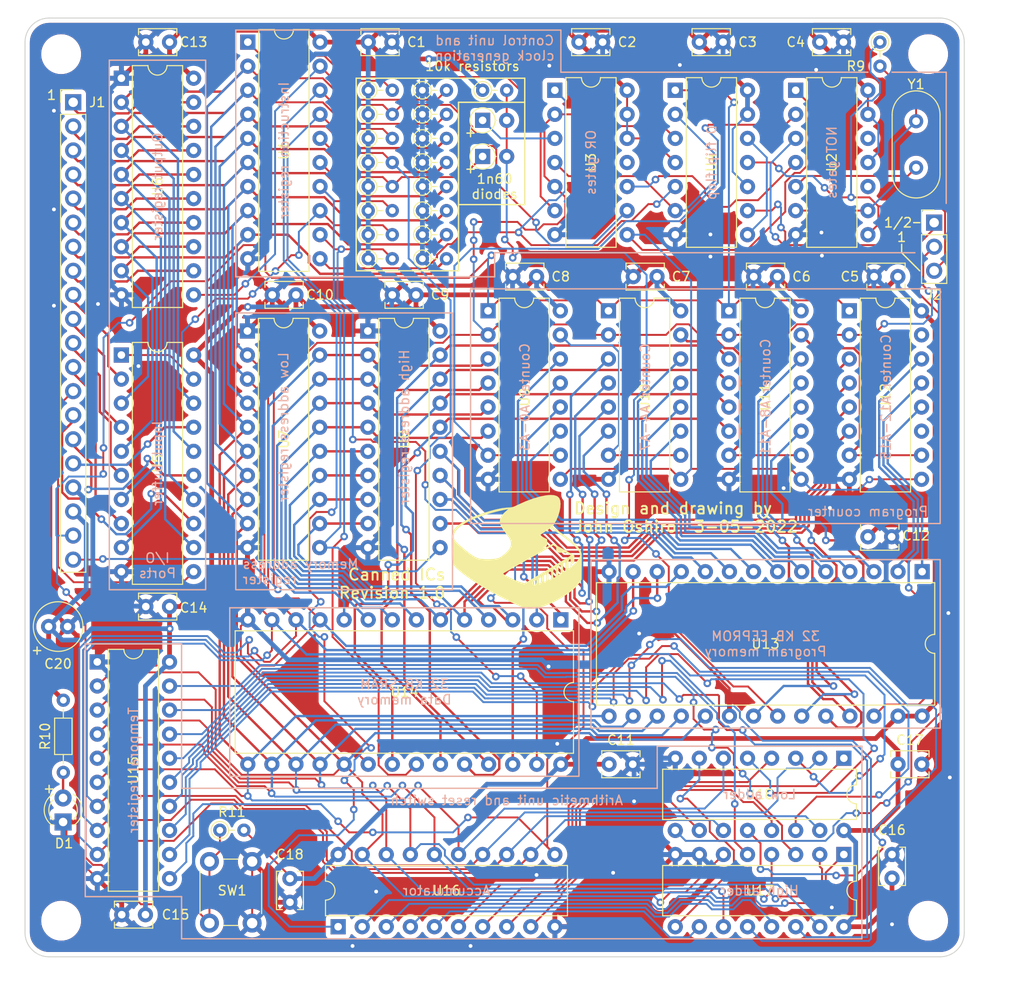
<source format=kicad_pcb>
(kicad_pcb (version 20211014) (generator pcbnew)
  (title_block (title "Canned ICs") (date "2022-05-03") (rev "1.0") (company "John Oshiro") (comment 2 "Note: The clock oscillator generates 8 MHz but the computer itself uses half the frequency.") (comment 3 "100 x 100 mm board.") (comment 4 "An entire processor with memory, IO port and a clock generation circuit into a "))
  (layers (0 "F.Cu" signal) (31 "B.Cu" signal) (34 "B.Paste" user) (35 "F.Paste" user) (36 "B.SilkS" user "B.Silkscreen") (37 "F.SilkS" user "F.Silkscreen") (38 "B.Mask" user) (39 "F.Mask" user) (44 "Edge.Cuts" user))
  (net 0 "")
  (net 1 "+5V")
  (net 2 "/Control Unit/Out")
  (net 3 "/Control Unit/Add")
  (net 4 "/Control Unit/App")
  (net 5 "/Control Unit/RAMW")
  (net 6 "/Control Unit/RAMR")
  (net 7 "/Control Unit/InR")
  (net 8 "/Control Unit/AR")
  (net 9 "Net-(U1-Pad1)")
  (net 10 "/Control Unit/D0")
  (net 11 "/Control Unit/D1")
  (net 12 "/Control Unit/D2")
  (net 13 "/Control Unit/D3")
  (net 14 "/Control Unit/D4")
  (net 15 "/Control Unit/D5")
  (net 16 "/Control Unit/D6")
  (net 17 "/Control Unit/D7")
  (net 18 "GND")
  (net 19 "Net-(U1-Pad11)")
  (net 20 "/Control Unit/PCEn")
  (net 21 "/Control Unit/ROMR")
  (net 22 "/Control Unit/Clk")
  (net 23 "Net-(U3-Pad4)")
  (net 24 "/Control Unit/PCW")
  (net 25 "Net-(D2-Pad1)")
  (net 27 "/Control Unit/Rst")
  (net 28 "Net-(D3-Pad1)")
  (net 29 "/Control Unit/CIn")
  (net 30 "/Execution Unit/L7")
  (net 31 "/Execution Unit/L6")
  (net 32 "/Execution Unit/L5")
  (net 33 "/Execution Unit/L4")
  (net 34 "/Execution Unit/L3")
  (net 35 "/Execution Unit/L2")
  (net 36 "/Execution Unit/L1")
  (net 37 "/Execution Unit/L0")
  (net 38 "/Execution Unit/H7")
  (net 39 "/Execution Unit/H6")
  (net 40 "/Execution Unit/H5")
  (net 41 "/Execution Unit/H4")
  (net 42 "/Execution Unit/H3")
  (net 43 "/Execution Unit/H2")
  (net 44 "/Execution Unit/H1")
  (net 45 "/Execution Unit/H0")
  (net 46 "/Execution Unit/A3")
  (net 47 "/Execution Unit/A2")
  (net 48 "/Execution Unit/A1")
  (net 49 "/Execution Unit/A0")
  (net 50 "/Execution Unit/A7")
  (net 51 "/Execution Unit/A6")
  (net 52 "Net-(J1-Pad1)")
  (net 53 "/Execution Unit/A5")
  (net 54 "/Execution Unit/A4")
  (net 55 "/Execution Unit/A11")
  (net 56 "/Execution Unit/A10")
  (net 57 "/Execution Unit/A9")
  (net 58 "/Execution Unit/A8")
  (net 59 "/Execution Unit/A15")
  (net 60 "/Execution Unit/A14")
  (net 61 "/Execution Unit/A13")
  (net 62 "Net-(J1-Pad2)")
  (net 63 "/Execution Unit/A12")
  (net 64 "Net-(J1-Pad3)")
  (net 65 "Net-(J1-Pad4)")
  (net 66 "Net-(U15-Pad12)")
  (net 67 "Net-(U15-Pad13)")
  (net 68 "Net-(U15-Pad14)")
  (net 69 "Net-(U15-Pad15)")
  (net 70 "Net-(U15-Pad16)")
  (net 71 "Net-(U15-Pad17)")
  (net 72 "Net-(U15-Pad18)")
  (net 73 "Net-(U15-Pad19)")
  (net 74 "Net-(J1-Pad5)")
  (net 75 "Net-(J1-Pad6)")
  (net 76 "Net-(J1-Pad7)")
  (net 77 "Net-(J1-Pad8)")
  (net 78 "Net-(J1-Pad9)")
  (net 79 "Net-(J1-Pad10)")
  (net 80 "Net-(J1-Pad11)")
  (net 81 "Net-(J1-Pad12)")
  (net 82 "Net-(J1-Pad13)")
  (net 83 "Net-(R9-Pad2)")
  (net 84 "Net-(J1-Pad14)")
  (net 85 "Net-(J1-Pad15)")
  (net 86 "Net-(J1-Pad16)")
  (net 87 "Net-(U2-Pad4)")
  (net 88 "Net-(U2-Pad5)")
  (net 91 "Net-(U10-Pad10)")
  (net 92 "Net-(U10-Pad15)")
  (net 93 "Net-(U11-Pad15)")
  (net 94 "Net-(U16-Pad2)")
  (net 95 "Net-(U16-Pad3)")
  (net 96 "Net-(U16-Pad4)")
  (net 97 "Net-(U16-Pad5)")
  (net 98 "Net-(U16-Pad6)")
  (net 99 "Net-(U16-Pad7)")
  (net 100 "Net-(U16-Pad8)")
  (net 101 "Net-(U16-Pad9)")
  (net 102 "Net-(U17-Pad9)")
  (net 103 "Net-(D1-Pad2)")
  (net 105 "Net-(R9-Pad1)")
  (net 106 "Net-(U4-Pad12)")
  (net 107 "Net-(U4-Pad9)")
  (footprint "Diode_THT:D_DO-35_SOD27_P2.54mm_Vertical_AnodeUp" (layer "F.Cu") (at 127 57.15)
    (fp_text reference "D3")
    (fp_text value "BAT42" hide)
  )
  (footprint "Package_DIP:DIP-20_W7.62mm" (layer "F.Cu") (at 102.235 48.895)
    (fp_text reference "U1")
    (fp_text value "74LS574" hide)
  )
  (footprint "Package_DIP:DIP-20_W7.62mm" (layer "F.Cu") (at 114.895 79.375)
    (fp_text reference "U8")
    (fp_text value "74LS574" hide)
  )
  (footprint "Resistor_THT:R_Axial_DIN0204_L3.6mm_D1.6mm_P2.54mm_Vertical" (layer "F.Cu") (at 114.935 56.515)
    (fp_text reference "R2")
    (fp_text value "10K")
  )
  (footprint "Resistor_THT:R_Axial_DIN0204_L3.6mm_D1.6mm_P2.54mm_Vertical" (layer "F.Cu") (at 120.65 53.975)
    (fp_text reference "R20")
    (fp_text value "10K")
  )
  (footprint "Capacitor_THT:C_Disc_D3.8mm_W2.6mm_P2.50mm" (layer "F.Cu") (at 170.18 137.12 90)
    (fp_text reference "C16")
    (fp_text value "C")
  )
  (footprint "Package_DIP:DIP-20_W7.62mm" (layer "F.Cu") (at 102.195 79.375)
    (fp_text reference "U7")
    (fp_text value "74LS574" hide)
  )
  (footprint "Capacitor_THT:C_Disc_D3.8mm_W2.6mm_P2.50mm" (layer "F.Cu") (at 106.68 137.16 -90)
    (fp_text reference "C18")
    (fp_text value "C")
  )
  (footprint "Capacitor_THT:C_Disc_D3.8mm_W2.6mm_P2.50mm" (layer "F.Cu") (at 149.86 48.895)
    (fp_text reference "C3")
    (fp_text value "C")
  )
  (footprint "Package_DIP:DIP-14_W7.62mm" (layer "F.Cu") (at 160.02 53.975)
    (fp_text reference "U2")
    (fp_text value "74LS04" hide)
  )
  (footprint "Capacitor_THT:C_Disc_D3.8mm_W2.6mm_P2.50mm" (layer "F.Cu") (at 93.98 108.458 180)
    (fp_text reference "C14")
    (fp_text value "C")
  )
  (footprint "Capacitor_THT:C_Disc_D3.8mm_W2.6mm_P2.50mm" (layer "F.Cu") (at 170.815 125.095)
    (fp_text reference "C17")
    (fp_text value "C")
  )
  (footprint "Capacitor_THT:C_Disc_D3.8mm_W2.6mm_P2.50mm" (layer "F.Cu") (at 107.315 75.565 180)
    (fp_text reference "C10")
    (fp_text value "C")
  )
  (footprint "Resistor_THT:R_Axial_DIN0204_L3.6mm_D1.6mm_P2.54mm_Vertical" (layer "F.Cu") (at 114.935 66.675)
    (fp_text reference "R6")
    (fp_text value "10K")
  )
  (footprint "Resistor_THT:R_Axial_DIN0204_L3.6mm_D1.6mm_P2.54mm_Vertical" (layer "F.Cu") (at 114.935 64.135)
    (fp_text reference "R5")
    (fp_text value "10K")
  )
  (footprint "Resistor_THT:R_Axial_DIN0204_L3.6mm_D1.6mm_P2.54mm_Vertical" (layer "F.Cu") (at 120.65 61.595)
    (fp_text reference "R17")
    (fp_text value "10K")
  )
  (footprint "Connector_PinHeader_2.54mm:PinHeader_1x20_P2.54mm_Vertical" (layer "F.Cu") (at 83.82 55.245)
    (fp_text reference "J1")
    (fp_text value "Conn_01x20_Female")
  )
  (footprint "Resistor_THT:R_Axial_DIN0204_L3.6mm_D1.6mm_P2.54mm_Vertical" (layer "F.Cu") (at 120.65 59.055)
    (fp_text reference "R18")
    (fp_text value "10K")
  )
  (footprint "MountingHole:MountingHole_3.2mm_M3_ISO7380" (layer "F.Cu") (at 82.55 50.165)
    (fp_text reference "H1" hide)
    (fp_text value "MountingHole" hide)
  )
  (footprint "Library:Canned ICs logo" (layer "F.Cu") (at 130.556 102.6668)
    (fp_text reference "G***" hide)
    (fp_text value "LOGO" hide)
  )
  (footprint "Resistor_THT:R_Axial_DIN0204_L3.6mm_D1.6mm_P2.54mm_Vertical" (layer "F.Cu") (at 114.935 53.975)
    (fp_text reference "R1")
    (fp_text value "10K")
  )
  (footprint "Capacitor_THT:C_Disc_D3.8mm_W2.6mm_P2.50mm" (layer "F.Cu") (at 145.395 73.64 180)
    (fp_text reference "C7")
    (fp_text value "C")
  )
  (footprint "Resistor_THT:R_Axial_DIN0204_L3.6mm_D1.6mm_P2.54mm_Vertical" (layer "F.Cu") (at 114.935 61.595)
    (fp_text reference "R4")
    (fp_text value "10K")
  )
  (footprint "Resistor_THT:R_Axial_DIN0204_L3.6mm_D1.6mm_P7.62mm_Horizontal" (layer "F.Cu") (at 82.7786 125.9586 90)
    (fp_text reference "R10")
    (fp_text value "10K")
  )
  (footprint "Package_DIP:DIP-16_W7.62mm" (layer "F.Cu") (at 152.975 77.2468)
    (fp_text reference "U11")
    (fp_text value "74LS161" hide)
  )
  (footprint "Capacitor_THT:C_Disc_D3.8mm_W2.6mm_P2.50mm" (layer "F.Cu") (at 114.935 48.895)
    (fp_text reference "C1")
    (fp_text value "C")
  )
  (footprint "Resistor_THT:R_Axial_DIN0204_L3.6mm_D1.6mm_P2.54mm_Vertical" (layer "F.Cu") (at 120.65 69.215)
    (fp_text reference "R14")
    (fp_text value "10K")
  )
  (footprint "Capacitor_THT:C_Radial_D5.0mm_H11.0mm_P2.00mm" (layer "F.Cu") (at 81.2292 110.5662)
    (fp_text reference "C20")
    (fp_text value "C")
  )
  (footprint "Resistor_THT:R_Axial_DIN0204_L3.6mm_D1.6mm_P2.54mm_Vertical" (layer "F.Cu") (at 127 53.975)
    (fp_text reference "R12")
    (fp_text value "10K")
  )
  (footprint "Resistor_THT:R_Axial_DIN0204_L3.6mm_D1.6mm_P2.54mm_Vertical" (layer "F.Cu") (at 120.65 66.675)
    (fp_text reference "R15")
    (fp_text value "10K")
  )
  (footprint "Package_DIP:DIP-16_W7.62mm" (layer "F.Cu") (at 165.1 124.46 -90)
    (fp_text reference "U18")
    (fp_text value "74LS283" hide)
  )
  (footprint "Crystal:Crystal_HC18-U_Vertical" (layer "F.Cu") (at 172.72 62.14 90)
    (fp_text reference "Y1")
    (fp_text value "X MHz" hide)
  )
  (footprint "Resistor_THT:R_Axial_DIN0204_L3.6mm_D1.6mm_P2.54mm_Vertical" (layer "F.Cu") (at 114.935 69.215)
    (fp_text reference "R7")
    (fp_text value "10K")
  )
  (footprint "Capacitor_THT:C_Disc_D3.8mm_W2.6mm_P2.50mm" (layer "F.Cu") (at 170.795 73.64 180)
    (fp_text reference "C5")
    (fp_text value "C")
  )
  (footprint "MountingHole:MountingHole_3.2mm_M3_ISO7380" (layer "F.Cu") (at 173.99 141.605)
    (fp_text reference "H3" hide)
    (fp_text value "MountingHole" hide)
  )
  (footprint "Capacitor_THT:C_Disc_D3.8mm_W2.6mm_P2.50mm" (layer "F.Cu") (at 158.095 73.64 180)
    (fp_text reference "C6")
    (fp_text value "C")
  )
  (footprint "Package_DIP:DIP-28_W15.24mm" (layer "F.Cu") (at 173.355 104.775 -90)
    (fp_text reference "U13")
    (fp_text value "28C256" hide)
  )
  (footprint "Package_DIP:DIP-20_W7.62mm" (layer "F.Cu") (at 88.9 81.915)
    (fp_text reference "U5")
    (fp_text value "74LS244" hide)
  )
  (footprint "Package_DIP:DIP-14_W7.62mm" (layer "F.Cu") (at 147.32 53.975)
    (fp_text reference "U4")
    (fp_text value "74LS74" hide)
  )
  (footprint "Capacitor_THT:C_Disc_D3.8mm_W2.6mm_P2.50mm" (layer "F.Cu") (at 162.56 48.895)
    (fp_text reference "C4")
    (fp_text value "C")
  )
  (footprint "Capacitor_THT:C_Disc_D3.8mm_W2.6mm_P2.50mm" (layer "F.Cu") (at 93.98 48.895 180)
    (fp_text reference "C13")
    (fp_text value "C")
  )
  (footprint "Resistor_THT:R_Axial_DIN0204_L3.6mm_D1.6mm_P2.54mm_Vertical" (layer "F.Cu") (at 120.65 64.135)
    (fp_text reference "R16")
    (fp_text value "10K")
  )
  (footprint "Capacitor_THT:C_Disc_D3.8mm_W2.6mm_P2.50mm" (layer "F.Cu") (at 140.335 125.095)
    (fp_text reference "C11")
    (fp_text value "C")
  )
  (footprint "LED_THT:LED_D3.0mm_Clear" (layer "F.Cu") (at 82.7532 131.191 90)
    (fp_text reference "D1")
    (fp_text value "LED")
  )
  (footprint "Package_DIP:DIP-16_W7.62mm" (layer "F.Cu") (at 165.1 134.62 -90)
    (fp_text reference "U17")
    (fp_text value "74LS283" hide)
  )
  (footprint "Button_Switch_THT:SW_PUSH_6mm_H4.3mm" (layer "F.Cu") (at 98.1922 141.859 90)
    (fp_text reference "SW1")
    (fp_text value "SW_Push")
  )
  (footprint "Resistor_THT:R_Axial_DIN0204_L3.6mm_D1.6mm_P2.54mm_Vertical" (layer "F.Cu") (at 114.935 71.755)
    (fp_text reference "R8")
    (fp_text value "10K")
  )
  (footprint "Package_DIP:DIP-20_W7.62mm" (layer "F.Cu") (at 88.9 52.705)
    (fp_text reference "U6")
    (fp_text value "74LS574" hide)
  )
  (footprint "Package_DIP:DIP-16_W7.62mm" (layer "F.Cu") (at 165.675 77.2468)
    (fp_text reference "U12")
    (fp_text value "74LS161" hide)
  )
  (footprint "Package_DIP:DIP-28_W15.24mm" (layer "F.Cu") (at 135.255 109.855 -90)
    (fp_text reference "U14")
    (fp_text value "CY62256-70PC" hide)
  )
  (footprint "Package_DIP:DIP-20_W7.62mm" (layer "F.Cu") (at 111.76 142.24 90)
    (fp_text reference "U16")
    (fp_text value "74LS574" hide)
  )
  (footprint "Package_DIP:DIP-16_W7.62mm" (layer "F.Cu") (at 127.575 77.2468)
    (fp_text reference "U9")
    (fp_text value "74LS161" hide)
  )
  (footprint "Package_DIP:DIP-14_W7.62mm" (layer "F.Cu") (at 134.62 53.975)
    (fp_text reference "U3")
    (fp_text value "74LS32" hide)
  )
  (footprint "Package_DIP:DIP-16_W7.62mm" (layer "F.Cu") (at 140.275 77.2468)
    (fp_text reference "U10")
    (fp_text value "74LS161" hide)
  )
  (footprint "MountingHole:MountingHole_3.2mm_M3_ISO7380" (layer "F.Cu") (at 82.55 141.605)
    (fp_text reference "H2" hide)
    (fp_text value "MountingHole" hide)
  )
  (footprint "Diode_THT:D_DO-35_SOD27_P2.54mm_Vertical_AnodeUp" (layer "F.Cu") (at 127 60.96)
    (fp_text reference "D2")
    (fp_text value "BAT42" hide)
  )
  (footprint "Resistor_THT:R_Axial_DIN0204_L3.6mm_D1.6mm_P2.54mm_Vertical" (layer "F.Cu") (at 120.65 71.755)
    (fp_text reference "R13")
    (fp_text value "10K")
  )
  (footprint "Capacitor_THT:C_Disc_D3.8mm_W2.6mm_P2.50mm" (layer "F.Cu") (at 132.695 73.64 180)
    (fp_text reference "C8")
    (fp_text value "C")
  )
  (footprint "Capacitor_THT:C_Disc_D3.8mm_W2.6mm_P2.50mm" (layer "F.Cu") (at 167.64 101.092)
    (fp_text reference "C12")
    (fp_text value "C")
  )
  (footprint "Capacitor_THT:C_Disc_D3.8mm_W2.6mm_P2.50mm" (layer "F.Cu") (at 119.975 75.565 180)
    (fp_text reference "C9")
    (fp_text value "C")
  )
  (footprint "Resistor_THT:R_Axial_DIN0204_L3.6mm_D1.6mm_P2.54mm_Vertical" (layer "F.Cu") (at 99.2886 132.0546)
    (fp_text reference "R11")
    (fp_text value "R")
  )
  (footprint "MountingHole:MountingHole_3.2mm_M3_ISO7380" (layer "F.Cu") (at 173.99 50.165)
    (fp_text reference "H4" hide)
    (fp_text value "MountingHole" hide)
  )
  (footprint "Resistor_THT:R_Axial_DIN0204_L3.6mm_D1.6mm_P2.54mm_Vertical" (layer "F.Cu") (at 168.91 48.895 -90)
    (fp_text reference "R9")
    (fp_text value "10K" hide)
  )
  (footprint "Connector_PinHeader_2.54mm:PinHeader_1x03_P2.54mm_Vertical" (layer "F.Cu") (at 174.625 67.945)
    (fp_text reference "J2")
    (fp_text value "Conn_01x03_Male" hide)
  )
  (footprint "Package_DIP:DIP-20_W7.62mm" (layer "F.Cu") (at 86.36 114.3)
    (fp_text reference "U15")
    (fp_text value "74LS574" hide)
  )
  (footprint "Resistor_THT:R_Axial_DIN0204_L3.6mm_D1.6mm_P2.54mm_Vertical" (layer "F.Cu") (at 114.935 59.055)
    (fp_text reference "R3")
    (fp_text value "10K")
  )
  (footprint "Capacitor_THT:C_Disc_D3.8mm_W2.6mm_P2.50mm" (layer "F.Cu") (at 91.44 140.97 180)
    (fp_text reference "C15")
    (fp_text value "C")
  )
  (footprint "Resistor_THT:R_Axial_DIN0204_L3.6mm_D1.6mm_P2.54mm_Vertical" (layer "F.Cu") (at 120.65 56.515)
    (fp_text reference "R19")
    (fp_text value "10K")
  )
  (footprint "Capacitor_THT:C_Disc_D3.8mm_W2.6mm_P2.50mm" (layer "F.Cu") (at 137.16 48.895)
    (fp_text reference "C2")
    (fp_text value "C")
  )
  (gr_line (start 95.25 139.065) (end 95.25 143.51) (layer "B.SilkS") (width 0.15))
  (gr_line (start 145.415 123.19) (end 145.415 127.635) (layer "B.SilkS") (width 0.15))
  (gr_rect (start 97.79 106.68) (end 87.63 50.8) (layer "B.SilkS") (width 0.15) (fill none))
  (gr_line (start 85.09 112.395) (end 85.09 139.065) (layer "B.SilkS") (width 0.15))
  (gr_line (start 135.255 47.625) (end 100.965 47.625) (layer "B.SilkS") (width 0.15))
  (gr_line (start 145.415 127.635) (end 95.25 127.635) (layer "B.SilkS") (width 0.15))
  (gr_line (start 128.27 73.66) (end 128.27 71.12) (layer "B.SilkS") (width 0.15))
  (gr_line (start 100.965 47.625) (end 100.965 73.66) (layer "B.SilkS") (width 0.15))
  (gr_line (start 175.895 65.913) (end 175.895 52.07) (layer "B.SilkS") (width 0.15))
  (gr_line (start 167.64 52.07) (end 135.255 52.07) (layer "B.SilkS") (width 0.15))
  (gr_rect (start 100.965 77.47) (end 123.825 106.68) (layer "B.SilkS") (width 0.15) (fill none))
  (gr_line (start 95.25 127.635) (end 95.25 112.395) (layer "B.SilkS") (width 0.15))
  (gr_rect (start 125.73 99.695) (end 175.26 74.93) (layer "B.SilkS") (width 0.15) (fill none))
  (gr_line (start 95.25 112.395) (end 85.09 112.395) (layer "B.SilkS") (width 0.15))
  (gr_rect (start 175.26 103.505) (end 138.43 121.285) (layer "B.SilkS") (width 0.15) (fill none))
  (gr_line (start 128.27 71.12) (end 172.593 71.12) (layer "B.SilkS") (width 0.15))
  (gr_line (start 95.25 143.51) (end 167.005 143.51) (layer "B.SilkS") (width 0.15))
  (gr_line (start 85.09 139.065) (end 95.25 139.065) (layer "B.SilkS") (width 0.15))
  (gr_line (start 170.18 52.07) (end 175.895 52.07) (layer "B.SilkS") (width 0.15))
  (gr_line (start 135.255 52.07) (end 135.255 47.625) (layer "B.SilkS") (width 0.15))
  (gr_line (start 100.965 73.66) (end 128.27 73.66) (layer "B.SilkS") (width 0.15))
  (gr_line (start 167.005 123.19) (end 145.415 123.19) (layer "B.SilkS") (width 0.15))
  (gr_line (start 167.005 143.51) (end 167.005 123.19) (layer "B.SilkS") (width 0.15))
  (gr_rect (start 137.16 126.365) (end 100.33 108.585) (layer "B.SilkS") (width 0.15) (fill none))
  (gr_line (start 171.196 71.12) (end 171.196 70.231) (layer "F.SilkS") (width 0.15))
  (gr_line (start 173.101 73.025) (end 171.196 71.12) (layer "F.SilkS") (width 0.15))
  (gr_line (start 172.466 67.945) (end 173.101 67.945) (layer "F.SilkS") (width 0.15))
  (gr_line (start 131.445 55.245) (end 124.46 55.245) (layer "F.SilkS") (width 0.15))
  (gr_line (start 124.46 66.04) (end 131.445 66.04) (layer "F.SilkS") (width 0.15))
  (gr_line (start 124.46 73.025) (end 113.665 73.025) (layer "F.SilkS") (width 0.15))
  (gr_line (start 113.665 52.705) (end 131.445 52.705) (layer "F.SilkS") (width 0.15))
  (gr_line (start 113.665 73.025) (end 113.665 52.705) (layer "F.SilkS") (width 0.15))
  (gr_line (start 124.46 55.245) (end 124.46 73.025) (layer "F.SilkS") (width 0.15))
  (gr_line (start 131.445 66.04) (end 131.445 55.245) (layer "F.SilkS") (width 0.15))
  (gr_line (start 131.445 52.705) (end 131.445 55.245) (layer "F.SilkS") (width 0.15))
  (gr_arc (start 78.74 48.895) (mid 79.483949 47.098949) (end 81.28 46.355) (layer "Edge.Cuts") (width 0.1))
  (gr_arc (start 177.8 142.875) (mid 177.056051 144.671051) (end 175.26 145.415) (layer "Edge.Cuts") (width 0.1))
  (gr_line (start 177.8 48.895) (end 177.8 142.875) (layer "Edge.Cuts") (width 0.1))
  (gr_line (start 78.74 142.875) (end 78.74 48.895) (layer "Edge.Cuts") (width 0.1))
  (gr_arc (start 81.28 145.415) (mid 79.483949 144.671051) (end 78.74 142.875) (layer "Edge.Cuts") (width 0.1))
  (gr_line (start 81.28 46.355) (end 175.26 46.355) (layer "Edge.Cuts") (width 0.1))
  (gr_arc (start 175.26 46.355) (mid 177.056051 47.098949) (end 177.8 48.895) (layer "Edge.Cuts") (width 0.1))
  (gr_line (start 175.26 145.415) (end 81.28 145.415) (layer "Edge.Cuts") (width 0.1))
  (gr_text "I/O\nPorts" (at 92.71 104.14) (layer "B.SilkS") (effects (font (size 1 1)) (justify mirror)))
  (gr_text "32 KB SRAM\nData memory" (at 118.745 117.475) (layer "B.SilkS") (effects (font (size 1 1)) (justify mirror)))
  (gr_text "Accumulator" (at 123.19 138.43) (layer "B.SilkS") (effects (font (size 1 1)) (justify mirror)))
  (gr_text "Program counter" (at 167.64 98.425) (layer "B.SilkS") (effects (font (size 1 1)) (justify mirror)))
  (gr_text "OR gates" (at 138.43 61.595 90) (layer "B.SilkS") (effects (font (size 1 1)) (justify mirror)))
  (gr_text "Output register" (at 92.71 64.135 90) (layer "B.SilkS") (effects (font (size 1 1)) (justify mirror)))
  (gr_text "Input buffer" (at 92.71 93.345 90) (layer "B.SilkS") (effects (font (size 1 1)) (justify mirror)))
  (gr_text "Counter A4-A7" (at 144.145 86.36 90) (layer "B.SilkS") (effects (font (size 1 1)) (justify mirror)))
  (gr_text "NOT gates" (at 163.83 61.595 90) (layer "B.SilkS") (effects (font (size 1 1)) (justify mirror)))
  (gr_text "32 KB EEPROM\nProgram memory" (at 156.845 112.395) (layer "B.SilkS") (effects (font (size 1 1)) (justify mirror)))
  (gr_text "Low address register" (at 106 89.535 90) (layer "B.SilkS") (effects (font (size 1 1)) (justify mirror)))
  (gr_text "Temporal register" (at 90.17 125.73 90) (layer "B.SilkS") (effects (font (size 1 1)) (justify mirror)))
  (gr_text "High adder" (at 156.21 138.43) (layer "B.SilkS") (effects (font (size 1 1)) (justify mirror)))
  (gr_text "Counter A12-A15" (at 169.545 86.36 90) (layer "B.SilkS") (effects (font (size 1 1)) (justify mirror)))
  (gr_text "High address register" (at 118.745 89.535 90) (layer "B.SilkS") (effects (font (size 1 1)) (justify mirror)))
  (gr_text "D flip flop" (at 151.13 61.595 90) (layer "B.SilkS") (effects (font (size 1 1)) (justify mirror)))
  (gr_text "Arithmetic unit and reset switch\n" (at 129.54 128.905) (layer "B.SilkS") (effects (font (size 1 1)) (justify mirror)))
  (gr_text "Instruction register" (at 106.045 60.325 90) (layer "B.SilkS") (effects (font (size 1 1)) (justify mirror)))
  (gr_text "Counter A0-A3" (at 131.445 86.36 90) (layer "B.SilkS") (effects (font (size 1 1)) (justify mirror)))
  (gr_text "Memory address\nregister" (at 101.6 104.775) (layer "B.SilkS") (effects (font (size 1 1)) (justify right mirror)))
  (gr_text "Counter A8-A11" (at 156.845 86.36 90) (layer "B.SilkS") (effects (font (size 1 1)) (justify mirror)))
  (gr_text "Low adder" (at 156.21 128.27) (layer "B.SilkS") (effects (font (size 1 1)) (justify mirror)))
  (gr_text "Control unit and\nclock generation" (at 128.27 49.53) (layer "B.SilkS") (effects (font (size 1 1)) (justify mirror)))
  (gr_text "1" (at 171.196 69.469) (layer "F.SilkS") (effects (font (size 1 1))))
  (gr_text "1n60\ndiodes" (at 128.27 64.135) (layer "F.SilkS") (effects (font (size 1 1))))
  (gr_text "10k resistors" (at 131 51.435) (layer "F.SilkS") (effects (font (size 1 1)) (justify right)))
  (gr_text "1/2" (at 170.815 67.945) (layer "F.SilkS") (effects (font (size 1 1))))
  (gr_text "+" (at 81.28 127.635) (layer "F.SilkS") (effects (font (size 1 1))))
  (gr_text "+" (at 125.73 58.42) (layer "F.SilkS") (effects (font (size 1 1))))
  (gr_text "Canned ICs\nRevision 1.0" (at 123.19 106.045) (layer "F.SilkS") (effects (font (size 1.2 1.2) (thickness 0.2)) (justify right)))
  (gr_text "+" (at 80.01 113.03) (layer "F.SilkS") (effects (font (size 1 1))))
  (gr_text "+" (at 125.73 62.23) (layer "F.SilkS") (effects (font (size 1 1))))
  (gr_text "1" (at 81.534 54.483) (layer "F.SilkS") (effects (font (size 1 1))))
  (gr_text "Design and drawing by \nJohn Oshiro  3-05-2022" (at 136.525 99.06) (layer "F.SilkS") (effects (font (size 1.2 1.2) (thickness 0.2)) (justify left)))
  (segment (start 138.409511 47.645489) (end 148.610489 47.645489) (width 0.5) (layer "F.Cu") (net 1))
  (segment (start 167.64 142.24) (end 170.18 139.7) (width 0.5) (layer "F.Cu") (net 1))
  (segment (start 144.78 59.055) (end 147.32 61.595) (width 0.2) (layer "F.Cu") (net 1))
  (segment (start 149.86 48.895) (end 151.109511 47.645489) (width 0.5) (layer "F.Cu") (net 1))
  (segment (start 174.7266 78.6784) (end 173.295 77.2468) (width 0.5) (layer "F.Cu") (net 1))
  (segment (start 137.9728 122.3772) (end 168.4528 122.3772) (width 0.5) (layer "F.Cu") (net 1))
  (segment (start 146.644511 74.889511) (end 145.395 73.64) (width 0.5) (layer "F.Cu") (net 1))
  (segment (start 168.889511 99.842489) (end 174.543889 99.842489) (width 0.5) (layer "F.Cu") (net 1))
  (segment (start 137.16 48.895) (end 142.24 53.975) (width 0.5) (layer "F.Cu") (net 1))
  (segment (start 136.6266 125.095) (end 135.255 125.095) (width 0.5) (layer "F.Cu") (net 1))
  (segment (start 93.98 48.895) (end 93.98 50.165) (width 0.5) (layer "F.Cu") (net 1))
  (segment (start 170.815 123.6726) (end 168.9862 121.8438) (width 0.5) (layer "F.Cu") (net 1))
  (segment (start 169.545489 74.889511) (end 159.344511 74.889511) (width 0.5) (layer "F.Cu") (net 1))
  (segment (start 145.395 73.64) (end 144.145489 74.889511) (width 0.5) (layer "F.Cu") (net 1))
  (segment (start 167.64 101.092) (end 168.889511 99.842489) (width 0.5) (layer "F.Cu") (net 1))
  (segment (start 144.145489 74.889511) (end 133.944511 74.889511) (width 0.5) (layer "F.Cu") (net 1))
  (segment (start 119.975 75.565) (end 118.725489 76.814511) (width 0.5) (layer "F.Cu") (net 1))
  (segment (start 137.16 48.895) (end 135.910489 47.645489) (width 0.5) (layer "F.Cu") (net 1))
  (segment (start 125.191689 47.645489) (end 116.184511 47.645489) (width 0.5) (layer "F.Cu") (net 1))
  (segment (start 132.695 73.64) (end 130.77 75.565) (width 0.5) (layer "F.Cu") (net 1))
  (segment (start 149.86 48.895) (end 154.94 53.975) (width 0.5) (layer "F.Cu") (net 1))
  (segment (start 159.344511 74.889511) (end 158.095 73.64) (width 0.5) (layer "F.Cu") (net 1))
  (segment (start 142.24 59.055) (end 144.78 59.055) (width 0.2) (layer "F.Cu") (net 1))
  (segment (start 168.3258 132.08) (end 170.815 129.5908) (width 0.5) (layer "F.Cu") (net 1))
  (segment (start 173.355 120.015) (end 174.7266 118.6434) (width 0.5) (layer "F.Cu") (net 1))
  (segment (start 135.255 125.095) (end 137.9728 122.3772) (width 0.5) (layer "F.Cu") (net 1))
  (segment (start 170.815 120.015) (end 168.9862 121.8438) (width 0.5) (layer "F.Cu") (net 1))
  (segment (start 101.6 76.835) (end 96.52 81.915) (width 0.5) (layer "F.Cu") (net 1))
  (segment (start 168.4528 122.3772) (end 168.9862 121.8438) (width 0.5) (layer "F.Cu") (net 1))
  (segment (start 118.725489 76.814511) (end 108.564511 76.814511) (width 0.5) (layer "F.Cu") (net 1))
  (segment (start 116.713 50.673) (end 114.935 48.895) (width 0.5) (layer "F.Cu") (net 1))
  (segment (start 107.315 75.565) (end 107.315 76.875) (width 0.5) (layer "F.Cu") (net 1))
  (segment (start 93.98 108.458) (end 93.98 114.3) (width 0.5) (layer "F.Cu") (net 1))
  (segment (start 116.184511 47.645489) (end 114.935 48.895) (width 0.5) (layer "F.Cu") (net 1))
  (segment (start 98.425 105.14437) (end 98.425 83.82) (width 0.5) (layer "F.Cu") (net 1))
  (segment (start 165.1 132.08) (end 168.3258 132.08) (width 0.5) (layer "F.Cu") (net 1))
  (segment (start 81.2292 116.7892) (end 81.2292 110.5662) (width 0.5) (layer "F.Cu") (net 1))
  (segment (start 106.68 136.906) (end 106.68 137.16) (width 0.2) (layer "F.Cu") (net 1))
  (segment (start 140.335 125.095) (end 136.6266 125.095) (width 0.5) (layer "F.Cu") (net 1))
  (segment (start 165.1 142.24) (end 167.64 142.24) (width 0.5) (layer "F.Cu") (net 1))
  (segment (start 107.315 76.875) (end 109.815 79.375) (width 0.5) (layer "F.Cu") (net 1))
  (segment (start 170.815 125.095) (end 170.815 123.6726) (width 0.5) (layer "F.Cu") (net 1))
  (segment (start 95.229511 47.645489) (end 108.605489 47.645489) (width 0.5) (layer "F.Cu") (net 1))
  (segment (start 142.24 56.515) (end 142.24 53.975) (width 0.2) (layer "F.Cu") (net 1))
  (segment (start 170.815 129.5908) (end 170.815 125.095) (width 0.5) (layer "F.Cu") (net 1))
  (segment (start 158.095 73.64) (end 156.845489 74.889511) (width 0.5) (layer "F.Cu") (net 1))
  (segment (start 173.355 120.015) (end 170.815 120.015) (width 0.5) (layer "F.Cu") (net 1))
  (segment (start 82.7786 118.3386) (end 81.2292 116.7892) (width 0.5) (layer "F.Cu") (net 1))
  (segment (start 148.610489 47.645489) (end 149.86 48.895) (width 0.5) (layer "F.Cu") (net 1))
  (segment (start 108.605489 47.645489) (end 109.855 48.895) (width 0.5) (layer "F.Cu") (net 1))
  (segment (start 161.310489 47.645489) (end 162.56 48.895) (width 0.5) (layer "F.Cu") (net 1))
  (segment (start 98.425 83.82) (end 96.52 81.915) (width 0.5) (layer "F.Cu") (net 1))
  (segment (start 170.795 73.64) (end 169.545489 74.889511) (width 0.5) (layer "F.Cu") (net 1))
  (segment (start 114.935 48.895) (end 109.855 48.895) (width 0.5) (layer "F.Cu") (net 1))
  (segment (start 135.910489 47.645489) (end 125.191689 47.645489) (width 0.5) (layer "F.Cu") (net 1))
  (segment (start 174.7266 118.6434) (end 174.7266 78.6784) (width 0.5) (layer "F.Cu") (net 1))
  (segment (start 121.3358 50.673) (end 116.713 50.673) (width 0.5) (layer "F.Cu") (net 1))
  (segment (start 151.109511 47.645489) (end 161.310489 47.645489) (width 0.5) (layer "F.Cu") (net 1))
  (segment (start 162.56 48.895) (end 167.64 53.975) (width 0.5) (layer "F.Cu") (net 1))
  (segment (start 93.98 48.895) (end 95.229511 47.645489) (width 0.5) (layer "F.Cu") (net 1))
  (segment (start 130.77 75.565) (end 119.975 75.565) (width 0.5) (layer "F.Cu") (net 1))
  (segment (start 133.944511 74.889511) (end 132.695 73.64) (width 0.5) (layer "F.Cu") (net 1))
  (segment (start 93.98 50.165) (end 96.52 52.705) (width 0.5) (layer "F.Cu") (net 1))
  (segment (start 108.564511 76.814511) (end 107.315 75.565) (width 0.5) (layer "F.Cu") (net 1))
  (segment (start 95.11137 108.458) (end 98.425 105.14437) (width 0.5) (layer "F.Cu") (net 1))
  (segment (start 137.16 48.895) (end 138.409511 47.645489) (width 0.5) (layer "F.Cu") (net 1))
  (segment (start 102.235 76.835) (end 101.6 76.835) (width 0.5) (layer "F.Cu") (net 1))
  (segment (start 93.98 108.458) (end 95.11137 108.458) (width 0.5) (layer "F.Cu") (net 1))
  (segment (start 167.64 56.515) (end 167.64 53.975) (width 0.2) (layer "F.Cu") (net 1))
  (segment (start 170.18 139.7) (end 170.18 137.12) (width 0.5) (layer "F.Cu") (net 1))
  (segment (start 119.975 76.835) (end 122.515 79.375) (width 0.5) (layer "F.Cu") (net 1))
  (segment (start 156.845489 74.889511) (end 146.644511 74.889511) (width 0.5) (layer "F.Cu") (net 1))
  (segment (start 119.975 75.565) (end 119.975 76.835) (width 0.5) (layer "F.Cu") (net 1))
  (segment (start 101.8286 132.0546) (end 106.68 136.906) (width 0.2) (layer "F.Cu") (net 1))
  (via (at 102.235 76.835) (size 0.8) (drill 0.4) (layers "F.Cu" "B.Cu") (net 1))
  (via (at 121.3358 50.673) (size 0.8) (drill 0.4) (layers "F.Cu" "B.Cu") (net 1))
  (via (at 94.0054 110.7948) (size 0.8) (drill 0.4) (layers "F.Cu" "B.Cu") (net 1))
  (segment (start 132.695 73.64) (end 132.695 74.7468) (width 0.5) (layer "B.Cu") (net 1))
  (segment (start 145.395 74.7468) (end 147.895 77.2468) (width 0.5) (layer "B.Cu") (net 1))
  (segment (start 133.1468 127.2032) (end 135.255 125.095) (width 0.5) (layer "B.Cu") (net 1))
  (segment (start 116.6876 73.5076) (end 114.935 71.755) (width 0.5) (layer "B.Cu") (net 1))
  (segment (start 106.68 137.16) (end 109.22 137.16) (width 0.5) (layer "B.Cu") (net 1))
  (segment (start 81.2292 110.5662) (end 82.6516 111.9886) (width 0.5) (layer "B.Cu") (net 1))
  (segment (start 153.37452 58.08048) (end 154.94 56.515) (width 0.2) (layer "B.Cu") (net 1))
  (segment (start 168.739511 60.495489) (end 167.64 61.595) (width 0.2) (layer "B.Cu") (net 1))
  (segment (start 142.24 59.055) (end 142.24 56.515) (width 0.2) (layer "B.Cu") (net 1))
  (segment (start 91.44 116.84) (end 93.98 114.3) (width 0.5) (layer "B.Cu") (net 1))
  (segment (start 83.82 98.425) (end 85.1916 99.7966) (width 0.5) (layer "B.Cu") (net 1))
  (segment (start 170.795 74.7468) (end 173.295 77.2468) (width 0.5) (layer "B.Cu") (net 1))
  (segment (start 158.095 74.7468) (end 160.595 77.2468) (width 0.5) (layer "B.Cu") (net 1))
  (segment (start 119.975 75.565) (end 119.659345 75.565) (width 0.5) (layer "B.Cu") (net 1))
  (segment (start 125.19905 129.46135) (end 127.4572 127.2032) (width 0.5) (layer "B.Cu") (net 1))
  (segment (start 109.22 137.16) (end 111.76 134.62) (width 0.5) (layer "B.Cu") (net 1))
  (segment (start 85.759028 110.7948) (end 94.0054 110.7948) (width 0.5) (layer "B.Cu") (net 1))
  (segment (start 154.94 53.975) (end 154.94 56.515) (width 0.5) (layer "B.Cu") (net 1))
  (segment (start 165.1 142.24) (end 166.349511 140.990489) (width 0.5) (layer "B.Cu") (net 1))
  (segment (start 170.795 73.64) (end 170.795 74.7468) (width 0.5) (layer "B.Cu") (net 1))
  (segment (start 106.045 76.835) (end 102.235 76.835) (width 0.5) (layer "B.Cu") (net 1))
  (segment (start 145.395 73.64) (end 145.395 74.7468) (width 0.5) (layer "B.Cu") (net 1))
  (segment (start 91.44 140.97) (end 91.44 116.84) (width 0.5) (layer "B.Cu") (net 1))
  (segment (start 166.349511 133.329511) (end 165.1 132.08) (width 0.5) (layer "B.Cu") (net 1))
  (segment (start 167.64 56.515) (end 168.739511 57.614511) (width 0.2) (layer "B.Cu") (net 1))
  (segment (start 166.349511 140.990489) (end 166.349511 133.329511) (width 0.5) (layer "B.Cu") (net 1))
  (segment (start 132.695 74.7468) (end 135.195 77.2468) (width 0.5) (layer "B.Cu") (net 1))
  (segment (start 117.601945 73.5076) (end 116.6876 73.5076) (width 0.5) (layer "B.Cu") (net 1))
  (segment (start 107.315 75.565) (end 106.045 76.835) (width 0.5) (layer "B.Cu") (net 1))
  (segment (start 127 53.975) (end 123.698 50.673) (width 0.5) (layer "B.Cu") (net 1))
  (segment (start 114.935 71.755) (end 114.935 50.8) (width 0.5) (layer "B.Cu") (net 1))
  (segment (start 111.76 134.62) (end 116.91865 129.46135) (width 0.5) (layer "B.Cu") (net 1))
  (segment (start 84.565228 111.9886) (end 85.759028 110.7948) (width 0.5) (layer "B.Cu") (net 1))
  (segment (start 158.095 73.64) (end 158.095 74.7468) (width 0.5) (layer "B.Cu") (net 1))
  (segment (start 82.6516 111.9886) (end 84.565228 111.9886) (width 0.5) (layer "B.Cu") (net 1))
  (segment (start 127.4572 127.2032) (end 133.1468 127.2032) (width 0.5) (layer "B.Cu") (net 1))
  (segment (start 114.935 50.8) (end 114.935 48.895) (width 0.5) (layer "B.Cu") (net 1))
  (segment (start 154.94 64.135) (end 153.37452 62.56952) (width 0.2) (layer "B.Cu") (net 1))
  (segment (start 153.37452 62.56952) (end 153.37452 58.08048) (width 0.2) (layer "B.Cu") (net 1))
  (segment (start 168.739511 57.614511) (end 168.739511 60.495489) (width 0.2) (layer "B.Cu") (net 1))
  (segment (start 85.1916 106.6038) (end 81.2292 110.5662) (width 0.5) (layer "B.Cu") (net 1))
  (segment (start 85.1916 99.7966) (end 85.1916 106.6038) (width 0.5) (layer "B.Cu") (net 1))
  (segment (start 123.698 50.673) (end 121.3358 50.673) (width 0.5) (layer "B.Cu") (net 1))
  (segment (start 119.659345 75.565) (end 117.601945 73.5076) (width 0.5) (layer "B.Cu") (net 1))
  (segment (start 116.91865 129.46135) (end 125.19905 129.46135) (width 0.5) (layer "B.Cu") (net 1))
  (segment (start 111.395489 52.975489) (end 109.855 51.435) (width 0.2) (layer "F.Cu") (net 2))
  (segment (start 100.8126 75.565) (end 101.981 74.3966) (width 0.2) (layer "F.Cu") (net 2))
  (segment (start 96.52 75.565) (end 100.8126 75.565) (width 0.2) (layer "F.Cu") (net 2))
  (segment (start 116.475489 52.975489) (end 111.395489 52.975489) (width 0.2) (layer "F.Cu") (net 2))
  (segment (start 117.475 53.975) (end 116.475489 52.975489) (width 0.2) (layer "F.Cu") (net 2))
  (via (at 101.981 74.3966) (size 0.8) (drill 0.4) (layers "F.Cu" "B.Cu") (net 2))
  (segment (start 105.11208 71.26552) (end 105.11208 56.17792) (width 0.2) (layer "B.Cu") (net 2))
  (segment (start 105.11208 56.17792) (end 109.855 51.435) (width 0.2) (layer "B.Cu") (net 2))
  (segment (start 101.981 74.3966) (end 105.11208 71.26552) (width 0.2) (layer "B.Cu") (net 2))
  (segment (start 116.475489 55.515489) (end 117.475 56.515) (width 0.2) (layer "F.Cu") (net 3))
  (segment (start 109.479256 98.4758) (end 111.0488 98.4758) (width 0.2) (layer "F.Cu") (net 3))
  (segment (start 111.395489 55.515489) (end 116.475489 55.515489) (width 0.2) (layer "F.Cu") (net 3))
  (segment (start 110.3122 118.4402) (end 115.2398 123.3678) (width 0.2) (layer "F.Cu") (net 3))
  (segment (start 127.678489 59.860489) (end 128.099511 59.860489) (width 0.2) (layer "F.Cu") (net 3))
  (segment (start 123.604012 55.515489) (end 125.900489 57.811966) (width 0.2) (layer "F.Cu") (net 3))
  (segment (start 110.3122 111.6584) (end 110.3122 118.4402) (width 0.2) (layer "F.Cu") (net 3))
  (segment (start 128.440489 63.721289) (end 132.6388 67.9196) (width 0.2) (layer "F.Cu") (net 3))
  (segment (start 113.411 129.8702) (end 113.411 127.7874) (width 0.2) (layer "F.Cu") (net 3))
  (segment (start 128.099511 59.860489) (end 128.440489 60.201467) (width 0.2) (layer "F.Cu") (net 3))
  (segment (start 109.855 53.975) (end 111.395489 55.515489) (width 0.2) (layer "F.Cu") (net 3))
  (segment (start 111.0488 98.4758) (end 111.0742 98.5012) (width 0.2) (layer "F.Cu") (net 3))
  (segment (start 117.475 56.515) (end 118.474511 55.515489) (width 0.2) (layer "F.Cu") (net 3))
  (segment (start 109.9312 107.95) (end 108.715489 106.734289) (width 0.2) (layer "F.Cu") (net 3))
  (segment (start 108.715489 99.239567) (end 109.479256 98.4758) (width 0.2) (layer "F.Cu") (net 3))
  (segment (start 108.715489 106.734289) (end 108.715489 99.239567) (width 0.2) (layer "F.Cu") (net 3))
  (segment (start 125.900489 57.811966) (end 125.900489 58.082489) (width 0.2) (layer "F.Cu") (net 3))
  (segment (start 113.411 127.7874) (end 112.4204 126.7968) (width 0.2) (layer "F.Cu") (net 3))
  (segment (start 118.474511 55.515489) (end 123.604012 55.515489) (width 0.2) (layer "F.Cu") (net 3))
  (segment (start 125.900489 58.082489) (end 127.678489 59.860489) (width 0.2) (layer "F.Cu") (net 3))
  (segment (start 128.440489 60.201467) (end 128.440489 63.721289) (width 0.2) (layer "F.Cu") (net 3))
  (via (at 112.4204 126.7968) (size 0.8) (drill 0.4) (layers "F.Cu" "B.Cu") (net 3))
  (via (at 111.0742 98.5012) (size 0.8) (drill 0.4) (layers "F.Cu" "B.Cu") (net 3))
  (via (at 132.6388 67.9196) (size 0.8) (drill 0.4) (layers "F.Cu" "B.Cu") (net 3))
  (via (at 113.411 129.8702) (size 0.8) (drill 0.4) (layers "F.Cu" "B.Cu") (net 3))
  (via (at 110.3122 111.6584) (size 0.8) (drill 0.4) (layers "F.Cu" "B.Cu") (net 3))
  (via (at 115.2398 123.3678) (size 0.8) (drill 0.4) (layers "F.Cu" "B.Cu") (net 3))
  (via (at 109.9312 107.95) (size 0.8) (drill 0.4) (layers "F.Cu" "B.Cu") (net 3))
  (segment (start 109.7534 111.6584) (end 110.3122 111.6584) (width 0.2) (layer "B.Cu") (net 3))
  (segment (start 138.600489 70.314511) (end 142.24 66.675) (width 0.2) (layer "B.Cu") (net 3))
  (segment (start 106.026481 71.945887) (end 111.59596 77.515366) (width 0.2) (layer "B.Cu") (net 3))
  (segment (start 109.855 53.975) (end 106.02648 57.80352) (width 0.2) (layer "B.Cu") (net 3))
  (segment (start 132.6388 68.788744) (end 134.164567 70.314511) (width 0.2) (layer "B.Cu") (net 3))
  (segment (start 108.755489 110.660489) (end 109.7534 111.6584) (width 0.2) (layer "B.Cu") (net 3))
  (segment (start 114.766278 123.3678) (end 113.494511 124.639567) (width 0.2) (layer "B.Cu") (net 3))
  (segment (start 111.08796 98.5012) (end 111.0742 98.5012) (width 0.2) (layer "B.Cu") (net 3))
  (segment (start 111.59596 77.515366) (end 111.59596 97.9932) (width 0.2) (layer "B.Cu") (net 3))
  (segment (start 115.2398 123.3678) (end 114.766278 123.3678) (width 0.2) (layer "B.Cu") (net 3))
  (segment (start 111.76 142.24) (end 106.6292 142.24) (width 0.2) (layer "B.Cu") (net 3))
  (segment (start 106.6292 142.24) (end 104.4448 140.0556) (width 0.2) (layer "B.Cu") (net 3))
  (segment (start 132.6388 67.9196) (end 132.6388 68.788744) (width 0.2) (layer "B.Cu") (net 3))
  (segment (start 134.164567 70.314511) (end 138.600489 70.314511) (width 0.2) (layer "B.Cu") (net 3))
  (segment (start 104.4448 135.763) (end 107.6198 132.588) (width 0.2) (layer "B.Cu") (net 3))
  (segment (start 107.6198 132.588) (end 111.7854 132.588) (width 0.2) (layer "B.Cu") (net 3))
  (segment (start 109.9312 107.95) (end 108.755489 109.125711) (width 0.2) (layer "B.Cu") (net 3))
  (segment (start 113.494511 124.639567) (end 113.494511 125.722689) (width 0.2) (layer "B.Cu") (net 3))
  (segment (start 104.4448 140.0556) (end 104.4448 135.763) (width 0.2) (layer "B.Cu") (net 3))
  (segment (start 106.02648 57.80352) (end 106.026481 60.4774) (width 0.2) (layer "B.Cu") (net 3))
  (segment (start 108.755489 109.125711) (end 108.755489 110.660489) (width 0.2) (layer "B.Cu") (net 3))
  (segment (start 111.7854 132.588) (end 113.411 130.9624) (width 0.2) (layer "B.Cu") (net 3))
  (segment (start 113.494511 125.722689) (end 112.4204 126.7968) (width 0.2) (layer "B.Cu") (net 3))
  (segment (start 111.59596 97.9932) (end 111.08796 98.5012) (width 0.2) (layer "B.Cu") (net 3))
  (segment (start 106.026481 60.4774) (end 106.026481 71.945887) (width 0.2) (layer "B.Cu") (net 3))
  (segment (start 113.411 130.9624) (end 113.411 129.8702) (width 0.2) (layer "B.Cu") (net 3))
  (segment (start 111.395489 58.055489) (end 116.475489 58.055489) (width 0.2) (layer "F.Cu") (net 4))
  (segment (start 116.475489 58.055489) (end 117.475 59.055) (width 0.2) (layer "F.Cu") (net 4))
  (segment (start 109.855 56.515) (end 111.395489 58.055489) (width 0.2) (layer "F.Cu") (net 4))
  (segment (start 106.426 71.7804) (end 111.99548 77.34988) (width 0.2) (layer "B.Cu") (net 4))
  (segment (start 114.232575 104.737911) (end 120.012089 104.737911) (width 0.2) (layer "B.Cu") (net 4))
  (segment (start 111.99548 100.05452) (end 109.815 102.235) (width 0.2) (layer "B.Cu") (net 4))
  (segment (start 111.99548 77.34988) (end 111.99548 100.05452) (width 0.2) (layer "B.Cu") (net 4))
  (segment (start 106.426 59.944) (end 106.426 71.7804) (width 0.2) (layer "B.Cu") (net 4))
  (segment (start 120.012089 104.737911) (end 122.515 102.235) (width 0.2) (layer "B.Cu") (net 4))
  (segment (start 109.815 102.235) (end 111.729664 102.235) (width 0.2) (layer "B.Cu") (net 4))
  (segment (start 111.729664 102.235) (end 114.232575 104.737911) (width 0.2) (layer "B.Cu") (net 4))
  (segment (start 109.855 56.515) (end 106.426 59.944) (width 0.2) (layer "B.Cu") (net 4))
  (segment (start 132.715 120.0658) (end 132.715 117.5004) (width 0.2) (layer "F.Cu") (net 5))
  (segment (start 119.9642 94.2594) (end 120.1166 94.107) (width 0.2) (layer "F.Cu") (net 5))
  (segment (start 116.475489 60.595489) (end 117.475 61.595) (width 0.2) (layer "F.Cu") (net 5))
  (segment (start 111.395489 60.595489) (end 116.475489 60.595489) (width 0.2) (layer "F.Cu") (net 5))
  (segment (start 122.174 108.204) (end 119.9642 105.9942) (width 0.2) (layer "F.Cu") (net 5))
  (segment (start 109.855 59.055) (end 111.395489 60.595489) (width 0.2) (layer "F.Cu") (net 5))
  (segment (start 128.397 115.8494) (end 124.2314 111.6838) (width 0.2) (layer "F.Cu") (net 5))
  (segment (start 132.715 125.095) (end 132.715 120.0658) (width 0.2) (layer "F.Cu") (net 5))
  (segment (start 132.715 117.5004) (end 131.0132 115.7986) (width 0.2) (layer "F.Cu") (net 5))
  (segment (start 119.9642 105.9942) (end 119.9642 94.2594) (width 0.2) (layer "F.Cu") (net 5))
  (via (at 120.1166 94.107) (size 0.8) (drill 0.4) (layers "F.Cu" "B.Cu") (net 5))
  (via (at 124.2314 111.6838) (size 0.8) (drill 0.4) (layers "F.Cu" "B.Cu") (net 5))
  (via (at 131.0132 115.7986) (size 0.8) (drill 0.4) (layers "F.Cu" "B.Cu") (net 5))
  (via (at 128.397 115.8494) (size 0.8) (drill 0.4) (layers "F.Cu" "B.Cu") (net 5))
  (via (at 122.174 108.204) (size 0.8) (drill 0.4) (layers "F.Cu" "B.Cu") (net 5))
  (segment (start 124.2314 111.6838) (end 123.664519 111.116919) (width 0.2) (layer "B.Cu") (net 5))
  (segment (start 120.1166 94.107) (end 121.415489 92.808111) (width 0.2) (layer "B.Cu") (net 5))
  (segment (start 131.0132 115.7986) (end 128.4478 115.7986) (width 0.2) (layer "B.Cu") (net 5))
  (segment (start 123.664519 111.116919) (end 123.664519 109.024881) (width 0.2) (layer "B.Cu") (net 5))
  (segment (start 122.400545 90.634511) (end 122.970433 90.634511) (width 0.2) (layer "B.Cu") (net 5))
  (segment (start 121.415489 92.808111) (end 121.415489 91.619567) (width 0.2) (layer "B.Cu") (net 5))
  (segment (start 119.2022 63.3222) (end 119.2022 71.720723) (width 0.2) (layer "B.Cu") (net 5))
  (segment (start 123.6218 89.983144) (end 123.6218 76.2762) (width 0.2) (layer "B.Cu") (net 5))
  (segment (start 123.664519 109.024881) (end 122.843638 108.204) (width 0.2) (layer "B.Cu") (net 5))
  (segment (start 123.6218 76.140323) (end 123.6218 76.2762) (width 0.2) (layer "B.Cu") (net 5))
  (segment (start 128.4478 115.7986) (end 128.397 115.8494) (width 0.2) (layer "B.Cu") (net 5))
  (segment (start 121.415489 91.619567) (end 122.400545 90.634511) (width 0.2) (layer "B.Cu") (net 5))
  (segment (start 122.970433 90.634511) (end 123.6218 89.983144) (width 0.2) (layer "B.Cu") (net 5))
  (segment (start 119.2022 71.720723) (end 123.6218 76.140323) (width 0.2) (layer "B.Cu") (net 5))
  (segment (start 122.843638 108.204) (end 122.174 108.204) (width 0.2) (layer "B.Cu") (net 5))
  (segment (start 117.475 61.595) (end 119.2022 63.3222) (width 0.2) (layer "B.Cu") (net 5))
  (segment (start 116.034511 125.209455) (end 116.034511 116.517111) (width 0.2) (layer "F.Cu") (net 6))
  (segment (start 116.475489 65.675489) (end 117.475 66.675) (width 0.2) (layer "F.Cu") (net 6))
  (segment (start 117.037656 126.2126) (end 116.034511 125.209455) (width 0.2) (layer "F.Cu") (net 6))
  (segment (start 116.034511 116.517111) (end 111.1758 111.6584) (width 0.2) (layer "F.Cu") (net 6))
  (segment (start 118.8974 126.2126) (end 117.037656 126.2126) (width 0.2) (layer "F.Cu") (net 6))
  (segment (start 120.015 125.095) (end 118.8974 126.2126) (width 0.2) (layer "F.Cu") (net 6))
  (segment (start 109.855 64.135) (end 111.395489 65.675489) (width 0.2) (layer "F.Cu") (net 6))
  (segment (start 111.1758 111.6584) (end 111.1758 102.2858) (width 0.2) (layer "F.Cu") (net 6))
  (segment (start 111.395489 65.675489) (end 116.475489 65.675489) (width 0.2) (layer "F.Cu") (net 6))
  (segment (start 111.1758 102.2858) (end 112.395 101.0666) (width 0.2) (layer "F.Cu") (net 6))
  (via (at 112.395 101.0666) (size 0.8) (drill 0.4) (layers "F.Cu" "B.Cu") (net 6))
  (segment (start 111.305903 76.095297) (end 111.305903 65.585903) (width 0.2) (layer "B.Cu") (net 6))
  (segment (start 112.395 101.0666) (end 112.395 77.184394) (width 0.2) (layer "B.Cu") (net 6))
  (segment (start 112.395 77.184394) (end 111.305903 76.095297) (width 0.2) (layer "B.Cu") (net 6))
  (segment (start 111.305903 65.585903) (end 109.855 64.135) (width 0.2) (layer "B.Cu") (net 6))
  (segment (start 93.98 81.915) (end 96.52 84.455) (width 0.2) (layer "F.Cu") (net 7))
  (segment (start 105.156 73.0504) (end 106.8324 71.374) (width 0.2) (layer "F.Cu") (net 7))
  (segment (start 111.395489 68.215489) (end 116.475489 68.215489) (width 0.2) (layer "F.Cu") (net 7))
  (segment (start 102.24188 75.96452) (end 102.743 75.4634) (width 0.2) (layer "F.Cu") (net 7))
  (segment (start 109.855 66.675) (end 111.395489 68.215489) (width 0.2) (layer "F.Cu") (net 7))
  (segment (start 88.9 81.915) (end 93.98 81.915) (width 0.2) (layer "F.Cu") (net 7))
  (segment (start 98.86368 75.96452) (end 102.24188 75.96452) (width 0.2) (layer "F.Cu") (net 7))
  (segment (start 96.6978 78.1304) (end 98.86368 75.96452) (width 0.2) (layer "F.Cu") (net 7))
  (segment (start 116.475489 68.215489) (end 117.475 69.215) (width 0.2) (layer "F.Cu") (net 7))
  (segment (start 106.8324 71.374) (end 107.6198 71.374) (width 0.2) (layer "F.Cu") (net 7))
  (via (at 107.6198 71.374) (size 0.8) (drill 0.4) (layers "F.Cu" "B.Cu") (net 7))
  (via (at 105.156 73.0504) (size 0.8) (drill 0.4) (layers "F.Cu" "B.Cu") (net 7))
  (via (at 96.6978 78.1304) (size 0.8) (drill 0.4) (layers "F.Cu" "B.Cu") (net 7))
  (via (at 102.743 75.4634) (size 0.8) (drill 0.4) (layers "F.Cu" "B.Cu") (net 7))
  (segment (start 107.6198 68.9102) (end 107.6198 71.374) (width 0.2) (layer "B.Cu") (net 7))
  (segment (start 96.6978 78.1304) (end 96.69052 78.1304) (width 0.2) (layer "B.Cu") (net 7))
  (segment (start 95.29352 79.5274) (end 96.69052 78.1304) (width 0.2) (layer "B.Cu") (net 7))
  (segment (start 102.743 75.4634) (end 105.156 73.0504) (width 0.2) (layer "B.Cu") (net 7))
  (segment (start 96.52 84.455) (end 95.29352 83.22852) (width 0.2) (layer "B.Cu") (net 7))
  (segment (start 95.29352 83.22852) (end 95.29352 79.5274) (width 0.2) (layer "B.Cu") (net 7))
  (segment (start 109.855 66.675) (end 107.6198 68.9102) (width 0.2) (layer "B.Cu") (net 7))
  (segment (start 119.96249 91.084031) (end 115.458975 91.084031) (width 0.2) (layer "F.Cu") (net 8))
  (segment (start 115.4176 132.2832) (end 112.9284 132.2832) (width 0.2) (layer "F.Cu") (net 8))
  (segment (start 134.62 134.62) (end 130.7084 130.7084) (width 0.2) (layer "F.Cu") (net 8))
  (segment (start 127.9398 107.6452) (end 127.8636 107.569) (width 0.2) (layer "F.Cu") (net 8))
  (segment (start 136.0678 113.0046) (end 133.814511 110.751311) (width 0.2) (layer "F.Cu") (net 8))
  (segment (start 111.395489 70.755489) (end 116.475489 70.755489) (width 0.2) (layer "F.Cu") (net 8))
  (segment (start 130.7084 130.7084) (end 125.4506 130.7084) (width 0.2) (layer "F.Cu") (net 8))
  (segment (start 135.163748 123.635511) (end 137.6426 121.156659) (width 0.2) (layer "F.Cu") (net 8))
  (segment (start 120.9548 95.6056) (end 120.9548 92.076341) (width 0.2) (layer "F.Cu") (net 8))
  (segment (start 137.6426 113.0046) (end 136.0678 113.0046) (width 0.2) (layer "F.Cu") (net 8))
  (segment (start 115.205344 90.8304) (end 113.3094 90.8304) (width 0.2) (layer "F.Cu") (net 8))
  (segment (start 134.62 134.62) (end 133.820001 133.820001) (width 0.2) (layer "F.Cu") (net 8))
  (segment (start 132.480255 108.065311) (end 128.309111 108.065311) (width 0.2) (layer "F.Cu") (net 8))
  (segment (start 134.733289 123.635511) (end 135.163748 123.635511) (width 0.2) (layer "F.Cu") (net 8))
  (segment (start 115.458975 91.084031) (end 115.205344 90.8304) (width 0.2) (layer "F.Cu") (net 8))
  (segment (start 109.855 69.215) (end 111.395489 70.755489) (width 0.2) (layer "F.Cu") (net 8))
  (segment (start 112.9284 132.2832) (end 111.76 131.1148) (width 0.2) (layer "F.Cu") (net 8))
  (segment (start 133.814511 110.751311) (end 133.814511 109.399567) (width 0.2) (layer "F.Cu") (net 8))
  (segment (start 116.475489 70.755489) (end 117.475 71.755) (width 0.2) (layer "F.Cu") (net 8))
  (segment (start 133.820001 124.548799) (end 134.733289 123.635511) (width 0.2) (layer "F.Cu") (net 8))
  (segment (start 133.814511 109.399567) (end 132.480255 108.065311) (width 0.2) (layer "F.Cu") (net 8))
  (segment (start 128.309111 108.065311) (end 127.9398 107.696) (width 0.2) (layer "F.Cu") (net 8))
  (segment (start 120.9548 92.076341) (end 119.96249 91.084031) (width 0.2) (layer "F.Cu") (net 8))
  (segment (start 137.6426 121.156659) (end 137.6426 113.0046) (width 0.2) (layer "F.Cu") (net 8))
  (segment (start 133.820001 133.820001) (end 133.820001 124.548799) (width 0.2) (layer "F.Cu") (net 8))
  (via (at 111.76 131.1148) (size 0.8) (drill 0.4) (layers "F.Cu" "B.Cu") (net 8))
  (via (at 113.3094 90.8304) (size 0.8) (drill 0.4) (layers "F.Cu" "B.Cu") (net 8))
  (via (at 115.4176 132.2832) (size 0.8) (drill 0.4) (layers "F.Cu" "B.Cu") (net 8))
  (via (at 120.9548 95.6056) (size 0.8) (drill 0.4) (layers "F.Cu" "B.Cu") (net 8))
  (via (at 112.0902 70.739) (size 0.8) (drill 0.4) (layers "F.Cu" "B.Cu") (net 8))
  (via (at 125.4506 130.7084) (size 0.8) (drill 0.4) (layers "F.Cu" "B.Cu") (net 8))
  (via (at 127.8636 107.569) (size 0.8) (drill 0.4) (layers "F.Cu" "B.Cu") (net 8))
  (segment (start 120.9548 97.149744) (end 122.059567 98.254511) (width 0.2) (layer "B.Cu") (net 8))
  (segment (start 113.3094 90.8304) (end 113.3094 77.533788) (width 0.2) (layer "B.Cu") (net 8))
  (segment (start 109.95655 129.31135) (end 111.76 131.1148) (width 0.2) (layer "B.Cu") (net 8))
  (segment (start 130.075358 100.721799) (end 130.425471 101.071912) (width 0.2) (layer "B.Cu") (net 8))
  (segment (start 128.705329 106.727271) (end 130.425471 106.727271) (width 0.2) (layer "B.Cu") (net 8))
  (segment (start 124.195715 98.254511) (end 126.663004 100.721799) (width 0.2) (layer "B.Cu") (net 8))
  (segment (start 130.425471 101.071912) (end 130.425471 106.727271) (width 0.2) (layer "B.Cu") (net 8))
  (segment (start 120.9548 95.6056) (end 120.9548 97.149744) (width 0.2) (layer "B.Cu") (net 8))
  (segment (start 123.8758 132.2832) (end 115.4176 132.2832) (width 0.2) (layer "B.Cu") (net 8))
  (segment (start 126.663004 100.721799) (end 130.075358 100.721799) (width 0.2) (layer "B.Cu") (net 8))
  (segment (start 96.489761 132.344271) (end 96.489761 130.306741) (width 0.2) (layer "B.Cu") (net 8))
  (segment (start 111.705423 75.929811) (end 111.705423 71.123777) (width 0.2) (layer "B.Cu") (net 8))
  (segment (start 95.748403 133.416603) (end 96.489762 132.675244) (width 0.2) (layer "B.Cu") (net 8))
  (segment (start 125.4506 130.7084) (end 123.8758 132.2832) (width 0.2) (layer "B.Cu") (net 8))
  (segment (start 111.705423 71.123777) (end 112.0902 70.739) (width 0.2) (layer "B.Cu") (net 8))
  (segment (start 127.8636 107.569) (end 128.705329 106.727271) (width 0.2) (layer "B.Cu") (net 8))
  (segment (start 96.489762 132.675244) (end 96.489761 132.344271) (width 0.2) (layer "B.Cu") (net 8))
  (segment (start 95.748403 135.391597) (end 95.748403 133.416603) (width 0.2) (layer "B.Cu") (net 8))
  (segment (start 113.3094 77.533788) (end 111.705423 75.929811) (width 0.2) (layer "B.Cu") (net 8))
  (segment (start 97.485151 129.311351) (end 109.95655 129.31135) (width 0.2) (layer "B.Cu") (net 8))
  (segment (start 122.059567 98.254511) (end 124.195715 98.254511) (width 0.2) (layer "B.Cu") (net 8))
  (segment (start 96.489761 130.306741) (end 97.485151 129.311351) (width 0.2) (layer "B.Cu") (net 8))
  (segment (start 93.98 137.16) (end 95.748403 135.391597) (width 0.2) (layer "B.Cu") (net 8))
  (segment (start 112.550913 52.575969) (end 129.554492 52.575969) (width 0.2) (layer "F.Cu") (net 9))
  (segment (start 110.310433 50.335489) (end 112.550913 52.575969) (width 0.2) (layer "F.Cu") (net 9))
  (segment (start 133.120969 56.142446) (end 133.120969 65.175969) (width 0.2) (layer "F.Cu") (net 9))
  (segment (start 102.235 48.895) (end 103.675489 50.335489) (width 0.2) (layer "F.Cu") (net 9))
  (segment (start 103.675489 50.335489) (end 110.310433 50.335489) (width 0.2) (layer "F.Cu") (net 9))
  (segment (start 133.120969 65.175969) (end 134.62 66.675) (width 0.2) (layer "F.Cu") (net 9))
  (segment (start 129.554492 52.575969) (end 133.120969 56.142446) (width 0.2) (layer "F.Cu") (net 9))
  (segment (start 102.235 69.215) (end 106.485414 69.215) (width 0.25) (layer "F.Cu") (net 10))
  (segment (start 102.246689 112.103911) (end 102.246689 113.397289) (width 0.2) (layer "F.Cu") (net 10))
  (segment (start 109.851149 73.341449) (end 121.603551 73.341449) (width 0.25) (layer "F.Cu") (net 10))
  (segment (start 107.5944 107.5944) (end 104.380239 107.5944) (width 0.2) (layer "F.Cu") (net 10))
  (segment (start 110.16668 135.369686) (end 111.359034 136.56204) (width 0.2) (layer "F.Cu") (net 10))
  (segment (start 102.246689 113.397289) (end 103.537231 114.687831) (width 0.2) (layer "F.Cu") (net 10))
  (segment (start 111.359034 136.56204) (end 130.13796 136.56204) (width 0.2) (layer "F.Cu") (net 10))
  (segment (start 106.485414 69.215) (end 108.6866 71.416186) (width 0.25) (layer "F.Cu") (net 10))
  (segment (start 99.840489 71.609511) (end 102.235 69.215) (width 0.25) (layer "F.Cu") (net 10))
  (segment (start 94.435433 133.179511) (end 98.375415 129.239529) (width 0.2) (layer "F.Cu") (net 10))
  (segment (start 101.599227 130.212039) (end 108.000027 130.212039) (width 0.2) (layer "F.Cu") (net 10))
  (segment (start 102.3874 111.9632) (end 102.246689 112.103911) (width 0.2) (layer "F.Cu") (net 10))
  (segment (start 90.315489 71.609511) (end 99.840489 71.609511) (width 0.25) (layer "F.Cu") (net 10))
  (segment (start 104.380239 84.100239) (end 102.195 81.915) (width 0.2) (layer "F.Cu") (net 10))
  (segment (start 87.800489 133.179511) (end 94.435433 133.179511) (width 0.2) (layer "F.Cu") (net 10))
  (segment (start 86.36 134.62) (end 87.800489 133.179511) (width 0.2) (layer "F.Cu") (net 10))
  (segment (start 103.537231 114.687831) (end 105.022169 114.687831) (width 0.2) (layer "F.Cu") (net 10))
  (segment (start 110.16668 132.378692) (end 110.16668 135.369686) (width 0.2) (layer "F.Cu") (net 10))
  (segment (start 121.603551 73.341449) (end 123.19 71.755) (width 0.25) (layer "F.Cu") (net 10))
  (segment (start 108.6866 71.416186) (end 108.6866 72.1769) (width 0.25) (layer "F.Cu") (net 10))
  (segment (start 98.375415 129.239529) (end 100.626717 129.239529) (width 0.2) (layer "F.Cu") (net 10))
  (segment (start 109.855 109.855) (end 107.5944 107.5944) (width 0.2) (layer "F.Cu") (net 10))
  (segment (start 105.022169 114.687831) (end 109.855 109.855) (width 0.2) (layer "F.Cu") (net 10))
  (segment (start 104.380239 107.5944) (end 104.380239 84.100239) (width 0.2) (layer "F.Cu") (net 10))
  (segment (start 88.9 73.025) (end 90.315489 71.609511) (width 0.25) (layer "F.Cu") (net 10))
  (segment (start 108.6866 72.1769) (end 109.851149 73.341449) (width 0.25) (layer "F.Cu") (net 10))
  (segment (start 100.626717 129.239529) (end 101.599227 130.212039) (width 0.2) (layer "F.Cu") (net 10))
  (segment (start 130.13796 136.56204) (end 132.08 134.62) (width 0.2) (layer "F.Cu") (net 10))
  (segment (start 108.000027 130.212039) (end 110.16668 132.378692) (width 0.2) (layer "F.Cu") (net 10))
  (via (at 102.3874 111.9632) (size 0.8) (drill 0.4) (layers "F.Cu" "B.Cu") (net 10))
  (segment (start 87.2236 111.570561) (end 97.968574 111.570562) (width 0.2) (layer "B.Cu") (net 10))
  (segment (start 101.02744 113.32316) (end 102.3874 111.9632) (width 0.2) (layer "B.Cu") (net 10))
  (segment (start 102.195 81.915) (end 101.070489 80.790489) (width 0.25) (layer "B.Cu") (net 10))
  (segment (start 86.36 134.62) (end 84.461449 132.721449) (width 0.2) (layer "B.Cu") (net 10))
  (segment (start 135.719511 130.980489) (end 132.08 134.62) (width 0.2) (layer "B.Cu") (net 10))
  (segment (start 141.68888 107.382803) (end 142.696483 106.3752) (width 0.25) (layer "B.Cu") (net 10))
  (segment (start 146.3548 106.3752) (end 147.955 104.775) (width 0.25) (layer "B.Cu") (net 10))
  (segment (start 112.6046 112.6046) (end 137.939564 112.6046) (width 0.25) (layer "B.Cu") (net 10))
  (segment (start 152.4 132.08) (end 151.300489 130.980489) (width 0.2) (layer "B.Cu") (net 10))
  (segment (start 84.461451 112.869515) (end 85.760406 111.57056) (width 0.2) (layer "B.Cu") (net 10))
  (segment (start 84.461449 128.8796) (end 84.461451 112.869515) (width 0.2) (layer "B.Cu") (net 10))
  (segment (start 88.9 73.025) (end 91.72236 75.84736) (width 0.25) (layer "B.Cu") (net 10))
  (segment (start 101.070489 70.379511) (end 102.235 69.215) (width 0.25) (layer "B.Cu") (net 10))
  (segment (start 91.72236 75.84736) (end 91.72236 84.17264) (width 0.25) (layer "B.Cu") (net 10))
  (segment (start 141.68888 108.855284) (end 141.68888 107.382803) (width 0.25) (layer "B.Cu") (net 10))
  (segment (start 91.72236 84.17264) (end 88.9 86.995) (width 0.25) (layer "B.Cu") (net 10))
  (segment (start 151.300489 130.980489) (end 135.719511 130.980489) (width 0.2) (layer "B.Cu") (net 10))
  (segment (start 101.070489 80.790489) (end 101.070489 70.379511) (width 0.25) (layer "B.Cu") (net 10))
  (segment (start 99.721172 113.32316) (end 101.02744 113.32316) (width 0.2) (layer "B.Cu") (net 10))
  (segment (start 137.939564 112.6046) (end 141.68888 108.855284) (width 0.25) (layer "B.Cu") (net 10))
  (segment (start 142.696483 106.3752) (end 146.3548 106.3752) (width 0.25) (layer "B.Cu") (net 10))
  (segment (start 84.461449 132.721449) (end 84.461449 128.8796) (width 0.2) (layer "B.Cu") (net 10))
  (segment (start 109.855 109.855) (end 112.6046 112.6046) (width 0.25) (layer "B.Cu") (net 10))
  (segment (start 85.760406 111.57056) (end 87.2236 111.570561) (width 0.2) (layer "B.Cu") (net 10))
  (segment (start 97.968574 111.570562) (end 99.721172 113.32316) (width 0.2) (layer "B.Cu") (net 10))
  (segment (start 102.9462 113.1062) (end 102.9462 113.257259) (width 0.2) (layer "F.Cu") (net 11))
  (segment (start 111.52452 136.16252) (end 127.99748 136.16252) (width 0.2) (layer "F.Cu") (net 11))
  (segment (start 94.150489 130.980489) (end 94.150489 130.944311) (width 0.2) (layer "F.Cu") (net 11))
  (segment (start 110.5662 132.213206) (end 110.5662 135.2042) (width 0.2) (layer "F.Cu") (net 11))
  (segment (start 145.415 107.5436) (end 145.4404 107.569) (width 0.25) (layer "F.Cu") (net 11))
  (segment (start 127.99748 136.16252) (end 129.54 134.62) (width 0.2) (layer "F.Cu") (net 11))
  (segment (start 102.9462 113.257259) (end 103.977252 114.288311) (width 0.2) (layer "F.Cu") (net 11))
  (segment (start 87.459511 130.980489) (end 94.150489 130.980489) (width 0.2) (layer "F.Cu") (net 11))
  (segment (start 100.792203 128.840009) (end 101.764714 129.81252) (width 0.2) (layer "F.Cu") (net 11))
  (segment (start 103.977252 114.288311) (end 104.583489 114.288311) (width 0.2) (layer "F.Cu") (net 11))
  (segment (start 108.165513 129.812519) (end 110.5662 132.213206) (width 0.2) (layer "F.Cu") (net 11))
  (segment (start 102.095687 129.812519) (end 108.165513 129.812519) (width 0.2) (layer "F.Cu") (net 11))
  (segment (start 103.650489 68.090489) (end 110.670127 68.090489) (width 0.25) (layer "F.Cu") (net 11))
  (segment (start 105.4862 108.0262) (end 103.980719 108.026199) (width 0.2) (layer "F.Cu") (net 11))
  (segment (start 88.9 70.485) (end 90.315489 69.069511) (width 0.25) (layer "F.Cu") (net 11))
  (segment (start 110.5662 135.2042) (end 111.52452 136.16252) (width 0.2) (layer "F.Cu") (net 11))
  (segment (start 103.980719 108.026199) (end 103.980719 86.240719) (width 0.2) (layer "F.Cu") (net 11))
  (segment (start 102.235 66.675) (end 103.650489 68.090489) (width 0.25) (layer "F.Cu") (net 11))
  (segment (start 145.415 104.775) (end 145.415 107.5436) (width 0.25) (layer "F.Cu") (net 11))
  (segment (start 94.150489 130.944311) (end 96.254791 128.840009) (width 0.2) (layer "F.Cu") (net 11))
  (segment (start 107.315 109.855) (end 105.4862 108.0262) (width 0.2) (layer "F.Cu") (net 11))
  (segment (start 90.315489 69.069511) (end 99.840489 69.069511) (width 0.25) (layer "F.Cu") (net 11))
  (segment (start 104.583489 114.288311) (end 107.315 111.5568) (width 0.2) (layer "F.Cu") (net 11))
  (segment (start 101.764714 129.81252) (end 102.095687 129.812519) (width 0.2) (layer "F.Cu") (net 11))
  (segment (start 110.670127 68.090489) (end 112.819149 70.239511) (width 0.25) (layer "F.Cu") (net 11))
  (segment (start 112.819149 70.239511) (end 122.165489 70.239511) (width 0.25) (layer "F.Cu") (net 11))
  (segment (start 96.254791 128.840009) (end 100.792203 128.840009) (width 0.2) (layer "F.Cu") (net 11))
  (segment (start 86.36 132.08) (end 87.459511 130.980489) (width 0.2) (layer "F.Cu") (net 11))
  (segment (start 99.840489 69.069511) (end 102.235 66.675) (width 0.25) (layer "F.Cu") (net 11))
  (segment (start 107.315 111.5568) (end 107.315 109.855) (width 0.2) (layer "F.Cu") (net 11))
  (segment (start 103.980719 86.240719) (end 102.195 84.455) (width 0.2) (layer "F.Cu") (net 11))
  (segment (start 122.165489 70.239511) (end 123.19 69.215) (width 0.25) (layer "F.Cu") (net 11))
  (via (at 102.9462 113.1062) (size 0.8) (drill 0.4) (layers "F.Cu" "B.Cu") (net 11))
  (via (at 145.4404 107.569) (size 0.8) (drill 0.4) (layers "F.Cu" "B.Cu") (net 11))
  (segment (start 86.36 132.08) (end 84.860969 130.580969) (width 0.2) (layer "B.Cu") (net 11))
  (segment (start 143.0528 107.569) (end 145.4404 107.569) (width 0.25) (layer "B.Cu") (net 11))
  (segment (start 85.925892 111.97008) (end 86.5632 111.970081) (width 0.2) (layer "B.Cu") (net 11))
  (segment (start 138.125762 113.05412) (end 142.1384 109.041482) (width 0.25) (layer "B.Cu") (net 11))
  (segment (start 92.17188 88.80312) (end 88.9 92.075) (width 0.25) (layer "B.Cu") (net 11))
  (segment (start 142.1384 108.4834) (end 143.0528 107.569) (width 0.25) (layer "B.Cu") (net 11))
  (segment (start 110.51412 113.05412) (end 138.125762 113.05412) (width 0.25) (layer "B.Cu") (net 11))
  (segment (start 97.803087 111.970081) (end 99.555686 113.72268) (width 0.2) (layer "B.Cu") (net 11))
  (segment (start 129.54 134.62) (end 133.579031 130.580969) (width 0.2) (layer "B.Cu") (net 11))
  (segment (start 84.860969 130.580969) (end 84.86097 113.035002) (width 0.2) (layer "B.Cu") (net 11))
  (segment (start 133.579031 130.580969) (end 161.060969 130.580969) (width 0.2) (layer "B.Cu") (net 11))
  (segment (start 161.060969 130.580969) (end 162.56 132.08) (width 0.2) (layer "B.Cu") (net 11))
  (segment (start 92.17188 73.75688) (end 92.17188 88.80312) (width 0.25) (layer "B.Cu") (net 11))
  (segment (start 100.620969 68.289031) (end 102.235 66.675) (width 0.25) (layer "B.Cu") (net 11))
  (segment (start 88.9 70.485) (end 92.17188 73.75688) (width 0.25) (layer "B.Cu") (net 11))
  (segment (start 142.1384 109.041482) (end 142.1384 108.4834) (width 0.25) (layer "B.Cu") (net 11))
  (segment (start 102.195 84.455) (end 100.620969 82.880969) (width 0.25) (layer "B.Cu") (net 11))
  (segment (start 99.555686 113.72268) (end 102.32972 113.72268) (width 0.2) (layer "B.Cu") (net 11))
  (segment (start 84.86097 113.035002) (end 85.925892 111.97008) (width 0.2) (layer "B.Cu") (net 11))
  (segment (start 107.315 109.855) (end 110.51412 113.05412) (width 0.25) (layer "B.Cu") (net 11))
  (segment (start 100.620969 68.289031) (end 100.620969 82.880969) (width 0.25) (layer "B.Cu") (net 11))
  (segment (start 86.5632 111.970081) (end 97.803087 111.970081) (width 0.2) (layer "B.Cu") (net 11))
  (segment (start 102.32972 113.72268) (end 102.9462 113.1062) (width 0.2) (layer "B.Cu") (net 11))
  (segment (start 102.235 64.135) (end 103.359511 65.259511) (width 0.25) (layer "F.Cu") (net 12))
  (segment (start 104.267 113.5888) (end 104.775 113.0808) (width 0.2) (layer "F.Cu") (net 12))
  (segment (start 104.775 109.855) (end 103.5812 108.6612) (width 0.2) (layer "F.Cu") (net 12))
  (segment (start 103.359511 65.259511) (end 110.320789 65.259511) (width 0.25) (layer "F.Cu") (net 12))
  (segment (start 142.875 108.8898) (end 142.875 104.775) (width 0.25) (layer "F.Cu") (net 12))
  (segment (start 113.8682 135.763) (end 125.857 135.763) (width 0.2) (layer "F.Cu") (net 12))
  (segment (start 125.857 135.763) (end 127 134.62) (width 0.2) (layer "F.Cu") (net 12))
  (segment (start 104.775 113.0808) (end 104.775 109.855) (width 0.2) (layer "F.Cu") (net 12))
  (segment (start 112.760789 67.699511) (end 122.165489 67.699511) (width 0.25) (layer "F.Cu") (net 12))
  (segment (start 113.200489 135.095289) (end 113.8682 135.763) (width 0.2) (layer "F.Cu") (net 12))
  (segment (start 142.9004 108.9152) (end 142.875 108.8898) (width 0.25) (layer "F.Cu") (net 12))
  (segment (start 100.957689 128.440489) (end 101.9302 129.413) (width 0.2) (layer "F.Cu") (net 12))
  (segment (start 88.9 67.945) (end 90.315489 66.529511) (width 0.25) (layer "F.Cu") (net 12))
  (segment (start 99.840489 66.529511) (end 102.235 64.135) (width 0.25) (layer "F.Cu") (net 12))
  (segment (start 108.331 129.413) (end 113.200489 134.282489) (width 0.2) (layer "F.Cu") (net 12))
  (segment (start 101.9302 129.413) (end 108.331 129.413) (width 0.2) (layer "F.Cu") (net 12))
  (segment (start 122.165489 67.699511) (end 123.19 66.675) (width 0.25) (layer "F.Cu") (net 12))
  (segment (start 87.459511 128.440489) (end 100.957689 128.440489) (width 0.2) (layer "F.Cu") (net 12))
  (segment (start 103.5812 108.6612) (end 103.5812 88.3812) (width 0.2) (layer "F.Cu") (net 12))
  (segment (start 110.320789 65.259511) (end 112.760789 67.699511) (width 0.25) (layer "F.Cu") (net 12))
  (segment (start 90.315489 66.529511) (end 99.840489 66.529511) (width 0.25) (layer "F.Cu") (net 12))
  (segment (start 113.200489 134.282489) (end 113.200489 135.095289) (width 0.2) (layer "F.Cu") (net 12))
  (segment (start 86.36 129.54) (end 87.459511 128.440489) (width 0.2) (layer "F.Cu") (net 12))
  (segment (start 103.5812 88.3812) (end 102.195 86.995) (width 0.2) (layer "F.Cu") (net 12))
  (via (at 142.9004 108.9152) (size 0.8) (drill 0.4) (layers "F.Cu" "B.Cu") (net 12))
  (via (at 104.267 113.5888) (size 0.8) (drill 0.4) (layers "F.Cu" "B.Cu") (net 12))
  (segment (start 99.3902 114.1222) (end 103.7336 114.1222) (width 0.2) (layer "B.Cu") (net 12))
  (segment (start 161.460489 125.559511) (end 159.072889 125.559511) (width 0.2) (layer "B.Cu") (net 12))
  (segment (start 97.6376 112.3696) (end 99.3902 114.1222) (width 0.2) (layer "B.Cu") (net 12))
  (segment (start 86.36 129.54) (end 85.260489 128.440489) (width 0.2) (layer "B.Cu") (net 12))
  (segment (start 85.260489 113.200489) (end 86.091378 112.3696) (width 0.2) (layer "B.Cu") (net 12))
  (segment (start 100.171449 84.971449) (end 102.195 86.995) (width 0.25) (layer "B.Cu") (net 12))
  (segment (start 159.072889 125.559511) (end 158.1023 126.5301) (width 0.2) (layer "B.Cu") (net 12))
  (segment (start 100.171449 84.971449) (end 100.171449 66.198551) (width 0.25) (layer "B.Cu") (net 12))
  (segment (start 138.31196 113.50364) (end 142.9004 108.9152) (width 0.25) (layer "B.Cu") (net 12))
  (segment (start 131.43855 130.18145) (end 127 134.62) (width 0.2) (layer "B.Cu") (net 12))
  (segment (start 156.83855 130.18145) (end 131.43855 130.18145) (width 0.2) (layer "B.Cu") (net 12))
  (segment (start 102.235 64.135) (end 100.171449 66.198551) (width 0.25) (layer "B.Cu") (net 12))
  (segment (start 88.9 67.945) (end 92.6214 71.6664) (width 0.25) (layer "B.Cu") (net 12))
  (segment (start 104.775 109.855) (end 108.42364 113.50364) (width 0.25) (layer "B.Cu") (net 12))
  (segment (start 162.56 124.46) (end 161.460489 125.559511) (width 0.2) (layer "B.Cu") (net 12))
  (segment (start 158.1023 128.9177) (end 156.83855 130.18145) (width 0.2) (layer "B.Cu") (net 12))
  (segment (start 92.6214 93.4336) (end 88.9 97.155) (width 0.25) (layer "B.Cu") (net 12))
  (segment (start 103.7336 114.1222) (end 104.267 113.5888) (width 0.2) (layer "B.Cu") (net 12))
  (segment (start 108.42364 113.50364) (end 138.31196 113.50364) (width 0.25) (layer "B.Cu") (net 12))
  (segment (start 92.6214 71.6664) (end 92.6214 93.4336) (width 0.25) (layer "B.Cu") (net 12))
  (segment (start 86.091378 112.3696) (end 97.6376 112.3696) (width 0.2) (layer "B.Cu") (net 12))
  (segment (start 85.260489 128.440489) (end 85.260489 113.200489) (width 0.2) (layer "B.Cu") (net 12))
  (segment (start 158.1023 126.5301) (end 158.1023 128.9177) (width 0.2) (layer "B.Cu") (net 12))
  (segment (start 124.46 131.5974) (end 120.1928 127.3302) (width 0.2) (layer "F.Cu") (net 13))
  (segment (start 122.165489 65.159511) (end 123.19 64.135) (width 0.25) (layer "F.Cu") (net 13))
  (segment (start 86.36 127) (end 87.7316 125.6284) (width 0.2) (layer "F.Cu") (net 13))
  (segment (start 124.46 134.62) (end 124.46 131.5974) (width 0.2) (layer "F.Cu") (net 13))
  (segment (start 112.81915 65.159511) (end 122.165489 65.159511) (width 0.25) (layer "F.Cu") (net 13))
  (segment (start 110.37915 62.719511) (end 112.81915 65.159511) (width 0.25) (layer "F.Cu") (net 13))
  (segment (start 98.755776 125.6284) (end 101.575176 128.4478) (width 0.2) (layer "F.Cu") (net 13))
  (segment (start 101.575176 128.4478) (end 102.235 128.4478) (width 0.2) (layer "F.Cu") (net 13))
  (segment (start 99.840489 63.989511) (end 102.235 61.595) (width 0.25) (layer "F.Cu") (net 13))
  (segment (start 88.9 65.405) (end 90.315489 63.989511) (width 0.25) (layer "F.Cu") (net 13))
  (segment (start 102.195 89.535) (end 99.272409 92.457591) (width 0.25) (layer "F.Cu") (net 13))
  (segment (start 99.272409 122.132409) (end 102.235 125.095) (width 0.25) (layer "F.Cu") (net 13))
  (segment (start 99.272409 92.457591) (end 99.272409 122.132409) (width 0.25) (layer "F.Cu") (net 13))
  (segment (start 87.7316 125.6284) (end 98.755776 125.6284) (width 0.2) (layer "F.Cu") (net 13))
  (segment (start 90.315489 63.989511) (end 99.840489 63.989511) (width 0.25) (layer "F.Cu") (net 13))
  (segment (start 103.359511 62.719511) (end 110.37915 62.719511) (width 0.25) (layer "F.Cu") (net 13))
  (segment (start 102.235 61.595) (end 103.359511 62.719511) (width 0.25) (layer "F.Cu") (net 13))
  (via (at 120.1928 127.3302) (size 0.8) (drill 0.4) (layers "F.Cu" "B.Cu") (net 13))
  (via (at 102.235 128.4478) (size 0.8) (drill 0.4) (layers "F.Cu" "B.Cu") (net 13))
  (segment (start 102.235 125.095) (end 107.315 120.015) (width 0.25) (layer "B.Cu") (net 13))
  (segment (start 102.235 128.4478) (end 102.235 125.095) (width 0.2) (layer "B.Cu") (net 13))
  (segment (start 102.699031 128.911831) (end 105.258998 128.91183) (width 0.2) (layer "B.Cu") (net 13))
  (segment (start 102.235 61.595) (end 99.721929 64.108071) (width 0.25) (layer "B.Cu") (net 13))
  (segment (start 105.258998 128.91183) (end 118.61117 128.91183) (width 0.2) (layer "B.Cu") (net 13))
  (segment (start 99.721929 87.061929) (end 102.195 89.535) (width 0.25) (layer "B.Cu") (net 13))
  (segment (start 124.46 134.62) (end 129.298069 129.781931) (width 0.2) (layer "B.Cu") (net 13))
  (segment (start 147.078069 129.781931) (end 147.0914 129.7686) (width 0.2) (layer "B.Cu") (net 13))
  (segment (start 118.61117 128.91183) (end 120.1928 127.3302) (width 0.2) (layer "B.Cu") (net 13))
  (segment (start 102.235 128.4478) (end 102.699031 128.911831) (width 0.2) (layer "B.Cu") (net 13))
  (segment (start 129.298069 129.781931) (end 147.078069 129.781931) (width 0.2) (layer "B.Cu") (net 13))
  (segment (start 99.721929 64.108071) (end 99.721929 87.061929) (width 0.25) (layer "B.Cu") (net 13))
  (segment (start 107.315 120.015) (end 140.335 120.015) (width 0.25) (layer "B.Cu") (net 13))
  (segment (start 150.4188 129.7686) (end 152.4 127.7874) (width 0.2) (layer "B.Cu") (net 13))
  (segment (start 93.07092 98.06408) (end 88.9 102.235) (width 0.25) (layer "B.Cu") (net 13))
  (segment (start 88.9 65.405) (end 93.07092 69.57592) (width 0.25) (layer "B.Cu") (net 13))
  (segment (start 147.0914 129.7686) (end 150.4188 129.7686) (width 0.2) (layer "B.Cu") (net 13))
  (segment (start 152.4 127.7874) (end 152.4 124.46) (width 0.2) (layer "B.Cu") (net 13))
  (segment (start 93.07092 69.57592) (end 93.07092 98.06408) (width 0.25) (layer "B.Cu") (net 13))
  (segment (start 104.7496 128.1684) (end 104.7496 128.147759) (width 0.2) (layer "F.Cu") (net 14))
  (segment (start 102.235 59.055) (end 103.359511 60.179511) (width 0.25) (layer "F.Cu") (net 14))
  (segment (start 152.4 138.6586) (end 152.4 142.24) (width 0.2) (layer "F.Cu") (net 14))
  (segment (start 90.315489 61.449511) (end 99.840489 61.449511) (width 0.25) (layer "F.Cu") (net 14))
  (segment (start 101.103541 127.411159) (end 97.6376 123.945218) (width 0.2) (layer "F.Cu") (net 14))
  (segment (start 88.9 62.865) (end 90.315489 61.449511) (width 0.25) (layer "F.Cu") (net 14))
  (segment (start 121.92 130.7084) (end 118.5418 127.3302) (width 0.2) (layer "F.Cu") (net 14))
  (segment (start 104.7496 128.147759) (end 104.013 127.411159) (width 0.2) (layer "F.Cu") (net 14))
  (segment (start 97.6376 123.3932) (end 97.263911 123.019511) (width 0.2) (layer "F.Cu") (net 14))
  (segment (start 87.800489 123.019511) (end 86.36 124.46) (width 0.2) (layer "F.Cu") (net 14))
  (segment (start 112.760789 62.619511) (end 122.165489 62.619511) (width 0.25) (layer "F.Cu") (net 14))
  (segment (start 97.6376 123.945218) (end 97.6376 123.3932) (width 0.2) (layer "F.Cu") (net 14))
  (segment (start 99.721929 120.041929) (end 104.775 125.095) (width 0.25) (layer "F.Cu") (net 14))
  (segment (start 97.263911 123.019511) (end 87.800489 123.019511) (width 0.2) (layer "F.Cu") (net 14))
  (segment (start 104.013 127.411159) (end 101.103541 127.411159) (width 0.2) (layer "F.Cu") (net 14))
  (segment (start 110.320789 60.179511) (end 112.760789 62.619511) (width 0.25) (layer "F.Cu") (net 14))
  (segment (start 102.195 92.075) (end 99.721929 94.548071) (width 0.25) (layer "F.Cu") (net 14))
  (segment (start 152.2476 138.5062) (end 152.4 138.6586) (width 0.2) (layer "F.Cu") (net 14))
  (segment (start 122.165489 62.619511) (end 123.19 61.595) (width 0.25) (layer "F.Cu") (net 14))
  (segment (start 121.92 134.62) (end 121.92 130.7084) (width 0.2) (layer "F.Cu") (net 14))
  (segment (start 99.840489 61.449511) (end 102.235 59.055) (width 0.25) (layer "F.Cu") (net 14))
  (segment (start 103.359511 60.179511) (end 110.320789 60.179511) (width 0.25) (layer "F.Cu") (net 14))
  (segment (start 99.721929 94.548071) (end 99.721929 120.041929) (width 0.25) (layer "F.Cu") (net 14))
  (via (at 118.5418 127.3302) (size 0.8) (drill 0.4) (layers "F.Cu" "B.Cu") (net 14))
  (via (at 104.7496 128.1684) (size 0.8) (drill 0.4) (layers "F.Cu" "B.Cu") (net 14))
  (via (at 152.2476 138.5062) (size 0.8) (drill 0.4) (layers "F.Cu" "B.Cu") (net 14))
  (segment (start 117.359689 128.512311) (end 118.5418 127.3302) (width 0.2) (layer "B.Cu") (net 14))
  (segment (start 104.775 125.095) (end 109.40548 120.46452) (width 0.25) (layer "B.Cu") (net 14))
  (segment (start 148.3868 138.2268) (end 151.9682 138.2268) (width 0.2) (layer "B.Cu") (net 14))
  (segment (start 104.7496 128.1684) (end 105.093511 128.512311) (width 0.2) (layer "B.Cu") (net 14))
  (segment (start 102.195 92.075) (end 99.272409 89.152409) (width 0.25) (layer "B.Cu") (net 14))
  (segment (start 109.40548 120.46452) (end 138.811 120.46452) (width 0.25) (layer "B.Cu") (net 14))
  (segment (start 104.775 128.143) (end 104.7496 128.1684) (width 0.25) (layer "B.Cu") (net 14))
  (segment (start 125.5268 138.2268) (end 121.92 134.62) (width 0.2) (layer "B.Cu") (net 14))
  (segment (start 105.093511 128.512311) (end 117.359689 128.512311) (width 0.2) (layer "B.Cu") (net 14))
  (segment (start 93.52044 67.48544) (end 93.52044 99.23544) (width 0.25) (layer "B.Cu") (net 14))
  (segment (start 99.272409 62.017591) (end 99.272409 89.152409) (width 0.25) (layer "B.Cu") (net 14))
  (segment (start 141.750489 121.139511) (end 142.875 120.015) (width 0.25) (layer "B.Cu") (net 14))
  (segment (start 148.3868 138.2268) (end 125.5268 138.2268) (width 0.2) (layer "B.Cu") (net 14))
  (segment (start 104.775 125.095) (end 104.775 128.143) (width 0.25) (layer "B.Cu") (net 14))
  (segment (start 139.485991 121.139511) (end 141.750489 121.139511) (width 0.25) (layer "B.Cu") (net 14))
  (segment (start 151.9682 138.2268) (end 152.2476 138.5062) (width 0.2) (layer "B.Cu") (net 14))
  (segment (start 99.272409 62.017591) (end 102.235 59.055) (width 0.25) (layer "B.Cu") (net 14))
  (segment (start 88.9 62.865) (end 93.52044 67.48544) (width 0.25) (layer "B.Cu") (net 14))
  (segment (start 138.811 120.46452) (end 139.485991 121.139511) (width 0.25) (layer "B.Cu") (net 14))
  (segment (start 93.52044 99.23544) (end 96.52 102.235) (width 0.25) (layer "B.Cu") (net 14))
  (segment (start 102.195 94.615) (end 100.171449 96.638551) (width 0.25) (layer "F.Cu") (net 15))
  (segment (start 110.524638 57.785) (end 112.819149 60.079511) (width 0.25) (layer "F.Cu") (net 15))
  (segment (start 98.048851 123.791463) (end 101.269027 127.011639) (width 0.2) (layer "F.Cu") (net 15))
  (segment (start 106.564639 127.011639) (end 107.3658 127.8128) (width 0.2) (layer "F.Cu") (net 15))
  (segment (start 100.171449 117.951449) (end 107.315 125.095) (width 0.25) (layer "F.Cu") (net 15))
  (segment (start 122.165489 60.079511) (end 123.19 59.055) (width 0.25) (layer "F.Cu") (net 15))
  (segment (start 99.840489 58.909511) (end 102.235 56.515) (width 0.25) (layer "F.Cu") (net 15))
  (segment (start 103.505 57.785) (end 110.524638 57.785) (width 0.25) (layer "F.Cu") (net 15))
  (segment (start 97.14176 120.479511) (end 98.04885 121.3866) (width 0.2) (layer "F.Cu") (net 15))
  (segment (start 88.9 60.325) (end 90.315489 58.909511) (width 0.25) (layer "F.Cu") (net 15))
  (segment (start 87.800489 120.479511) (end 97.14176 120.479511) (width 0.2) (layer "F.Cu") (net 15))
  (segment (start 101.269027 127.011639) (end 106.564639 127.011639) (width 0.2) (layer "F.Cu") (net 15))
  (segment (start 86.36 121.92) (end 87.800489 120.479511) (width 0.2) (layer "F.Cu") (net 15))
  (segment (start 100.171449 96.638551) (end 100.171449 117.951449) (width 0.25) (layer "F.Cu") (net 15))
  (segment (start 112.819149 60.079511) (end 122.165489 60.079511) (width 0.25) (layer "F.Cu") (net 15))
  (segment (start 102.235 56.515) (end 103.505 57.785) (width 0.25) (layer "F.Cu") (net 15))
  (segment (start 119.38 134.62) (end 119.38 129.794) (width 0.2) (layer "F.Cu") (net 15))
  (segment (start 119.38 129.794) (end 116.9416 127.3556) (width 0.2) (layer "F.Cu") (net 15))
  (segment (start 98.04885 121.3866) (end 98.048851 123.791463) (width 0.2) (layer "F.Cu") (net 15))
  (segment (start 90.315489 58.909511) (end 99.840489 58.909511) (width 0.25) (layer "F.Cu") (net 15))
  (via (at 107.3658 127.8128) (size 0.8) (drill 0.4) (layers "F.Cu" "B.Cu") (net 15))
  (via (at 116.9416 127.3556) (size 0.8) (drill 0.4) (layers "F.Cu" "B.Cu") (net 15))
  (segment (start 107.582711 128.029711) (end 116.267489 128.029711) (width 0.2) (layer "B.Cu") (net 15))
  (segment (start 107.3658 127.8128) (end 107.582711 128.029711) (width 0.2) (layer "B.Cu") (net 15))
  (segment (start 162.56 142.24) (end 158.115 137.795) (width 0.2) (layer "B.Cu") (net 15))
  (segment (start 98.822889 91.242889) (end 98.822889 59.927111) (width 0.25) (layer "B.Cu") (net 15))
  (segment (start 111.49596 120.91404) (end 138.624802 120.91404) (width 0.25) (layer "B.Cu") (net 15))
  (segment (start 93.96996 94.60496) (end 96.52 97.155) (width 0.25) (layer "B.Cu") (net 15))
  (segment (start 123.019511 134.144711) (end 122.395289 133.520489) (width 0.2) (layer "B.Cu") (net 15))
  (segment (start 93.96996 65.39496) (end 93.96996 94.60496) (width 0.25) (layer "B.Cu") (net 15))
  (segment (start 126.080056 137.795) (end 123.019511 134.734455) (width 0.2) (layer "B.Cu") (net 15))
  (segment (start 116.267489 128.029711) (end 116.9416 127.3556) (width 0.2) (layer "B.Cu") (net 15))
  (segment (start 158.115 137.795) (end 126.080056 137.795) (width 0.2) (layer "B.Cu") (net 15))
  (segment (start 123.019511 134.734455) (end 123.019511 134.144711) (width 0.2) (layer "B.Cu") (net 15))
  (segment (start 102.235 56.515) (end 98.822889 59.927111) (width 0.25) (layer "B.Cu") (net 15))
  (segment (start 107.315 127.762) (end 107.315 125.095) (width 0.2) (layer "B.Cu") (net 15))
  (segment (start 107.3658 127.8128) (end 107.315 127.762) (width 0.2) (layer "B.Cu") (net 15))
  (segment (start 122.395289 133.520489) (end 120.479511 133.520489) (width 0.2) (layer "B.Cu") (net 15))
  (segment (start 138.624802 120.91404) (end 139.299794 121.589031) (width 0.25) (layer "B.Cu") (net 15))
  (segment (start 120.479511 133.520489) (end 119.38 134.62) (width 0.2) (layer "B.Cu") (net 15))
  (segment (start 139.299794 121.589031) (end 143.840969 121.589031) (width 0.25) (layer "B.Cu") (net 15))
  (segment (start 98.822889 91.242889) (end 102.195 94.615) (width 0.25) (layer "B.Cu") (net 15))
  (segment (start 107.315 125.095) (end 111.49596 120.91404) (width 0.25) (layer "B.Cu") (net 15))
  (segment (start 143.840969 121.589031) (end 145.415 120.015) (width 0.25) (layer "B.Cu") (net 15))
  (segment (start 88.9 60.325) (end 93.96996 65.39496) (width 0.25) (layer "B.Cu") (net 15))
  (segment (start 100.620969 115.860969) (end 109.855 125.095) (width 0.25) (layer "F.Cu") (net 16))
  (segment (start 112.409455 57.514511) (end 110.139944 55.245) (width 0.2) (layer "F.Cu") (net 16))
  (segment (start 97.655689 118.280489) (end 98.448369 119.073169) (width 0.2) (layer "F.Cu") (net 16))
  (segment (start 103.505 55.245) (end 102.235 53.975) (width 0.2) (layer "F.Cu") (net 16))
  (segment (start 101.434514 126.61212) (end 101.765487 126.612119) (width 0.2) (layer "F.Cu") (net 16))
  (segment (start 87.459511 118.280489) (end 97.655689 118.280489) (width 0.2) (layer "F.Cu") (net 16))
  (segment (start 122.190489 57.514511) (end 112.409455 57.514511) (width 0.2) (layer "F.Cu") (net 16))
  (segment (start 162.546289 139.051289) (end 162.79548 138.802098) (width 0.2) (layer "F.Cu") (net 16))
  (segment (start 86.36 119.38) (end 87.459511 118.280489) (width 0.2) (layer "F.Cu") (net 16))
  (segment (start 99.840489 56.369511) (end 102.235 53.975) (width 0.25) (layer "F.Cu") (net 16))
  (segment (start 98.44837 123.625976) (end 101.434514 126.61212) (width 0.2) (layer "F.Cu") (net 16))
  (segment (start 100.620969 98.729031) (end 100.620969 115.860969) (width 0.25) (layer "F.Cu") (net 16))
  (segment (start 116.84 134.62) (end 116.84 128.7526) (width 0.2) (layer "F.Cu") (net 16))
  (segment (start 158.128711 139.051289) (end 162.546289 139.051289) (width 0.2) (layer "F.Cu") (net 16))
  (segment (start 102.195 97.155) (end 100.620969 98.729031) (width 0.25) (layer "F.Cu") (net 16))
  (segment (start 162.79548 138.802098) (end 162.79548 136.12548) (width 0.2) (layer "F.Cu") (net 16))
  (segment (start 101.765487 126.612119) (end 109.340119 126.612119) (width 0.2) (layer "F.Cu") (net 16))
  (segment (start 162.79548 136.12548) (end 162.56 135.89) (width 0.2) (layer "F.Cu") (net 16))
  (segment (start 90.315489 56.369511) (end 99.840489 56.369511) (width 0.25) (layer "F.Cu") (net 16))
  (segment (start 88.9 57.785) (end 90.315489 56.369511) (width 0.25) (layer "F.Cu") (net 16))
  (segment (start 123.19 56.515) (end 122.190489 57.514511) (width 0.2) (layer "F.Cu") (net 16))
  (segment (start 116.84 128.7526) (end 115.4176 127.3302) (width 0.2) (layer "F.Cu") (net 16))
  (segment (start 98.448369 119.073169) (end 98.44837 123.625976) (width 0.2) (layer "F.Cu") (net 16))
  (segment (start 162.56 135.89) (end 162.56 134.62) (width 0.2) (layer "F.Cu") (net 16))
  (segment (start 109.340119 126.612119) (end 110.0074 127.2794) (width 0.2) (layer "F.Cu") (net 16))
  (segment (start 157.8864 139.2936) (end 158.128711 139.051289) (width 0.2) (layer "F.Cu") (net 16))
  (segment (start 110.139944 55.245) (end 103.505 55.245) (width 0.2) (layer "F.Cu") (net 16))
  (via (at 110.0074 127.2794) (size 0.8) (drill 0.4) (layers "F.Cu" "B.Cu") (net 16))
  (via (at 157.8864 139.2936) (size 0.8) (drill 0.4) (layers "F.Cu" "B.Cu") (net 16))
  (via (at 115.4176 127.3302) (size 0.8) (drill 0.4) (layers "F.Cu" "B.Cu") (net 16))
  (segment (start 153.4414 138.60092) (end 153.4414 138.2268) (width 0.2) (layer "B.Cu") (net 16))
  (segment (start 153.4414 138.2268) (end 156.845 138.2268) (width 0.2) (layer "B.Cu") (net 16))
  (segment (start 152.836609 139.205711) (end 153.4414 138.60092) (width 0.2) (layer "B.Cu") (net 16))
  (segment (start 120.846319 138.626319) (end 151.13 138.62632) (width 0.2) (layer "B.Cu") (net 16))
  (segment (start 138.438605 121.36356) (end 139.113595 122.03855) (width 0.25) (layer "B.Cu") (net 16))
  (segment (start 109.855 125.095) (end 113.58644 121.36356) (width 0.25) (layer "B.Cu") (net 16))
  (segment (start 151.13 138.62632) (end 151.709391 139.205711) (width 0.2) (layer "B.Cu") (net 16))
  (segment (start 88.9 57.785) (end 94.41948 63.30448) (width 0.25) (layer "B.Cu") (net 16))
  (segment (start 109.855 125.095) (end 109.855 127.127) (width 0.25) (layer "B.Cu") (net 16))
  (segment (start 94.41948 63.30448) (end 94.41948 89.97448) (width 0.25) (layer "B.Cu") (net 16))
  (segment (start 109.855 127.127) (end 110.0074 127.2794) (width 0.25) (layer "B.Cu") (net 16))
  (segment (start 94.41948 89.97448) (end 96.52 92.075) (width 0.25) (layer "B.Cu") (net 16))
  (segment (start 145.93145 122.03855) (end 147.955 120.015) (width 0.25) (layer "B.Cu") (net 16))
  (segment (start 98.373369 57.836631) (end 102.235 53.975) (width 0.25) (layer "B.Cu") (net 16))
  (segment (start 110.358191 127.630191) (end 110.0074 127.2794) (width 0.2) (layer "B.Cu") (net 16))
  (segment (start 156.845 138.2268) (end 157.8864 139.2682) (width 0.2) (layer "B.Cu") (net 16))
  (segment (start 102.195 97.155) (end 98.373369 93.333369) (width 0.25) (layer "B.Cu") (net 16))
  (segment (start 98.373369 57.836631) (end 98.373369 93.333369) (width 0.25) (layer "B.Cu") (net 16))
  (segment (start 151.709391 139.205711) (end 152.836609 139.205711) (width 0.2) (layer "B.Cu") (net 16))
  (segment (start 113.58644 121.36356) (end 138.438605 121.36356) (width 0.25) (layer "B.Cu") (net 16))
  (segment (start 116.84 134.62) (end 120.846319 138.626319) (width 0.2) (layer "B.Cu") (net 16))
  (segment (start 139.113595 122.03855) (end 145.93145 122.03855) (width 0.25) (layer "B.Cu") (net 16))
  (segment (start 115.4176 127.3302) (end 115.117609 127.630191) (width 0.2) (layer "B.Cu") (net 16))
  (segment (start 115.117609 127.630191) (end 110.358191 127.630191) (width 0.2) (layer "B.Cu") (net 16))
  (segment (start 101.070489 100.819511) (end 101.070489 113.770489) (width 0.25) (layer "F.Cu") (net 17))
  (segment (start 111.2774 126.2126) (end 112.395 125.095) (width 0.2) (layer "F.Cu") (net 17))
  (segment (start 112.409455 54.974511) (end 110.139944 52.705) (width 0.2) (layer "F.Cu") (net 17))
  (segment (start 146.825711 138.594089) (end 145.7452 139.6746) (width 0.2) (layer "F.Cu") (net 17))
  (segment (start 101.070489 113.770489) (end 112.395 125.095) (width 0.25) (layer "F.Cu") (net 17))
  (segment (start 116.44048 130.33428) (end 114.3 128.1938) (width 0.2) (layer "F.Cu") (net 17))
  (segment (start 110.139944 52.705) (end 103.505 52.705) (width 0.2) (layer "F.Cu") (net 17))
  (segment (start 101.6 126.2126) (end 111.2774 126.2126) (width 0.2) (layer "F.Cu") (net 17))
  (segment (start 102.195 99.695) (end 101.070489 100.819511) (width 0.25) (layer "F.Cu") (net 17))
  (segment (start 114.3 127) (end 112.395 125.095) (width 0.2) (layer "F.Cu") (net 17))
  (segment (start 86.36 116.84) (end 87.800489 115.399511) (width 0.2) (layer "F.Cu") (net 17))
  (segment (start 148.425911 138.594089) (end 146.825711 138.594089) (width 0.2) (layer "F.Cu") (net 17))
  (segment (start 114.3 128.1938) (end 114.3 127) (width 0.2) (layer "F.Cu") (net 17))
  (segment (start 90.024511 54.120489) (end 99.549511 54.120489) (width 0.25) (layer "F.Cu") (net 17))
  (segment (start 88.9 55.245) (end 90.024511 54.120489) (width 0.25) (layer "F.Cu") (net 17))
  (segment (start 116.44048 132.47952) (end 116.44048 130.33428) (width 0.2) (layer "F.Cu") (net 17))
  (segment (start 114.3 134.62) (end 116.44048 132.47952) (width 0.2) (layer "F.Cu") (net 17))
  (segment (start 98.847889 123.460489) (end 101.6 126.2126) (width 0.2) (layer "F.Cu") (net 17))
  (segment (start 98.847889 117.212089) (end 98.847889 123.460489) (width 0.2) (layer "F.Cu") (net 17))
  (segment (start 103.505 52.705) (end 102.235 51.435) (width 0.2) (layer "F.Cu") (net 17))
  (segment (start 122.190489 54.974511) (end 112.409455 54.974511) (width 0.2) (layer "F.Cu") (net 17))
  (segment (start 99.549511 54.120489) (end 102.235 51.435) (width 0.25) (layer "F.Cu") (net 17))
  (segment (start 123.19 53.975) (end 122.190489 54.974511) (width 0.2) (layer "F.Cu") (net 17))
  (segment (start 87.800489 115.399511) (end 97.035311 115.399511) (width 0.2) (layer "F.Cu") (net 17))
  (segment (start 97.035311 115.399511) (end 98.847889 117.212089) (width 0.2) (layer "F.Cu") (net 17))
  (segment (start 152.4 134.62) (end 148.425911 138.594089) (width 0.2) (layer "F.Cu") (net 17))
  (via (at 145.7452 139.6746) (size 0.8) (drill 0.4) (layers "F.Cu" "B.Cu") (net 17))
  (segment (start 114.3 134.62) (end 118.70584 139.02584) (width 0.2) (layer "B.Cu") (net 17))
  (segment (start 138.252407 121.81308) (end 138.927398 122.48807) (width 0.25) (layer "B.Cu") (net 17))
  (segment (start 118.70584 139.02584) (end 145.09644 139.02584) (width 0.2) (layer "B.Cu") (net 17))
  (segment (start 97.923849 95.423849) (end 102.195 99.695) (width 0.25) (layer "B.Cu") (net 17))
  (segment (start 94.869 61.214) (end 94.869 85.344) (width 0.25) (layer "B.Cu") (net 17))
  (segment (start 115.67692 121.81308) (end 138.252407 121.81308) (width 0.25) (layer "B.Cu") (net 17))
  (segment (start 102.235 51.435) (end 97.923849 55.746151) (width 0.25) (layer "B.Cu") (net 17))
  (segment (start 138.927398 122.48807) (end 148.02193 122.48807) (width 0.25) (layer "B.Cu") (net 17))
  (segment (start 88.9 55.245) (end 94.869 61.214) (width 0.25) (layer "B.Cu") (net 17))
  (segment (start 94.869 85.344) (end 96.52 86.995) (width 0.25) (layer "B.Cu") (net 17))
  (segment (start 148.02193 122.48807) (end 150.495 120.015) (width 0.25) (layer "B.Cu") (net 17))
  (segment (start 97.923849 95.423849) (end 97.923849 55.746151) (width 0.25) (layer "B.Cu") (net 17))
  (segment (start 112.395 125.095) (end 115.67692 121.81308) (width 0.25) (layer "B.Cu") (net 17))
  (segment (start 145.09644 139.02584) (end 145.7452 139.6746) (width 0.2) (layer "B.Cu") (net 17))
  (segment (start 91.48 108.458) (end 88.158 111.78) (width 0.5) (layer "F.Cu") (net 18))
  (segment (start 134.62 142.24) (end 139.7 142.24) (width 0.5) (layer "F.Cu") (net 18))
  (segment (start 88.158 111.78) (end 86.36 113.578) (width 0.5) (layer "F.Cu") (net 18))
  (segment (start 104.8912 139.66) (end 102.6922 141.859) (width 0.5) (layer "F.Cu") (net 18))
  (segment (start 109.09452 137.24548) (end 106.68 139.66) (width 0.5) (layer "F.Cu") (net 18))
  (segment (start 88.94 140.97) (end 88.94 139.74) (width 0.5) (layer "F.Cu") (net 18))
  (segment (start 145.0721 136.8679) (end 147.32 134.62) (width 0.5) (layer "F.Cu") (net 18))
  (segment (start 164.592 140.208) (end 163.83 140.208) (width 0.5) (layer "F.Cu") (net 18))
  (segment (start 102.195 102.235) (end 102.195 109.815) (width 0.5) (layer "F.Cu") (net 18))
  (segment (start 88.9 104.775) (end 90.7034 102.9716) (width 0.5) (layer "F.Cu") (net 18))
  (segment (start 106.68 139.66) (end 104.8912 139.66) (width 0.5) (layer "F.Cu") (net 18))
  (segment (start 102.195 109.815) (end 102.235 109.855) (width 0.5) (layer "F.Cu") (net 18))
  (segment (start 91.48 48.895) (end 91.48 50.125) (width 0.5) (layer "F.Cu") (net 18))
  (segment (start 102.6922 135.359) (end 102.6922 141.859) (width 0.2) (layer "F.Cu") (net 18))
  (segment (start 142.9766 130.2766) (end 142.9766 129.0066) (width 0.5) (layer "F.Cu") (net 18))
  (segment (start 102.1588 109.855) (end 101.495009 110.518791) (width 0.2) (layer "F.Cu") (net 18))
  (segment (start 139.7 142.24) (end 145.0721 136.8679) (width 0.5) (layer "F.Cu") (net 18))
  (segment (start 140.335 104.775) (end 140.335 108.1278) (width 0.5) (layer "F.Cu") (net 18))
  (segment (start 144.144511 72.390489) (end 142.895 73.64) (width 0.5) (layer "F.Cu") (net 18))
  (segment (start 131.444511 72.390489) (end 130.195 73.64) (width 0.5) (layer "F.Cu") (net 18))
  (segment (start 102.235 72.985) (end 104.815 75.565) (width 0.5) (layer "F.Cu") (net 18))
  (segment (start 117.475 75.565) (end 116.225489 74.315489) (width 0.5) (layer "F.Cu") (net 18))
  (segment (start 116.225489 74.315489) (end 106.064511 74.315489) (width 0.5) (layer "F.Cu") (net 18))
  (segment (start 134.874 115.7478) (end 133.9088 114.7826) (width 0.5) (layer "F.Cu") (net 18))
  (segment (start 153.035 120.015) (end 153.035 117.07628) (width 0.25) (layer "F.Cu") (net 18))
  (segment (start 105.6132 115.7732) (end 114.935 125.095) (width 0.2) (layer "F.Cu") (net 18))
  (segment (start 141.0843 136.8679) (end 140.7668 136.5504) (width 0.5) (layer "F.Cu") (net 18))
  (segment (start 91.48 50.125) (end 88.9 52.705) (width 0.5) (layer "F.Cu") (net 18))
  (segment (start 83.1088 131.191) (end 83.1088 133.9088) (width 0.2) (layer "F.Cu") (net 18))
  (segment (start 142.895 73.64) (end 141.645489 72.390489) (width 0.5) (layer "F.Cu") (net 18))
  (segment (start 88.94 139.74) (end 86.36 137.16) (width 0.5) (layer "F.Cu") (net 18))
  (segment (start 103.673562 115.7732) (end 105.6132 115.7732) (width 0.2) (layer "F.Cu") (net 18))
  (segment (start 101.495009 110.518791) (end 101.495009 113.594647) (width 0.2) (layer "F.Cu") (net 18))
  (segment (start 101.495009 113.594647) (end 103.673562 115.7732) (width 0.2) (layer "F.Cu") (net 18))
  (segment (start 90.7034 102.9716) (end 90.7034 83.0834) (width 0.5) (layer "F.Cu") (net 18))
  (segment (start 176.1236 122.2864) (end 176.1236 109.1438) (width 0.5) (layer "F.Cu") (net 18))
  (segment (start 132.6896 136.779) (end 132.22312 137.24548) (width 0.5) (layer "F.Cu") (net 18))
  (segment (start 168.295 73.64) (end 167.045489 72.390489) (width 0.5) (layer "F.Cu") (net 18))
  (segment (start 140.335 108.1278) (end 143.51 111.3028) (width 0.5) (layer "F.Cu") (net 18))
  (segment (start 167.045489 72.390489) (end 156.844511 72.390489) (width 0.5) (layer "F.Cu") (net 18))
  (segment (start 153.035 117.07628) (end 147.26152 111.3028) (width 0.25) (layer "F.Cu") (net 18))
  (segment (start 104.815 76.755) (end 102.195 79.375) (width 0.5) (layer "F.Cu") (net 18))
  (segment (start 132.22312 137.24548) (end 109.09452 137.24548) (width 0.5) (layer "F.Cu") (net 18))
  (segment (start 147.32 134.62) (end 142.9766 130.2766) (width 0.5) (layer "F.Cu") (net 18))
  (segment (start 134.874 122.936) (end 134.874 115.7478) (width 0.5) (layer "F.Cu") (net 18))
  (segment (start 141.645489 72.390489) (end 131.444511 72.390489) (width 0.5) (layer "F.Cu") (net 18))
  (segment (start 106.064511 74.315489) (end 104.815 75.565) (width 0.5) (layer "F.Cu") (net 18))
  (segment (start 86.36 114.3) (end 86.36 113.6904) (width 0.5) (layer "F.Cu") (net 18))
  (segment (start 104.815 75.565) (end 104.815 76.755) (width 0.5) (layer "F.Cu") (net 18))
  (segment (start 147.26152 111.3028) (end 143.51 111.3028) (width 0.25) (layer "F.Cu") (net 18))
  (segment (start 156.844511 72.390489) (end 155.595 73.64) (width 0.5) (layer "F.Cu") (net 18))
  (segment (start 83.1088 133.9088) (end 86.36 137.16) (width 0.2) (layer "F.Cu") (net 18))
  (segment (start 170.18 134.62) (end 164.592 140.208) (width 0.5) (layer "F.Cu") (net 18))
  (segment (start 102.235 109.855) (end 102.1588 109.855) (width 0.2) (layer "F.Cu") (net 18))
  (segment (start 86.36 113.578) (end 86.36 114.3) (width 0.5) (layer "F.Cu") (net 18))
  (segment (start 145.0721 136.8679) (end 141.0843 136.8679) (width 0.5) (layer "F.Cu") (net 18))
  (segment (start 154.345489 72.390489) (end 144.144511 72.390489) (width 0.5) (layer "F.Cu") (net 18))
  (segment (start 102.235 71.755) (end 102.235 72.985) (width 0.5) (layer "F.Cu") (net 18))
  (segment (start 155.595 73.64) (end 154.345489 72.390489) (width 0.5) (layer "F.Cu") (net 18))
  (segment (start 173.315 125.095) (end 176.1236 122.2864) (width 0.5) (layer "F.Cu") (net 18))
  (via (at 143.51 111.3028) (size 0.8) (drill 0.4) (layers "F.Cu" "B.Cu") (net 18))
  (via (at 162.179 51.816) (size 0.8) (drill 0.4) (layers "F.Cu" "B.Cu") (net 18))
  (via (at 176.276 126.492) (size 0.8) (drill 0.4) (layers "F.Cu" "B.Cu") (net 18))
  (via (at 81.788 66.548) (size 0.8) (drill 0.4) (layers "F.Cu" "B.Cu") (net 18))
  (via (at 115.7732 138.5316) (size 0.8) (drill 0.4) (layers "F.Cu" "B.Cu") (net 18))
  (via (at 132.6896 136.779) (size 0.8) (drill 0.4) (layers "F.Cu" "B.Cu") (net 18))
  (via (at 158.75 95.9612) (size 0.8) (drill 0.4) (layers "F.Cu" "B.Cu") (net 18))
  (via (at 133.9596 114.7826) (size 0.8) (drill 0.4) (layers "F.Cu" "B.Cu") (net 18))
  (via (at 151.0284 69.1896) (size 0.8) (drill 0.4) (layers "F.Cu" "B.Cu") (net 18))
  (via (at 163.6268 98.044) (size 0.8) (drill 0.4) (layers "F.Cu" "B.Cu") (net 18))
  (via (at 176.1236 109.1438) (size 0.8) (drill 0.4) (layers "F.Cu" "B.Cu") (net 18))
  (via (at 142.9766 129.0066) (size 0.8) (drill 0.4) (layers "F.Cu" "B.Cu") (net 18))
  (via (at 90.7034 83.0834) (size 0.8) (drill 0.4) (layers "F.Cu" "B.Cu") (net 18))
  (via (at 162.7886 71.4248) (size 0.8) (drill 0.4) (layers "F.Cu" "B.Cu") (net 18))
  (via (at 151.0284 71.5264) (size 0.8) (drill 0.4) (layers "F.Cu" "B.Cu") (net 18))
  (via (at 140.7668 136.5504) (size 0.8) (drill 0.4) (layers "F.Cu" "B.Cu") (net 18))
  (via (at 162.7378 68.9864) (size 0.8) (drill 0.4) (layers "F.Cu" "B.Cu") (net 18))
  (via (at 147.8026 51.308) (size 0.8) (drill 0.4) (layers "F.Cu" "B.Cu") (net 18))
  (via (at 163.83 140.208) (size 0.8) (drill 0.4) (layers "F.Cu" "B.Cu") (net 18))
  (via (at 134.0358 51.3842) (size 0.8) (drill 0.4) (layers "F.Cu" "B.Cu") (net 18))
  (via (at 170.18 141.986) (size 0.8) (drill 0.4) (layers "F.Cu" "B.Cu") (net 18))
  (via (at 81.788 76.708) (size 0.8) (drill 0.4) (layers "F.Cu" "B.Cu") (net 18))
  (via (at 125.73 144.272) (size 0.8) (drill 0.4) (layers "F.Cu" "B.Cu") (net 18))
  (via (at 113.284 144.272) (size 0.8) (drill 0.4) (layers "F.Cu" "B.Cu") (net 18))
  (via (at 86.4362 76.5302) (size 0.8) (drill 0.4) (layers "F.Cu" "B.Cu") (net 18))
  (via (at 81.788 56.134) (size 0.8) (drill 0.4) (layers "F.Cu" "B.Cu") (net 18))
  (via (at 134.874 122.936) (size 0.8) (drill 0.4) (layers "F.Cu" "B.Cu") (net 18))
  (segment (start 133.9596 114.7826) (end 140.0302 114.7826) (width 0.5) (layer "B.Cu") (net 18))
  (segment (start 102.195 79.375) (end 103.82916 79.375) (width 0.5) (layer "B.Cu") (net 18))
  (segment (start 168.255 73.68) (end 168.295 73.64) (width 0.5) (layer "B.Cu") (net 18))
  (segment (start 87.650489 74.315489) (end 87.650489 53.954511) (width 0.5) (layer "B.Cu") (net 18))
  (segment (start 114.895 102.235) (end 117.40848 99.72152) (width 0.5) (layer "B.Cu") (net 18))
  (segment (start 145.669 109.1438) (end 143.51 111.3028) (width 0.5) (layer "B.Cu") (net 18))
  (segment (start 117.435 48.895) (end 118.684511 47.645489) (width 0.5) (layer "B.Cu") (net 18))
  (segment (start 85.89112 97.95612) (end 83.82 95.885) (width 0.5) (layer "B.Cu") (net 18))
  (segment (start 168.255 92.4468) (end 168.255 73.68) (width 0.5) (layer "B.Cu") (net 18))
  (segment (start 155.515 92.4868) (end 155.515 73.72) (width 0.5) (layer "B.Cu") (net 18))
  (segment (start 118.684511 47.645489) (end 138.410489 47.645489) (width 0.5) (layer "B.Cu") (net 18))
  (segment (start 109.378413 50.144511) (end 111.907489 50.144511) (width 0.5) (layer "B.Cu") (net 18))
  (segment (start 90.57132 108.41228) (end 90.5764 108.4072) (width 0.5) (layer "B.Cu") (net 18))
  (segment (start 169.565489 101.666511) (end 169.565489 108.935689) (width 0.5) (layer "B.Cu") (net 18))
  (segment (start 127.575 95.0268) (end 130.155 92.4468) (width 0.5) (layer "B.Cu") (net 18))
  (segment (start 91.4292 108.4072) (end 91.48 108.458) (width 0.5) (layer "B.Cu") (net 18))
  (segment (start 170.14 101.092) (end 169.565489 101.666511) (width 0.5) (layer "B.Cu") (net 18))
  (segment (start 130.155 73.68) (end 130.195 73.64) (width 0.5) (layer "B.Cu") (net 18))
  (segment (start 165.675 95.0268) (end 168.255 92.4468) (width 0.5) (layer "B.Cu") (net 18))
  (segment (start 133.25516 114.07816) (end 133.9596 114.7826) (width 0.5) (layer "B.Cu") (net 18))
  (segment (start 141.92403 74.61097) (end 142.895 73.64) (width 0.5) (layer "B.Cu") (net 18))
  (segment (start 165.06 64.175) (end 160.02 69.215) (width 0.5) (layer "B.Cu") (net 18))
  (segment (start 120.65 71.755) (end 120.65 53.975) (width 0.5) (layer "B.Cu") (net 18))
  (segment (start 130.155 92.4468) (end 130.155 73.68) (width 0.5) (layer "B.Cu") (net 18))
  (segment (start 85.89112 108.41228) (end 90.57132 108.41228) (width 0.5) (layer "B.Cu") (net 18))
  (segment (start 104.56256 54.960364) (end 109.378413 50.144511) (width 0.5) (layer "B.Cu") (net 18))
  (segment (start 176.1236 109.1438) (end 169.7736 109.1438) (width 0.5) (layer "B.Cu") (net 18))
  (segment (start 88.9 105.878) (end 91.48 108.458) (width 0.5) (layer "B.Cu") (net 18))
  (segment (start 131.83276 114.07816) (end 106.45816 114.07816) (width 0.5) (layer "B.Cu") (net 18))
  (segment (start 169.565489 108.935689) (end 169.7736 109.1438) (width 0.5) (layer "B.Cu") (net 18))
  (segment (start 92.877 109.855) (end 102.235 109.855) (width 0.5) (layer "B.Cu") (net 18))
  (segment (start 163.810489 47.645489) (end 165.06 48.895) (width 0.5) (layer "B.Cu") (net 18))
  (segment (start 153.609511 47.645489) (end 163.810489 47.645489) (width 0.5) (layer "B.Cu") (net 18))
  (segment (start 141.924031 93.377769) (end 141.92403 91.15967) (width 0.5) (layer "B.Cu") (net 18))
  (segment (start 117.40848 99.72152) (end 117.40848 75.63152) (width 0.5) (layer "B.Cu") (net 18))
  (segment (start 86.36 137.16) (end 88.1888 135.3312) (width 0.5) (layer "B.Cu") (net 18))
  (segment (start 104.56256 69.42744) (end 104.56256 54.960364) (width 0.5) (layer "B.Cu") (net 18))
  (segment (start 152.36 64.175) (end 152.36 48.895) (width 0.5) (layer "B.Cu") (net 18))
  (segment (start 134.62 69.215) (end 139.66 64.175) (width 0.5) (layer "B.Cu") (net 18))
  (segment (start 88.9 104.775) (end 88.9 105.878) (width 0.5) (layer "B.Cu") (net 18))
  (segment (start 139.66 48.895) (end 140.909511 47.645489) (width 0.5) (layer "B.Cu") (net 18))
  (segment (start 155.515 73.72) (end 155.595 73.64) (width 0.5) (layer "B.Cu") (net 18))
  (segment (start 102.195 102.235) (end 103.84488 100.58512) (width 0.5) (layer "B.Cu") (net 18))
  (segment (start 88.1888 116.1288) (end 86.36 114.3) (width 0.5) (layer "B.Cu") (net 18))
  (segment (start 149.86 134.62) (end 152.48548 137.24548) (width 0.5) (layer "B.Cu") (net 18))
  (segment (start 140.0302 114.7826) (end 143.51 111.3028) (width 0.5) (layer "B.Cu") (net 18))
  (segment (start 88.9 75.565) (end 87.650489 74.315489) (width 0.5) (layer "B.Cu") (net 18))
  (segment (start 140.7668 136.5504) (end 132.9182 136.5504) (width 0.5) (layer "B.Cu") (net 18))
  (segment (start 90.5764 108.4072) (end 91.4292 108.4072) (width 0.5) (layer "B.Cu") (net 18))
  (segment (start 152.975 95.0268) (end 155.515 92.4868) (width 0.5) (layer "B.Cu") (net 18))
  (segment (start 160.86748 137.24548) (end 163.83 140.208) (width 0.5) (layer "B.Cu") (net 18))
  (segment (start 102.235 71.755) (end 104.56256 69.42744) (width 0.5) (layer "B.Cu") (net 18))
  (segment (start 147.32 69.215) (end 152.36 64.175) (width 0.5) (layer "B.Cu") (net 18))
  (segment (start 131.83276 114.07816) (end 133.25516 114.07816) (width 0.5) (layer "B.Cu") (net 18))
  (segment (start 114.895 78.145) (end 117.475 75.565) (width 0.5) (layer "B.Cu") (net 18))
  (segment (start 103.84488 100.58512) (end 103.84488 79.35928) (width 0.5) (layer "B.Cu") (net 18))
  (segment (start 135.00059 123.06259) (end 134.874 122.936) (width 0.5) (layer "B.Cu") (net 18))
  (segment (start 140.909511 47.645489) (end 151.110489 47.645489) (width 0.5) (layer "B.Cu") (net 18))
  (segment (start 152.36 48.895) (end 153.609511 47.645489) (width 0.5) (layer "B.Cu") (net 18))
  (segment (start 169.7736 109.1438) (end 145.669 109.1438) (width 0.5) (layer "B.Cu") (net 18))
  (segment (start 132.9182 136.5504) (end 132.6896 136.779) (width 0.5) (layer "B.Cu") (net 18))
  (segment (start 142.835 125.095) (end 146.685 125.095) (width 0.5) (layer "B.Cu") (net 18))
  (segment (start 138.410489 47.645489) (end 139.66 48.895) (width 0.5) (layer "B.Cu") (net 18))
  (segment (start 141.92403 91.15967) (end 141.92403 74.61097) (width 0.5) (layer "B.Cu") (net 18))
  (segment (start 152.48548 137.24548) (end 160.86748 137.24548) (width 0.5) (layer "B.Cu") (net 18))
  (segment (start 87.650489 53.954511) (end 88.9 52.705) (width 0.5) (layer "B.Cu") (net 18))
  (segment (start 85.38312 108.41228) (end 85.89112 108.41228) (width 0.5) (layer "B.Cu") (net 18))
  (segment (start 142.9766 125.2366) (end 142.835 125.095) (width 0.5) (layer "B.Cu") (net 18))
  (segment (start 165.06 48.895) (end 165.06 64.175) (width 0.5) (layer "B.Cu") (net 18))
  (segment (start 88.1888 135.3312) (end 88.1888 116.1288) (width 0.5) (layer "B.Cu") (net 18))
  (segment (start 160.02 69.215) (end 155.595 73.64) (width 0.5) (layer "B.Cu") (net 18))
  (segment (start 90.7034 77.3684) (end 88.9 75.565) (width 0.5) (layer "B.Cu") (net 18))
  (segment (start 111.907489 50.144511) (end 114.406511 47.645489) (width 0.5) (layer "B.Cu") (net 18))
  (segment (start 120.65 52.11) (end 117.435 48.895) (width 0.5) (layer "B.Cu") (net 18))
  (segment (start 142.835 125.095) (end 140.80259 123.06259) (width 0.5) (layer "B.Cu") (net 18))
  (segment (start 139.66 64.175) (end 139.66 48.895) (width 0.5) (layer "B.Cu") (net 18))
  (segment (start 114.895 79.375) (end 114.895 78.145) (width 0.5) (layer "B.Cu") (net 18))
  (segment (start 142.9766 129.0066) (end 142.9766 125.2366) (width 0.5) (layer "B.Cu") (net 18))
  (segment (start 140.80259 123.06259) (end 135.00059 123.06259) (width 0.5) (layer "B.Cu") (net 18))
  (segment (start 91.48 108.458) (end 92.877 109.855) (width 0.5) (layer "B.Cu") (net 18))
  (segment (start 85.89112 108.41228) (end 85.89112 97.95612) (width 0.5) (layer "B.Cu") (net 18))
  (segment (start 90.7034 83.0834) (end 90.7034 77.3684) (width 0.5) (layer "B.Cu") (net 18))
  (segment (start 117.40848 75.63152) (end 117.475 75.565) (width 0.5) (layer "B.Cu") (net 18))
  (segment (start 146.685 125.095) (end 147.32 124.46) (width 0.5) (layer "B.Cu") (net 18))
  (segment (start 151.110489 47.645489) (end 152.36 48.895) (width 0.5) (layer "B.Cu") (net 18))
  (segment (start 147.32 134.62) (end 149.86 134.62) (width 0.5) (layer "B.Cu") (net 18))
  (segment (start 140.275 95.0268) (end 141.924031 93.377769) (width 0.5) (layer "B.Cu") (net 18))
  (segment (start 106.45816 114.07816) (end 102.235 109.855) (width 0.5) (layer "B.Cu") (net 18))
  (segment (start 83.2292 110.5662) (end 85.38312 108.41228) (width 0.5) (layer "B.Cu") (net 18))
  (segment (start 120.65 53.975) (end 120.65 52.11) (width 0.5) (layer "B.Cu") (net 18))
  (segment (start 114.406511 47.645489) (end 118.684511 47.645489) (width 0.5) (layer "B.Cu") (net 18))
  (segment (start 103.82916 79.375) (end 103.84488 79.35928) (width 0.5) (layer "B.Cu") (net 18))
  (segment (start 144.480744 65.9892) (end 145.3642 65.9892) (width 0.2) (layer "F.Cu") (net 19))
  (segment (start 132.134267 70.314511) (end 139.123111 70.314511) (width 0.2) (layer "F.Cu") (net 19))
  (segment (start 142.695433 67.774511) (end 144.480744 65.9892) (width 0.2) (layer "F.Cu") (net 19))
  (segment (start 122.190489 71.628034) (end 122.190489 71.340988) (width 0.2) (layer "F.Cu") (net 19))
  (segment (start 122.190489 71.340988) (end 123.316966 70.214511) (width 0.2) (layer "F.Cu") (net 19))
  (segment (start 123.739889 70.214511) (end 124.9934 68.961) (width 0.2) (layer "F.Cu") (net 19))
  (segment (start 109.855 71.755) (end 110.854511 72.754511) (width 0.2) (layer "F.Cu") (net 19))
  (segment (start 123.316966 70.214511) (end 123.739889 70.214511) (width 0.2) (layer "F.Cu") (net 19))
  (segment (start 130.795378 68.975622) (end 132.134267 70.314511) (width 0.2) (layer "F.Cu") (net 19))
  (segment (start 141.663111 67.774511) (end 142.695433 67.774511) (width 0.2) (layer "F.Cu") (net 19))
  (segment (start 139.123111 70.314511) (end 141.663111 67.774511) (width 0.2) (layer "F.Cu") (net 19))
  (segment (start 130.780756 68.961) (end 130.795378 68.975622) (width 0.2) (layer "F.Cu") (net 19))
  (segment (start 124.9934 68.961) (end 130.780756 68.961) (width 0.2) (layer "F.Cu") (net 19))
  (segment (start 110.854511 72.754511) (end 121.064012 72.754511) (width 0.2) (layer "F.Cu") (net 19))
  (segment (start 121.064012 72.754511) (end 122.190489 71.628034) (width 0.2) (layer "F.Cu") (net 19))
  (via (at 145.3642 65.9892) (size 0.8) (drill 0.4) (layers "F.Cu" "B.Cu") (net 19))
  (via (at 130.795378 68.975622) (size 0.8) (drill 0.4) (layers "F.Cu" "B.Cu") (net 19))
  (segment (start 134.62 53.975) (end 135.719511 55.074511) (width 0.2) (layer "B.Cu") (net 19))
  (segment (start 145.3642 65.9892) (end 145.4658 65.9892) (width 0.2) (layer "B.Cu") (net 19))
  (segment (start 135.719511 64.610289) (end 134.754311 65.575489) (width 0.2) (layer "B.Cu") (net 19))
  (segment (start 130.7084 68.8594) (end 130.7084 68.961) (width 0.2) (layer "B.Cu") (net 19))
  (segment (start 135.719511 55.074511) (end 135.719511 64.610289) (width 0.2) (layer "B.Cu") (net 19))
  (segment (start 134.754311 65.575489) (end 133.992311 65.575489) (width 0.2) (layer "B.Cu") (net 19))
  (segment (start 133.992311 65.575489) (end 130.7084 68.8594) (width 0.2) (layer "B.Cu") (net 19))
  (segment (start 145.4658 65.9892) (end 147.32 64.135) (width 0.2) (layer "B.Cu") (net 19))
  (segment (start 150.843289 57.614511) (end 158.920489 57.614511) (width 0.2) (layer "F.Cu") (net 20))
  (segment (start 127.575 92.4868) (end 135.195 92.4868) (width 0.2) (layer "F.Cu") (net 20))
  (segment (start 150.495 57.9628) (end 150.843289 57.614511) (width 0.2) (layer "F.Cu") (net 20))
  (segment (start 158.920489 57.614511) (end 160.02 56.515) (width 0.2) (layer "F.Cu") (net 20))
  (via (at 150.495 57.9628) (size 0.8) (drill 0.4) (layers "F.Cu" "B.Cu") (net 20))
  (segment (start 151.81048 63.75932) (end 151.81048 59.27828) (width 0.2) (layer "B.Cu") (net 20))
  (segment (start 124.02132 72.503914) (end 125.832645 70.692589) (width 0.2) (layer "B.Cu") (net 20))
  (segment (start 124.021319 88.933119) (end 124.02132 72.503914) (width 0.2) (layer "B.Cu") (net 20))
  (segment (start 151.81048 59.27828) (end 150.495 57.9628) (width 0.2) (layer "B.Cu") (net 20))
  (segment (start 133.977639 70.692589) (end 133.999081 70.714031) (width 0.2) (layer "B.Cu") (net 20))
  (segment (start 127.575 92.4868) (end 124.021319 88.933119) (width 0.2) (layer "B.Cu") (net 20))
  (segment (start 125.832645 70.692589) (end 133.977639 70.692589) (width 0.2) (layer "B.Cu") (net 20))
  (segment (start 147.7772 67.7926) (end 151.81048 63.75932) (width 0.2) (layer "B.Cu") (net 20))
  (segment (start 142.107456 67.7926) (end 147.7772 67.7926) (width 0.2) (layer "B.Cu") (net 20))
  (segment (start 133.999081 70.714031) (end 139.186025 70.714031) (width 0.2) (layer "B.Cu") (net 20))
  (segment (start 139.186025 70.714031) (end 142.107456 67.7926) (width 0.2) (layer "B.Cu") (net 20))
  (segment (start 146.6342 110.075118) (end 146.6342 104.2416) (width 0.2) (layer "F.Cu") (net 21))
  (segment (start 142.4486 100.9704) (end 141.986 101.433) (width 0.2) (layer "F.Cu") (net 21))
  (segment (start 146.6342 104.2416) (end 145.288 102.8954) (width 0.2) (layer "F.Cu") (net 21))
  (segment (start 142.4486 95.0776) (end 142.4486 100.9704) (width 0.2) (layer "F.Cu") (net 21))
  (segment (start 158.115 120.015) (end 154.9908 116.8908) (width 0.2) (layer "F.Cu") (net 21))
  (segment (start 130.175 70.5612) (end 129.3368 69.723) (width 0.2) (layer "F.Cu") (net 21))
  (segment (start 141.986 101.433) (end 141.986 101.473) (width 0.2) (layer "F.Cu") (net 21))
  (segment (start 129.54 60.96) (end 129.54 53.975) (width 0.2) (layer "F.Cu") (net 21))
  (segment (start 154.9908 116.8908) (end 153.449882 116.8908) (width 0.2) (layer "F.Cu") (net 21))
  (segment (start 153.449882 116.8908) (end 146.6342 110.075118) (width 0.2) (layer "F.Cu") (net 21))
  (segment (start 130.175 71.6534) (end 130.175 70.5612) (width 0.2) (layer "F.Cu") (net 21))
  (via (at 141.986 101.473) (size 0.8) (drill 0.4) (layers "F.Cu" "B.Cu") (net 21))
  (via (at 142.4486 95.0776) (size 0.8) (drill 0.4) (layers "F.Cu" "B.Cu") (net 21))
  (via (at 130.175 71.6534) (size 0.8) (drill 0.4) (layers "F.Cu" "B.Cu") (net 21))
  (via (at 129.3368 69.723) (size 0.8) (drill 0.4) (layers "F.Cu" "B.Cu") (net 21))
  (via (at 145.288 102.8954) (size 0.8) (drill 0.4) (layers "F.Cu" "B.Cu") (net 21))
  (segment (start 144.295489 85.325949) (end 144.295489 73.454889) (width 0.2) (layer "B.Cu") (net 21))
  (segment (start 130.71485 71.11355) (end 130.175 71.6534) (width 0.2) (layer "B.Cu") (net 21))
  (segment (start 142.965 94.5612) (end 142.965 86.656438) (width 0.2) (layer "B.Cu") (net 21))
  (segment (start 142.965 86.656438) (end 144.295489 85.325949) (width 0.2) (layer "B.Cu") (net 21))
  (segment (start 142.4486 95.0776) (end 142.965 94.5612) (width 0.2) (layer "B.Cu") (net 21))
  (segment (start 141.95415 71.11355) (end 130.71485 71.11355) (width 0.2) (layer "B.Cu") (net 21))
  (segment (start 144.295489 73.454889) (end 141.95415 71.11355) (width 0.2) (layer "B.Cu") (net 21))
  (segment (start 143.6116 101.219) (end 142.24 101.219) (width 0.2) (layer "B.Cu") (net 21))
  (segment (start 129.54 60.96) (end 129.54 69.5198) (width 0.2) (layer "B.Cu") (net 21))
  (segment (start 129.54 69.5198) (end 129.3368 69.723) (width 0.2) (layer "B.Cu") (net 21))
  (segment (start 145.288 102.8954) (end 143.6116 101.219) (width 0.2) (layer "B.Cu") (net 21))
  (segment (start 142.24 101.219) (end 141.986 101.473) (width 0.2) (layer "B.Cu") (net 21))
  (segment (start 152.975 79.7868) (end 159.040056 79.7868) (width 0.2) (layer "F.Cu") (net 22))
  (segment (start 173.475489 71.634511) (end 173.475489 74.593289) (width 0.2) (layer "F.Cu") (net 22))
  (segment (start 133.520489 63.035489) (end 133.520489 57.614511) (width 0.2) (layer "F.Cu") (net 22))
  (segment (start 104.9782 106.2228) (end 104.9782 85.196856) (width 0.2) (layer "F.Cu") (net 22))
  (segment (start 174.625 70.485) (end 173.475489 71.634511) (width 0.2) (layer "F.Cu") (net 22))
  (segment (start 127.575 79.7868) (end 128.674511 78.687289) (width 0.2) (layer "F.Cu") (net 22))
  (segment (start 131.494889 68.685874) (end 130.677815 67.8688) (width 0.2) (layer "F.Cu") (net 22))
  (segment (start 149.869994 79.7868) (end 152.975 79.7868) (width 0.2) (layer "F.Cu") (net 22))
  (segment (start 141.478 57.7596) (end 146.0246 57.7596) (width 0.2) (layer "F.Cu") (net 22))
  (segment (start 173.475489 74.593289) (end 174.0408 75.1586) (width 0.2) (layer "F.Cu") (net 22))
  (segment (start 148.752394 78.6692) (end 149.869994 79.7868) (width 0.2) (layer "F.Cu") (net 22))
  (segment (start 104.9782 85.196856) (end 109.555456 80.6196) (width 0.2) (layer "F.Cu") (net 22))
  (segment (start 140.2334 56.515) (end 141.478 57.7596) (width 0.2) (layer "F.Cu") (net 22))
  (segment (start 168.1934 79.7868) (end 165.675 79.7868) (width 0.2) (layer "F.Cu") (net 22))
  (segment (start 140.275 79.7868) (end 146.340056 79.7868) (width 0.2) (layer "F.Cu") (net 22))
  (segment (start 136.070483 78.687289) (end 137.169994 79.7868) (width 0.2) (layer "F.Cu") (net 22))
  (segment (start 133.433511 68.115489) (end 132.863126 68.685874) (width 0.2) (layer "F.Cu") (net 22))
  (segment (start 109.555456 80.6196) (end 122.825344 80.6196) (width 0.2) (layer "F.Cu") (net 22))
  (segment (start 126.0602 71.8058) (end 126.0602 69.7992) (width 0.2) (layer "F.Cu") (net 22))
  (segment (start 86.868 103.505) (end 83.82 103.505) (width 0.2) (layer "F.Cu") (net 22))
  (segment (start 128.674511 78.687289) (end 136.070483 78.687289) (width 0.2) (layer "F.Cu") (net 22))
  (segment (start 123.658144 79.7868) (end 127.575 79.7868) (width 0.2) (layer "F.Cu") (net 22))
  (segment (start 122.825344 80.6196) (end 123.658144 79.7868) (width 0.2) (layer "F.Cu") (net 22))
  (segment (start 146.340056 79.7868) (end 147.457656 78.6692) (width 0.2) (layer "F.Cu") (net 22))
  (segment (start 160.154553 78.672303) (end 161.455497 78.672303) (width 0.2) (layer "F.Cu") (net 22))
  (segment (start 134.874 68.115489) (end 133.433511 68.115489) (width 0.2) (layer "F.Cu") (net 22))
  (segment (start 134.62 56.515) (end 140.2334 56.515) (width 0.2) (layer "F.Cu") (net 22))
  (segment (start 134.62 64.135) (end 133.520489 63.035489) (width 0.2) (layer "F.Cu") (net 22))
  (segment (start 86.9442 103.4288) (end 86.868 103.505) (width 0.2) (layer "F.Cu") (net 22))
  (segment (start 105.41 106.6546) (end 104.9782 106.2228) (width 0.2) (layer "F.Cu") (net 22))
  (segment (start 169.3672 78.613) (end 168.1934 79.7868) (width 0.2) (layer "F.Cu") (net 22))
  (segment (start 162.569994 79.7868) (end 165.675 79.7868) (width 0.2) (layer "F.Cu") (net 22))
  (segment (start 137.169994 79.7868) (end 140.275 79.7868) (width 0.2) (layer "F.Cu") (net 22))
  (segment (start 130.677815 67.8688) (end 126.0602 67.8688) (width 0.2) (layer "F.Cu") (net 22))
  (segment (start 161.455497 78.672303) (end 162.569994 79.7868) (width 0.2) (layer "F.Cu") (net 22))
  (segment (start 132.863126 68.685874) (end 131.494889 68.685874) (width 0.2) (layer "F.Cu") (net 22))
  (segment (start 133.520489 57.614511) (end 134.62 56.515) (width 0.2) (layer "F.Cu") (net 22))
  (segment (start 135.719511 67.269978) (end 134.874 68.115489) (width 0.2) (layer "F.Cu") (net 22))
  (segment (start 159.040056 79.7868) (end 160.154553 78.672303) (width 0.2) (layer "F.Cu") (net 22))
  (segment (start 147.457656 78.6692) (end 148.752394 78.6692) (width 0.2) (layer "F.Cu") (net 22))
  (segment (start 146.0246 57.7596) (end 147.32 59.055) (width 0.2) (layer "F.Cu") (net 22))
  (segment (start 134.62 64.135) (end 135.719511 65.234511) (width 0.2) (layer "F.Cu") (net 22))
  (segment (start 135.719511 65.234511) (end 135.719511 67.269978) (width 0.2) (layer "F.Cu") (net 22))
  (via (at 126.0602 69.7992) (size 0.8) (drill 0.4) (layers "F.Cu" "B.Cu") (net 22))
  (via (at 126.0602 67.8688) (size 0.8) (drill 0.4) (layers "F.Cu" "B.Cu") (net 22))
  (via (at 169.3672 78.613) (size 0.8) (drill 0.4) (layers "F.Cu" "B.Cu") (net 22))
  (via (at 126.0602 71.8058) (size 0.8) (drill 0.4) (layers "F.Cu" "B.Cu") (net 22))
  (via (at 105.41 106.6546) (size 0.8) (drill 0.4) (layers "F.Cu" "B.Cu") (net 22))
  (via (at 174.0408 75.1586) (size 0.8) (drill 0.4) (layers "F.Cu" "B.Cu") (net 22))
  (via (at 86.9442 103.4288) (size 0.8) (drill 0.4) (layers "F.Cu" "B.Cu") (net 22))
  (segment (start 174.394511 77.702233) (end 173.483744 78.613) (width 0.2) (layer "B.Cu") (net 22))
  (segment (start 174.0408 75.1586) (end 174.394511 75.512311) (width 0.2) (layer "B.Cu") (net 22))
  (segment (start 102.18864 103.43324) (end 86.94864 103.43324) (width 0.2) (layer "B.Cu") (net 22))
  (segment (start 126.0602 78.272) (end 126.0602 71.8058) (width 0.2) (layer "B.Cu") (net 22))
  (segment (start 105.41 106.6546) (end 102.18864 103.43324) (width 0.2) (layer "B.Cu") (net 22))
  (segment (start 174.394511 75.512311) (end 174.394511 77.702233) (width 0.2) (layer "B.Cu") (net 22))
  (segment (start 126.0602 67.8688) (end 126.0602 69.7992) (width 0.2) (layer "B.Cu") (net 22))
  (segment (start 127.575 79.7868) (end 126.0602 78.272) (width 0.2) (layer "B.Cu") (net 22))
  (segment (start 86.9442 103.4288) (end 86.94864 103.43324) (width 0.2) (layer "B.Cu") (net 22))
  (segment (start 173.483744 78.613) (end 169.3672 78.613) (width 0.2) (layer "B.Cu") (net 22))
  (segment (start 143.680489 63.035489) (end 136.060489 63.035489) (width 0.2) (layer "F.Cu") (net 23))
  (segment (start 136.060489 63.035489) (end 134.62 61.595) (width 0.2) (layer "F.Cu") (net 23))
  (segment (start 147.32 66.675) (end 143.680489 63.035489) (width 0.2) (layer "F.Cu") (net 23))
  (segment (start 151.41096 60.60596) (end 147.32 56.515) (width 0.2) (layer "B.Cu") (net 23))
  (segment (start 151.41096 63.593834) (end 151.41096 60.60596) (width 0.2) (layer "B.Cu") (net 23))
  (segment (start 147.32 66.675) (end 148.329794 66.675) (width 0.2) (layer "B.Cu") (net 23))
  (segment (start 148.329794 66.675) (end 151.41096 63.593834) (width 0.2) (layer "B.Cu") (net 23))
  (segment (start 154.887863 70.822081) (end 158.920489 66.789455) (width 0.2) (layer "F.Cu") (net 24))
  (segment (start 143.847081 70.822081) (end 154.887863 70.822081) (width 0.2) (layer "F.Cu") (net 24))
  (segment (start 158.920489 66.789455) (end 158.920489 63.679567) (width 0.2) (layer "F.Cu") (net 24))
  (segment (start 167.8232 95.0268) (end 173.295 95.0268) (width 0.2) (layer "F.Cu") (net 24))
  (segment (start 161.163 55.118) (end 160.02 53.975) (width 0.2) (layer "F.Cu") (net 24))
  (segment (start 161.163 62.006944) (end 161.163 55.118) (width 0.2) (layer "F.Cu") (net 24))
  (segment (start 159.495489 93.927289) (end 160.595 95.0268) (width 0.2) (layer "F.Cu") (net 24))
  (segment (start 135.195 95.0268) (end 136.294511 93.927289) (width 0.2) (layer "F.Cu") (net 24))
  (segment (start 142.24 69.215) (end 143.847081 70.822081) (width 0.2) (layer "F.Cu") (net 24))
  (segment (start 136.294511 93.927289) (end 146.795489 93.927289) (width 0.2) (layer "F.Cu") (net 24))
  (segment (start 148.994511 93.927289) (end 159.495489 93.927289) (width 0.2) (layer "F.Cu") (net 24))
  (segment (start 146.795489 93.927289) (end 147.895 95.0268) (width 0.2) (layer "F.Cu") (net 24))
  (segment (start 160.475433 62.694511) (end 161.163 62.006944) (width 0.2) (layer "F.Cu") (net 24))
  (segment (start 159.905545 62.694511) (end 160.475433 62.694511) (width 0.2) (layer "F.Cu") (net 24))
  (segment (start 147.895 95.0268) (end 148.994511 93.927289) (width 0.2) (layer "F.Cu") (net 24))
  (segment (start 158.920489 63.679567) (end 159.905545 62.694511) (width 0.2) (layer "F.Cu") (net 24))
  (segment (start 167.7978 95.0522) (end 167.8232 95.0268) (width 0.2) (layer "F.Cu") (net 24))
  (via (at 167.7978 95.0522) (size 0.8) (drill 0.4) (layers "F.Cu" "B.Cu") (net 24))
  (segment (start 148.994511 93.927289) (end 148.994511 74.115311) (width 0.2) (layer "B.Cu") (net 24))
  (segment (start 161.694511 96.126311) (end 166.723689 96.126311) (width 0.2) (layer "B.Cu") (net 24))
  (segment (start 148.994511 74.115311) (end 144.0942 69.215) (width 0.2) (layer "B.Cu") (net 24))
  (segment (start 166.723689 96.126311) (end 167.7978 95.0522) (width 0.2) (layer "B.Cu") (net 24))
  (segment (start 147.895 95.0268) (end 148.994511 93.927289) (width 0.2) (layer "B.Cu") (net 24))
  (segment (start 144.0942 69.215) (end 142.24 69.215) (width 0.2) (layer "B.Cu") (net 24))
  (segment (start 160.595 95.0268) (end 161.694511 96.126311) (width 0.2) (layer "B.Cu") (net 24))
  (segment (start 118.474511 63.135489) (end 117.475 64.135) (width 0.2) (layer "F.Cu") (net 25))
  (segment (start 116.475489 63.135489) (end 117.475 64.135) (width 0.2) (layer "F.Cu") (net 25))
  (segment (start 111.395489 63.135489) (end 116.475489 63.135489) (width 0.2) (layer "F.Cu") (net 25))
  (segment (start 109.855 61.595) (end 111.395489 63.135489) (width 0.2) (layer "F.Cu") (net 25))
  (segment (start 127 60.96) (end 124.824511 63.135489) (width 0.2) (layer "F.Cu") (net 25))
  (segment (start 124.824511 63.135489) (end 118.474511 63.135489) (width 0.2) (layer "F.Cu") (net 25))
  (segment (start 94.150489 74.124511) (end 97.969567 74.124511) (width 0.2) (layer "F.Cu") (net 27))
  (segment (start 96.203689 139.870489) (end 90.966411 139.870489) (width 0.2) (layer "F.Cu") (net 27))
  (segment (start 154.074511 76.147289) (end 164.575489 76.147289) (width 0.2) (layer "F.Cu") (net 27))
  (segment (start 140.275 77.2468) (end 141.374511 76.147289) (width 0.2) (layer "F.Cu") (net 27))
  (segment (start 151.875489 76.147289) (end 152.975 77.2468) (width 0.2) (layer "F.Cu") (net 27))
  (segment (start 98.1922 141.859) (end 96.203689 139.870489) (width 0.2) (layer "F.Cu") (net 27))
  (segment (start 85.904567 135.719511) (end 85.1154 134.930344) (width 0.2) (layer "F.Cu") (net 27))
  (segment (start 128.674511 76.147289) (end 139.175489 76.147289) (width 0.2) (layer "F.Cu") (net 27))
  (segment (start 147.32 53.975) (end 152.2476 53.975) (width 0.2) (layer "F.Cu") (net 27))
  (segment (start 125.558631 73.765969) (end 127.9325 71.3921) (width 0.2) (layer "F.Cu") (net 27))
  (segment (start 152.975 77.2468) (end 154.074511 76.147289) (width 0.2) (layer "F.Cu") (net 27))
  (segment (start 86.995 94.4626) (end 86.995 91.7448) (width 0.2) (layer "F.Cu") (net 27))
  (segment (start 104.0892 73.1012) (end 104.753969 73.765969) (width 0.2) (layer "F.Cu") (net 27))
  (segment (start 99.2886 132.0546) (end 99.2886 134.2626) (width 0.2) (layer "F.Cu") (net 27))
  (segment (start 139.175489 76.147289) (end 140.275 77.2468) (width 0.2) (layer "F.Cu") (net 27))
  (segment (start 141.374511 76.147289) (end 151.875489 76.147289) (width 0.2) (layer "F.Cu") (net 27))
  (segment (start 127.575 77.2468) (end 128.674511 76.147289) (width 0.2) (layer "F.Cu") (net 27))
  (segment (start 98.1922 135.359) (end 98.1922 141.859) (width 0.2) (layer "F.Cu") (net 27))
  (segment (start 89.7636 78.5114) (end 94.150489 74.124511) (width 0.2) (layer "F.Cu") (net 27))
  (segment (start 103.182111 70.314511) (end 104.0892 71.2216) (width 0.2) (layer "F.Cu") (net 27))
  (segment (start 85.1154 134.930344) (end 85.1154 108.966) (width 0.2) (layer "F.Cu") (net 27))
  (segment (start 85.1154 108.966) (end 83.0834 106.934) (width 0.2) (layer "F.Cu") (net 27))
  (segment (start 90.966411 139.870489) (end 86.815433 135.719511) (width 0.2) (layer "F.Cu") (net 27))
  (segment (start 86.815433 135.719511) (end 85.904567 135.719511) (width 0.2) (layer "F.Cu") (net 27))
  (segment (start 97.969567 74.124511) (end 101.779567 70.314511) (width 0.2) (layer "F.Cu") (net 27))
  (segment (start 101.779567 70.314511) (end 103.182111 70.314511) (width 0.2) (layer "F.Cu") (net 27))
  (segment (start 104.753969 73.765969) (end 125.558631 73.765969) (width 0.2) (layer "F.Cu") (net 27))
  (segment (start 152.2476 53.975) (end 153.5176 55.245) (width 0.2) (layer "F.Cu") (net 27))
  (segment (start 104.0892 71.2216) (end 104.0892 73.1012) (width 0.2) (layer "F.Cu") (net 27))
  (segment (start 99.2886 134.2626) (end 98.1922 135.359) (width 0.2) (layer "F.Cu") (net 27))
  (segment (start 164.575489 76.147289) (end 165.675 77.2468) (width 0.2) (layer "F.Cu") (net 27))
  (via (at 86.995 94.4626) (size 0.8) (drill 0.4) (layers "F.Cu" "B.Cu") (net 27))
  (via (at 153.5176 55.245) (size 0.8) (drill 0.4) (layers "F.Cu" "B.Cu") (net 27))
  (via (at 87.0204 91.7194) (size 0.8) (drill 0.4) (layers "F.Cu" "B.Cu") (net 27))
  (via (at 89.7636 78.5114) (size 0.8) (drill 0.4) (layers "F.Cu" "B.Cu") (net 27))
  (via (at 83.0834 106.934) (size 0.8) (drill 0.4) (layers "F.Cu" "B.Cu") (net 27))
  (via (at 127.9325 71.3921) (size 0.8) (drill 0.4) (layers "F.Cu" "B.Cu") (net 27))
  (segment (start 127.575 71.7496) (end 127.9325 71.3921) (width 0.2) (layer "B.Cu") (net 27))
  (segment (start 82.1182 105.9688) (end 83.0834 106.934) (width 0.2) (layer "B.Cu") (net 27))
  (segment (start 152.975 55.7876) (end 153.5176 55.245) (width 0.2) (layer "B.Cu") (net 27))
  (segment (start 87.0204 91.7194) (end 87.0204 80.0862) (width 0.2) (layer "B.Cu") (net 27))
  (segment (start 127.575 77.2468) (end 127.575 71.7496) (width 0.2) (layer "B.Cu") (net 27))
  (segment (start 83.82 100.965) (end 82.1182 100.965) (width 0.2) (layer "B.Cu") (net 27))
  (segment (start 86.722111 94.735489) (end 83.343856 94.735489) (width 0.2) (layer "B.Cu") (net 27))
  (segment (start 82.0674 100.965) (end 82.042 100.9396) (width 0.2) (layer "B.Cu") (net 27))
  (segment (start 82.042 96.037345) (end 82.042 100.9396) (width 0.2) (layer "B.Cu") (net 27))
  (segment (start 83.343856 94.735489) (end 82.042 96.037345) (width 0.2) (layer "B.Cu") (net 27))
  (segment (start 152.975 77.2468) (end 152.975 55.7876) (width 0.2) (layer "B.Cu") (net 27))
  (segment (start 86.995 94.4626) (end 86.722111 94.735489) (width 0.2) (layer "B.Cu") (net 27))
  (segment (start 82.1182 100.965) (end 82.0674 100.965) (width 0.2) (layer "B.Cu") (net 27))
  (segment (start 88.5952 78.5114) (end 89.7636 78.5114) (width 0.2) (layer "B.Cu") (net 27))
  (segment (start 87.0204 80.0862) (end 88.5952 78.5114) (width 0.2) (layer "B.Cu") (net 27))
  (segment (start 82.1182 100.965) (end 82.1182 105.9688) (width 0.2) (layer "B.Cu") (net 27))
  (segment (start 127 57.15) (end 128.905 59.055) (width 0.2) (layer "B.Cu") (net 28))
  (segment (start 128.905 59.055) (end 134.62 59.055) (width 0.2) (layer "B.Cu") (net 28))
  (segment (start 168.934059 129.1844) (end 169.6212 129.1844) (width 0.2) (layer "F.Cu") (net 29))
  (segment (start 172.215489 126.615511) (end 172.215489 122.729311) (width 0.2) (layer "F.Cu") (net 29))
  (segment (start 166.3954 130.2512) (end 167.867259 130.2512) (width 0.2) (layer "F.Cu") (net 29))
  (segment (start 167.867259 130.2512) (end 168.934059 129.1844) (width 0.2) (layer "F.Cu") (net 29))
  (segment (start 169.988489 70.725289) (end 159.168089 70.725289) (width 0.2) (layer "F.Cu") (net 29))
  (segment (start 159.168089 70.725289) (end 157.8864 69.4436) (width 0.2) (layer "F.Cu") (net 29))
  (segment (start 175.27612 77.672976) (end 172.2428 74.639656) (width 0.2) (layer "F.Cu") (net 29))
  (segment (start 172.215489 122.729311) (end 175.27612 119.66868) (width 0.2) (layer "F.Cu") (net 29))
  (segment (start 172.2428 72.9796) (end 169.988489 70.725289) (width 0.2) (layer "F.Cu") (net 29))
  (segment (start 175.27612 119.66868) (end 175.27612 77.672976) (width 0.2) (layer "F.Cu") (net 29))
  (segment (start 172.2428 74.639656) (end 172.2428 72.9796) (width 0.2) (layer "F.Cu") (net 29))
  (segment (start 171.8818 126.9492) (end 172.215489 126.615511) (width 0.2) (layer "F.Cu") (net 29))
  (via (at 169.6212 129.1844) (size 0.8) (drill 0.4) (layers "F.Cu" "B.Cu") (net 29))
  (via (at 166.3954 130.2512) (size 0.8) (drill 0.4) (layers "F.Cu" "B.Cu") (net 29))
  (via (at 157.8864 69.4436) (size 0.8) (drill 0.4) (layers "F.Cu" "B.Cu") (net 29))
  (via (at 171.8818 126.9492) (size 0.8) (drill 0.4) (layers "F.Cu" "B.Cu") (net 29))
  (segment (start 157.37152 68.92872) (end 157.37152 61.70348) (width 0.2) (layer "B.Cu") (net 29))
  (segment (start 157.37152 61.70348) (end 160.02 59.055) (width 0.2) (layer "B.Cu") (net 29))
  (segment (start 165.373856 130.2512) (end 166.3954 130.2512) (width 0.2) (layer "B.Cu") (net 29))
  (segment (start 157.8864 69.4436) (end 157.37152 68.92872) (width 0.2) (layer "B.Cu") (net 29))
  (segment (start 148.419511 133.179511) (end 163.162289 133.179511) (width 0.2) (layer "B.Cu") (net 29))
  (segment (start 164.000489 131.624567) (end 165.373856 130.2512) (width 0.2) (layer "B.Cu") (net 29))
  (segment (start 169.6212 129.1844) (end 171.8564 126.9492) (width 0.2) (layer "B.Cu") (net 29))
  (segment (start 171.8564 126.9492) (end 171.8818 126.9492) (width 0.2) (layer "B.Cu") (net 29))
  (segment (start 163.162289 133.179511) (end 164.000489 132.341311) (width 0.2) (layer "B.Cu") (net 29))
  (segment (start 147.32 132.08) (end 148.419511 133.179511) (width 0.2) (layer "B.Cu") (net 29))
  (segment (start 164.000489 132.341311) (end 164.000489 131.624567) (width 0.2) (layer "B.Cu") (net 29))
  (segment (start 129.4384 109.855) (end 128.0668 108.4834) (width 0.25) (layer "F.Cu") (net 30))
  (segment (start 129.768394 104.54876) (end 133.755888 104.54876) (width 0.25) (layer "F.Cu") (net 30))
  (segment (start 126.518477 107.798677) (end 129.768394 104.54876) (width 0.25) (layer "F.Cu") (net 30))
  (segment (start 135.782662 107.918862) (end 138.049 110.1852) (width 0.25) (layer "F.Cu") (net 30))
  (segment (start 140.061 96.6016) (end 140.061 100.6656) (width 0.25) (layer "F.Cu") (net 30))
  (segment (start 138.049 110.1852) (end 139.0904 110.1852) (width 0.25) (layer "F.Cu") (net 30))
  (segment (start 127.2032 108.4834) (end 126.518477 107.798677) (width 0.25) (layer "F.Cu") (net 30))
  (segment (start 114.895 99.695) (end 109.815 99.695) (width 0.25) (layer "F.Cu") (net 30))
  (segment (start 135.782662 106.575534) (end 135.782662 107.918862) (width 0.25) (layer "F.Cu") (net 30))
  (segment (start 128.0668 108.4834) (end 127.2032 108.4834) (width 0.25) (layer "F.Cu") (net 30))
  (segment (start 130.175 109.855) (end 129.4384 109.855) (width 0.25) (layer "F.Cu") (net 30))
  (segment (start 140.061 100.6656) (end 140.8684 101.473) (width 0.25) (layer "F.Cu") (net 30))
  (segment (start 133.755888 104.54876) (end 135.782662 106.575534) (width 0.25) (layer "F.Cu") (net 30))
  (via (at 140.8684 101.473) (size 0.8) (drill 0.4) (layers "F.Cu" "B.Cu") (net 30))
  (via (at 139.0904 110.1852) (size 0.8) (drill 0.4) (layers "F.Cu" "B.Cu") (net 30))
  (via (at 140.061 96.6016) (size 0.8) (drill 0.4) (layers "F.Cu" "B.Cu") (net 30))
  (segment (start 124.752759 106.337041) (end 115.231345 106.337041) (width 0.25) (layer "B.Cu") (net 30))
  (segment (start 107.574079 102.946253) (end 107.574079 101.935921) (width 0.25) (layer "B.Cu") (net 30))
  (segment (start 141.459511 102.064111) (end 140.8684 101.473) (width 0.25) (layer "B.Cu") (net 30))
  (segment (start 139.0904 110.1852) (end 141.23936 108.03624) (width 0.25) (layer "B.Cu") (net 30))
  (segment (start 141.23936 108.03624) (end 141.23936 105.46094) (width 0.25) (layer "B.Cu") (net 30))
  (segment (start 128.726841 108.406841) (end 126.822559 108.406841) (width 0.25) (layer "B.Cu") (net 30))
  (segment (start 108.447813 103.819987) (end 107.574079 102.946253) (width 0.25) (layer "B.Cu") (net 30))
  (segment (start 107.574079 101.935921) (end 109.815 99.695) (width 0.25) (layer "B.Cu") (net 30))
  (segment (start 130.175 109.855) (end 128.726841 108.406841) (width 0.25) (layer "B.Cu") (net 30))
  (segment (start 141.23936 105.46094) (end 141.459511 105.240789) (width 0.25) (layer "B.Cu") (net 30))
  (segment (start 137.668071 92.553729) (end 140.275 89.9468) (width 0.25) (layer "B.Cu") (net 30))
  (segment (start 137.668071 94.208671) (end 140.061 96.6016) (width 0.25) (layer "B.Cu") (net 30))
  (segment (start 115.231345 106.337041) (end 112.704102 103.8098) (width 0.25) (layer "B.Cu") (net 30))
  (segment (start 126.822559 108.406841) (end 124.752759 106.337041) (width 0.25) (layer "B.Cu") (net 30))
  (segment (start 137.668071 93.330329) (end 137.668071 92.553729) (width 0.25) (layer "B.Cu") (net 30))
  (segment (start 108.458 103.8098) (end 108.447813 103.819987) (width 0.25) (layer "B.Cu") (net 30))
  (segment (start 137.668071 93.330329) (end 137.668071 94.208671) (width 0.25) (layer "B.Cu") (net 30))
  (segment (start 112.704102 103.8098) (end 108.458 103.8098) (width 0.25) (layer "B.Cu") (net 30))
  (segment (start 141.459511 105.240789) (end 141.459511 102.064111) (width 0.25) (layer "B.Cu") (net 30))
  (segment (start 136.232182 106.389336) (end 136.232182 107.732665) (width 0.25) (layer "F.Cu") (net 31))
  (segment (start 133.942086 104.09924) (end 136.232182 106.389336) (width 0.25) (layer "F.Cu") (net 31))
  (segment (start 129.582196 104.09924) (end 133.942086 104.09924) (width 0.25) (layer "F.Cu") (net 31))
  (segment (start 137.465517 108.966) (end 139.0142 108.966) (width 0.25) (layer "F.Cu") (net 31))
  (segment (start 109.815 97.155) (end 114.895 97.155) (width 0.25) (layer "F.Cu") (net 31))
  (segment (start 125.781518 108.001518) (end 125.781518 107.899918) (width 0.25) (layer "F.Cu") (net 31))
  (segment (start 136.232182 107.732665) (end 137.465517 108.966) (width 0.25) (layer "F.Cu") (net 31))
  (segment (start 125.781518 107.899918) (end 129.582196 104.09924) (width 0.25) (layer "F.Cu") (net 31))
  (segment (start 138.8164 96.6016) (end 138.8164 100.7164) (width 0.25) (layer "F.Cu") (net 31))
  (segment (start 138.8164 100.7164) (end 139.5476 101.4476) (width 0.25) (layer "F.Cu") (net 31))
  (segment (start 127.635 109.855) (end 125.781518 108.001518) (width 0.25) (layer "F.Cu") (net 31))
  (via (at 138.8164 96.6016) (size 0.8) (drill 0.4) (layers "F.Cu" "B.Cu") (net 31))
  (via (at 139.0142 108.966) (size 0.8) (drill 0.4) (layers "F.Cu" "B.Cu") (net 31))
  (via (at 139.5476 101.4476) (size 0.8) (drill 0.4) (layers "F.Cu" "B.Cu") (net 31))
  (segment (start 107.124559 99.845441) (end 107.124559 103.132451) (width 0.25) (layer "B.Cu") (net 31))
  (segment (start 124.566561 106.786561) (end 127.635 109.855) (width 0.25) (layer "B.Cu") (net 31))
  (segment (start 109.815 97.155) (end 107.124559 99.845441) (width 0.25) (layer "B.Cu") (net 31))
  (segment (start 107.124559 103.132451) (end 108.261615 104.269507) (width 0.25) (layer "B.Cu") (net 31))
  (segment (start 137.218551 94.084649) (end 137.218551 94.389449) (width 0.25) (layer "B.Cu") (net 31))
  (segment (start 108.261615 104.269507) (end 110.378213 104.269507) (width 0.25) (layer "B.Cu") (net 31))
  (segment (start 137.218551 95.003751) (end 137.218551 94.389449) (width 0.25) (layer "B.Cu") (net 31))
  (segment (start 139.0142 101.981) (end 139.5476 101.4476) (width 0.25) (layer "B.Cu") (net 31))
  (segment (start 139.0142 108.966) (end 139.0142 101.981) (width 0.25) (layer "B.Cu") (net 31))
  (segment (start 110.378213 104.269507) (end 110.3884 104.25932) (width 0.25) (layer "B.Cu") (net 31))
  (segment (start 140.275 87.4068) (end 137.218551 90.463249) (width 0.25) (layer "B.Cu") (net 31))
  (segment (start 110.3884 104.25932) (end 112.517904 104.25932) (width 0.25) (layer "B.Cu") (net 31))
  (segment (start 138.8164 96.6016) (end 137.218551 95.003751) (width 0.25) (layer "B.Cu") (net 31))
  (segment (start 112.517904 104.25932) (end 115.045147 106.786561) (width 0.25) (layer "B.Cu") (net 31))
  (segment (start 115.045147 106.786561) (end 124.566561 106.786561) (width 0.25) (layer "B.Cu") (net 31))
  (segment (start 137.218551 90.463249) (end 137.218551 94.084649) (width 0.25) (layer "B.Cu") (net 31))
  (segment (start 137.249618 108.114383) (end 138.037017 108.114383) (width 0.25) (layer "F.Cu") (net 32))
  (segment (start 137.5464 96.627) (end 137.5464 100.6402) (width 0.25) (layer "F.Cu") (net 32))
  (segment (start 136.690817 107.555583) (end 137.249618 108.114383) (width 0.25) (layer "F.Cu") (net 32))
  (segment (start 125.095 107.950718) (end 129.395998 103.64972) (width 0.25) (layer "F.Cu") (net 32))
  (segment (start 138.037017 108.114383) (end 138.2268 107.9246) (width 0.25) (layer "F.Cu") (net 32))
  (segment (start 137.5464 100.6402) (end 138.303 101.3968) (width 0.25) (layer "F.Cu") (net 32))
  (segment (start 134.128284 103.64972) (end 136.690817 106.212253) (width 0.25) (layer "F.Cu") (net 32))
  (segment (start 129.395998 103.64972) (end 134.128284 103.64972) (width 0.25) (layer "F.Cu") (net 32))
  (segment (start 125.095 109.855) (end 125.095 107.950718) (width 0.25) (layer "F.Cu") (net 32))
  (segment (start 114.895 94.615) (end 109.815 94.615) (width 0.25) (layer "F.Cu") (net 32))
  (segment (start 136.690817 106.212253) (end 136.690817 107.555583) (width 0.25) (layer "F.Cu") (net 32))
  (via (at 138.2268 107.9246) (size 0.8) (drill 0.4) (layers "F.Cu" "B.Cu") (net 32))
  (via (at 138.303 101.3968) (size 0.8) (drill 0.4) (layers "F.Cu" "B.Cu") (net 32))
  (via (at 137.5464 96.627) (size 0.8) (drill 0.4) (layers "F.Cu" "B.Cu") (net 32))
  (segment (start 112.341895 104.719027) (end 114.85895 107.236081) (width 0.25) (layer "B.Cu") (net 32))
  (segment (start 136.769031 88.372769) (end 136.769031 95.849631) (width 0.25) (layer "B.Cu") (net 32))
  (segment (start 108.075418 104.719027) (end 112.341895 104.719027) (width 0.25) (layer "B.Cu") (net 32))
  (segment (start 140.275 84.8668) (end 136.769031 88.372769) (width 0.25) (layer "B.Cu") (net 32))
  (segment (start 106.675039 97.754961) (end 106.675039 103.318649) (width 0.25) (layer "B.Cu") (net 32))
  (segment (start 136.769031 95.849631) (end 137.5464 96.627) (width 0.25) (layer "B.Cu") (net 32))
  (segment (start 106.675039 103.318649) (end 108.075418 104.719027) (width 0.25) (layer "B.Cu") (net 32))
  (segment (start 114.85895 107.236081) (end 122.476081 107.236081) (width 0.25) (layer "B.Cu") (net 32))
  (segment (start 138.2268 107.9246) (end 138.2268 101.473) (width 0.25) (layer "B.Cu") (net 32))
  (segment (start 109.815 94.615) (end 106.675039 97.754961) (width 0.25) (layer "B.Cu") (net 32))
  (segment (start 122.476081 107.236081) (end 125.095 109.855) (width 0.25) (layer "B.Cu") (net 32))
  (segment (start 138.2268 101.473) (end 138.303 101.3968) (width 0.25) (layer "B.Cu") (net 32))
  (segment (start 136.2002 96.627) (end 136.2002 100.6656) (width 0.25) (layer "F.Cu") (net 33))
  (segment (start 109.815 92.075) (end 114.895 92.075) (width 0.25) (layer "F.Cu") (net 33))
  (segment (start 122.555 109.855) (end 129.2098 103.2002) (width 0.25) (layer "F.Cu") (net 33))
  (segment (start 134.314482 103.2002) (end 137.4902 106.375918) (width 0.25) (layer "F.Cu") (net 33))
  (segment (start 137.4902 106.375918) (end 137.4902 107.0356) (width 0.25) (layer "F.Cu") (net 33))
  (segment (start 136.2002 100.6656) (end 136.9568 101.4222) (width 0.25) (layer "F.Cu") (net 33))
  (segment (start 129.2098 103.2002) (end 134.314482 103.2002) (width 0.25) (layer "F.Cu") (net 33))
  (via (at 137.4902 107.0356) (size 0.8) (drill 0.4) (layers "F.Cu" "B.Cu") (net 33))
  (via (at 136.2002 96.627) (size 0.8) (drill 0.4) (layers "F.Cu" "B.Cu") (net 33))
  (via (at 136.9568 101.4222) (size 0.8) (drill 0.4) (layers "F.Cu" "B.Cu") (net 33))
  (segment (start 136.319511 95.553289) (end 136.319511 96.507689) (width 0.25) (layer "B.Cu") (net 33))
  (segment (start 106.225519 95.664481) (end 106.225519 103.504847) (width 0.25) (layer "B.Cu") (net 33))
  (segment (start 137.4902 101.9556) (end 136.9568 101.4222) (width 0.25) (layer "B.Cu") (net 33))
  (segment (start 106.225519 103.504847) (end 107.889221 105.168547) (width 0.25) (layer "B.Cu") (net 33))
  (segment (start 120.385601 107.685601) (end 122.555 109.855) (width 0.25) (layer "B.Cu") (net 33))
  (segment (start 107.889221 105.168547) (end 112.155699 105.168547) (width 0.25) (layer "B.Cu") (net 33))
  (segment (start 136.319511 86.282289) (end 136.319511 95.553289) (width 0.25) (layer "B.Cu") (net 33))
  (segment (start 114.672753 107.685601) (end 120.385601 107.685601) (width 0.25) (layer "B.Cu") (net 33))
  (segment (start 140.275 82.3268) (end 136.319511 86.282289) (width 0.25) (layer "B.Cu") (net 33))
  (segment (start 137.4902 107.0356) (end 137.4902 101.9556) (width 0.25) (layer "B.Cu") (net 33))
  (segment (start 112.155699 105.168547) (end 114.672753 107.685601) (width 0.25) (layer "B.Cu") (net 33))
  (segment (start 109.815 92.075) (end 106.225519 95.664481) (width 0.25) (layer "B.Cu") (net 33))
  (segment (start 109.815 89.535) (end 114.895 89.535) (width 0.25) (layer "F.Cu") (net 34))
  (segment (start 114.895 89.535) (end 116.019511 90.659511) (width 0.25) (layer "F.Cu") (net 34))
  (segment (start 116.019511 90.659511) (end 126.862289 90.659511) (width 0.25) (layer "F.Cu") (net 34))
  (segment (start 126.862289 90.659511) (end 127.575 89.9468) (width 0.25) (layer "F.Cu") (net 34))
  (segment (start 109.815 89.535) (end 105.775999 93.574001) (width 0.25) (layer "B.Cu") (net 34))
  (segment (start 114.486555 108.135121) (end 118.295121 108.135121) (width 0.25) (layer "B.Cu") (net 34))
  (segment (start 105.775999 93.574001) (end 105.775999 103.691045) (width 0.25) (layer "B.Cu") (net 34))
  (segment (start 111.9695 105.618066) (end 114.486555 108.135121) (width 0.25) (layer "B.Cu") (net 34))
  (segment (start 105.775999 103.691045) (end 107.70302 105.618066) (width 0.25) (layer "B.Cu") (net 34))
  (segment (start 107.70302 105.618066) (end 111.9695 105.618066) (width 0.25) (layer "B.Cu") (net 34))
  (segment (start 118.295121 108.135121) (end 120.015 109.855) (width 0.25) (layer "B.Cu") (net 34))
  (segment (start 127.575 87.4614) (end 127.575 87.4068) (width 0.25) (layer "F.Cu") (net 35))
  (segment (start 126.8476 88.1888) (end 127.575 87.4614) (width 0.25) (layer "F.Cu") (net 35))
  (segment (start 114.895 86.995) (end 109.815 86.995) (width 0.25) (layer "F.Cu") (net 35))
  (segment (start 114.895 86.995) (end 116.0888 88.1888) (width 0.25) (layer "F.Cu") (net 35))
  (segment (start 116.0888 88.1888) (end 126.8476 88.1888) (width 0.25) (layer "F.Cu") (net 35))
  (segment (start 105.326479 103.877243) (end 107.516823 106.067586) (width 0.25) (layer "B.Cu") (net 35))
  (segment (start 116.204641 108.584641) (end 117.475 109.855) (width 0.25) (layer "B.Cu") (net 35))
  (segment (start 109.815 86.995) (end 105.326479 91.483521) (width 0.25) (layer "B.Cu") (net 35))
  (segment (start 111.783304 106.067586) (end 114.300359 108.584641) (width 0.25) (layer "B.Cu") (net 35))
  (segment (start 105.326479 91.483521) (end 105.326479 103.877243) (width 0.25) (layer "B.Cu") (net 35))
  (segment (start 107.516823 106.067586) (end 111.783304 106.067586) (width 0.25) (layer "B.Cu") (net 35))
  (segment (start 114.300359 108.584641) (end 116.204641 108.584641) (width 0.25) (layer "B.Cu") (net 35))
  (segment (start 114.895 84.455) (end 116.038 85.598) (width 0.25) (layer "F.Cu") (net 36))
  (segment (start 109.815 84.455) (end 114.895 84.455) (width 0.25) (layer "F.Cu") (net 36))
  (segment (start 127.3756 84.8668) (end 127.575 84.8668) (width 0.25) (layer "F.Cu") (net 36))
  (segment (start 116.038 85.598) (end 126.6444 85.598) (width 0.25) (layer "F.Cu") (net 36))
  (segment (start 126.6444 85.598) (end 127.3756 84.8668) (width 0.25) (layer "F.Cu") (net 36))
  (segment (start 107.330626 106.517106) (end 111.597106 106.517106) (width 0.25) (layer "B.Cu") (net 36))
  (segment (start 104.876959 104.063441) (end 107.330626 106.517106) (width 0.25) (layer "B.Cu") (net 36))
  (segment (start 111.597106 106.517106) (end 114.935 109.855) (width 0.25) (layer "B.Cu") (net 36))
  (segment (start 109.815 84.455) (end 104.876959 89.393041) (width 0.25) (layer "B.Cu") (net 36))
  (segment (start 104.876959 89.393041) (end 104.876959 104.063441) (width 0.25) (layer "B.Cu") (net 36))
  (segment (start 126.862289 83.039511) (end 127.575 82.3268) (width 0.25) (layer "F.Cu") (net 37))
  (segment (start 114.895 81.915) (end 116.019511 83.039511) (width 0.25) (layer "F.Cu") (net 37))
  (segment (start 109.815 81.915) (end 114.895 81.915) (width 0.25) (layer "F.Cu") (net 37))
  (segment (start 116.019511 83.039511) (end 126.862289 83.039511) (width 0.25) (layer "F.Cu") (net 37))
  (segment (start 104.4194 104.2416) (end 107.1626 106.9848) (width 0.25) (layer "B.Cu") (net 37))
  (segment (start 104.4194 87.3106) (end 104.4194 104.2416) (width 0.25) (layer "B.Cu") (net 37))
  (segment (start 107.1626 106.9848) (end 111.429082 106.9848) (width 0.25) (layer "B.Cu") (net 37))
  (segment (start 112.395 107.950718) (end 112.395 109.855) (width 0.25) (layer "B.Cu") (net 37))
  (segment (start 109.815 81.915) (end 104.4194 87.3106) (width 0.25) (layer "B.Cu") (net 37))
  (segment (start 111.429082 106.9848) (end 112.395 107.950718) (width 0.25) (layer "B.Cu") (net 37))
  (segment (start 126.553807 100.66256) (end 132.41256 100.66256) (width 0.25) (layer "F.Cu") (net 38))
  (segment (start 145.87456 100.66256) (end 159.81444 100.66256) (width 0.25) (layer "F.Cu") (net 38))
  (segment (start 142.95592 103.5812) (end 145.87456 100.66256) (width 0.25) (layer "F.Cu") (net 38))
  (segment (start 135.3312 103.5812) (end 142.95592 103.5812) (width 0.25) (layer "F.Cu") (net 38))
  (segment (start 125.586247 99.695) (end 126.553807 100.66256) (width 0.25) (layer "F.Cu") (net 38))
  (segment (start 161.400837 98.210916) (end 161.400837 99.925839) (width 0.25) (layer "F.Cu") (net 38))
  (segment (start 163.59456 96.017193) (end 161.400837 98.210916) (width 0.25) (layer "F.Cu") (net 38))
  (segment (start 122.515 99.695) (end 125.586247 99.695) (width 0.25) (layer "F.Cu") (net 38))
  (segment (start 163.59456 92.02724) (end 163.59456 96.017193) (width 0.25) (layer "F.Cu") (net 38))
  (segment (start 165.675 89.9468) (end 163.59456 92.02724) (width 0.25) (layer "F.Cu") (net 38))
  (segment (start 132.41256 100.66256) (end 135.3312 103.5812) (width 0.25) (layer "F.Cu") (net 38))
  (segment (start 160.664116 100.66256) (end 159.81444 100.66256) (width 0.25) (layer "F.Cu") (net 38))
  (segment (start 161.400837 99.925839) (end 160.664116 100.66256) (width 0.25) (layer "F.Cu") (net 38))
  (segment (start 165.675 87.4068) (end 163.14504 89.93676) (width 0.25) (layer "F.Cu") (net 39))
  (segment (start 142.769722 103.13168) (end 145.688362 100.21304) (width 0.25) (layer "F.Cu") (net 39))
  (segment (start 126.740005 100.21304) (end 132.598758 100.21304) (width 0.25) (layer "F.Cu") (net 39))
  (segment (start 122.515 97.155) (end 123.681965 97.155) (width 0.25) (layer "F.Cu") (net 39))
  (segment (start 135.517398 103.13168) (end 142.769722 103.13168) (width 0.25) (layer "F.Cu") (net 39))
  (segment (start 160.477918 100.21304) (end 160.16236 100.21304) (width 0.25) (layer "F.Cu") (net 39))
  (segment (start 160.951317 99.739641) (end 160.477918 100.21304) (width 0.25) (layer "F.Cu") (net 39))
  (segment (start 132.598758 100.21304) (end 135.517398 103.13168) (width 0.25) (layer "F.Cu") (net 39))
  (segment (start 145.688362 100.21304) (end 160.16236 100.21304) (width 0.25) (layer "F.Cu") (net 39))
  (segment (start 135.255 109.855) (end 135.255 109.22) (width 0.25) (layer "F.Cu") (net 39))
  (segment (start 163.14504 89.93676) (end 163.14504 95.830995) (width 0.25) (layer "F.Cu") (net 39))
  (segment (start 123.681965 97.155) (end 126.740005 100.21304) (width 0.25) (layer "F.Cu") (net 39))
  (segment (start 135.255 109.22) (end 131.3434 105.3084) (width 0.25) (layer "F.Cu") (net 39))
  (segment (start 160.951317 98.024718) (end 160.951317 99.739641) (width 0.25) (layer "F.Cu") (net 39))
  (segment (start 163.14504 95.830995) (end 160.951317 98.024718) (width 0.25) (layer "F.Cu") (net 39))
  (via (at 131.3434 105.3084) (size 0.8) (drill 0.4) (layers "F.Cu" "B.Cu") (net 39))
  (segment (start 126.838845 100.297279) (end 123.696566 97.155) (width 0.25) (layer "B.Cu") (net 39))
  (segment (start 130.2512 100.297279) (end 126.838845 100.297279) (width 0.25) (layer "B.Cu") (net 39))
  (segment (start 123.696566 97.155) (end 122.515 97.155) (width 0.25) (layer "B.Cu") (net 39))
  (segment (start 131.3434 101.389479) (end 130.2512 100.297279) (width 0.25) (layer "B.Cu") (net 39))
  (segment (start 131.3434 105.3084) (end 131.3434 101.389479) (width 0.25) (layer "B.Cu") (net 39))
  (segment (start 132.784956 99.76352) (end 126.926203 99.76352) (width 0.25) (layer "F.Cu") (net 40))
  (segment (start 160.501797 97.83852) (end 160.501797 99.553443) (width 0.25) (layer "F.Cu") (net 40))
  (segment (start 162.69552 87.84628) (end 162.69552 95.644797) (width 0.25) (layer "F.Cu") (net 40))
  (segment (start 160.29172 99.76352) (end 145.49888 99.76352) (width 0.25) (layer "F.Cu") (net 40))
  (segment (start 126.926203 99.76352) (end 123.9774 96.814717) (width 0.25) (layer "F.Cu") (net 40))
  (segment (start 165.675 84.8668) (end 162.69552 87.84628) (width 0.25) (layer "F.Cu") (net 40))
  (segment (start 142.583524 102.68216) (end 135.703596 102.68216) (width 0.25) (layer "F.Cu") (net 40))
  (segment (start 123.9774 96.814717) (end 123.9774 96.0774) (width 0.25) (layer "F.Cu") (net 40))
  (segment (start 135.703596 102.68216) (end 132.784956 99.76352) (width 0.25) (layer "F.Cu") (net 40))
  (segment (start 130.175 125.095) (end 130.175 113.0046) (width 0.25) (layer "F.Cu") (net 40))
  (segment (start 160.501797 99.553443) (end 160.29172 99.76352) (width 0.25) (layer "F.Cu") (net 40))
  (segment (start 162.69552 95.644797) (end 160.501797 97.83852) (width 0.25) (layer "F.Cu") (net 40))
  (segment (start 145.49888 99.76352) (end 145.49888 99.766804) (width 0.25) (layer "F.Cu") (net 40))
  (segment (start 145.49888 99.766804) (end 142.583524 102.68216) (width 0.25) (layer "F.Cu") (net 40))
  (segment (start 130.175 113.0046) (end 131.299511 111.880089) (width 0.25) (layer "F.Cu") (net 40))
  (segment (start 123.9774 96.0774) (end 122.515 94.615) (width 0.25) (layer "F.Cu") (net 40))
  (via (at 131.299511 111.880089) (size 0.8) (drill 0.4) (layers "F.Cu" "B.Cu") (net 40))
  (segment (start 132.26548 101.659198) (end 130.454041 99.847759) (width 0.25) (layer "B.Cu") (net 40))
  (segment (start 130.454041 99.847759) (end 127.025042 99.847759) (width 0.25) (layer "B.Cu") (net 40))
  (segment (start 122.515 94.615) (end 124.078642 96.178642) (width 0.25) (layer "B.Cu") (net 40))
  (segment (start 131.299511 108.611169) (end 132.26548 107.6452) (width 0.25) (layer "B.Cu") (net 40))
  (segment (start 124.078642 96.178642) (end 124.078642 96.901359) (width 0.25) (layer "B.Cu") (net 40))
  (segment (start 132.26548 107.6452) (end 132.26548 101.659198) (width 0.25) (layer "B.Cu") (net 40))
  (segment (start 124.078642 96.901359) (end 127.025042 99.847759) (width 0.25) (layer "B.Cu") (net 40))
  (segment (start 131.299511 111.880089) (end 131.299511 108.611169) (width 0.25) (layer "B.Cu") (net 40))
  (segment (start 145.331206 99.295477) (end 144.9832 99.643483) (width 0.25) (layer "F.Cu") (net 41))
  (segment (start 160.052277 99.295477) (end 145.331206 99.295477) (width 0.25) (layer "F.Cu") (net 41))
  (segment (start 144.9832 99.646766) (end 142.397326 102.23264) (width 0.25) (layer "F.Cu") (net 41))
  (segment (start 124.42692 93.98692) (end 122.515 92.075) (width 0.25) (layer "F.Cu") (net 41))
  (segment (start 162.246 95.4586) (end 160.052277 97.652322) (width 0.25) (layer "F.Cu") (net 41))
  (segment (start 142.397326 102.23264) (end 135.889794 102.23264) (width 0.25) (layer "F.Cu") (net 41))
  (segment (start 124.42692 96.62852) (end 124.42692 93.98692) (width 0.25) (layer "F.Cu") (net 41))
  (segment (start 144.9832 99.643483) (end 144.9832 99.646766) (width 0.25) (layer "F.Cu") (net 41))
  (segment (start 160.052277 97.652322) (end 160.052277 99.295477) (width 0.25) (layer "F.Cu") (net 41))
  (segment (start 165.675 82.3268) (end 162.246 85.7558) (width 0.25) (layer "F.Cu") (net 41))
  (segment (start 135.889794 102.23264) (end 132.971154 99.314) (width 0.25) (layer "F.Cu") (net 41))
  (segment (start 127.1124 99.314) (end 124.42692 96.62852) (width 0.25) (layer "F.Cu") (net 41))
  (segment (start 132.971154 99.314) (end 127.1124 99.314) (width 0.25) (layer "F.Cu") (net 41))
  (segment (start 162.246 85.7558) (end 162.246 95.4586) (width 0.25) (layer "F.Cu") (net 41))
  (segment (start 130.6068 99.3648) (end 127.177801 99.3648) (width 0.25) (layer "B.Cu") (net 41))
  (segment (start 124.528162 96.715161) (end 124.528162 94.088162) (width 0.25) (layer "B.Cu") (net 41))
  (segment (start 124.528162 94.088162) (end 122.515 92.075) (width 0.25) (layer "B.Cu") (net 41))
  (segment (start 127.177801 99.3648) (end 124.528162 96.715161) (width 0.25) (layer "B.Cu") (net 41))
  (segment (start 132.715 109.855) (end 132.715 101.473) (width 0.25) (layer "B.Cu") (net 41))
  (segment (start 132.715 101.473) (end 130.6068 99.3648) (width 0.25) (layer "B.Cu") (net 41))
  (segment (start 116.350489 108.628889) (end 116.592911 108.628889) (width 0.25) (layer "F.Cu") (net 42))
  (segment (start 122.515 89.535) (end 123.41168 88.63832) (width 0.25) (layer "F.Cu") (net 42))
  (segment (start 116.592911 108.628889) (end 118.0084 107.2134) (width 0.25) (layer "F.Cu") (net 42))
  (segment (start 116.350489 114.446207) (end 116.350489 108.628889) (width 0.25) (layer "F.Cu") (net 42))
  (segment (start 151.66652 88.63832) (end 152.975 89.9468) (width 0.25) (layer "F.Cu") (net 42))
  (segment (start 118.0084 107.2134) (end 118.0084 94.3356) (width 0.25) (layer "F.Cu") (net 42))
  (segment (start 122.555 125.095) (end 122.555 120.650718) (width 0.25) (layer "F.Cu") (net 42))
  (segment (start 122.555 120.650718) (end 116.350489 114.446207) (width 0.25) (layer "F.Cu") (net 42))
  (segment (start 123.41168 88.63832) (end 151.66652 88.63832) (width 0.25) (layer "F.Cu") (net 42))
  (segment (start 118.0084 94.3356) (end 120.1166 92.2274) (width 0.25) (layer "F.Cu") (net 42))
  (via (at 120.1166 92.2274) (size 0.8) (drill 0.4) (layers "F.Cu" "B.Cu") (net 42))
  (segment (start 120.1166 91.9334) (end 120.1166 92.2274) (width 0.25) (layer "B.Cu") (net 42))
  (segment (start 122.515 89.535) (end 120.1166 91.9334) (width 0.25) (layer "B.Cu") (net 42))
  (segment (start 122.515 86.995) (end 123.46248 86.04752) (width 0.25) (layer "F.Cu") (net 43))
  (segment (start 123.46248 86.04752) (end 151.61572 86.04752) (width 0.25) (layer "F.Cu") (net 43))
  (segment (start 117.0432 104.0384) (end 117.0432 107.542882) (width 0.25) (layer "F.Cu") (net 43))
  (segment (start 151.61572 86.04752) (end 152.975 87.4068) (width 0.25) (layer "F.Cu") (net 43))
  (segment (start 117.0432 107.542882) (end 116.407841 108.178241) (width 0.25) (layer "F.Cu") (net 43))
  (segment (start 113.519511 108.414111) (end 113.519511 113.341711) (width 0.25) (layer "F.Cu") (net 43))
  (segment (start 113.755022 108.1786) (end 113.519511 108.414111) (width 0.25) (layer "F.Cu") (net 43))
  (segment (start 116.165061 108.1786) (end 113.755022 108.1786) (width 0.25) (layer "F.Cu") (net 43))
  (segment (start 113.519511 113.341711) (end 117.475 117.2972) (width 0.25) (layer "F.Cu") (net 43))
  (segment (start 116.407841 108.178241) (end 116.16542 108.178241) (width 0.25) (layer "F.Cu") (net 43))
  (segment (start 116.16542 108.178241) (end 116.165061 108.1786) (width 0.25) (layer "F.Cu") (net 43))
  (segment (start 117.475 117.2972) (end 117.475 125.095) (width 0.25) (layer "F.Cu") (net 43))
  (via (at 117.0432 104.0384) (size 0.8) (drill 0.4) (layers "F.Cu" "B.Cu") (net 43))
  (segment (start 119.647311 102.560503) (end 118.169414 104.0384) (width 0.25) (layer "B.Cu") (net 43))
  (segment (start 118.88204 97.8408) (end 119.647311 98.606071) (width 0.25) (layer "B.Cu") (net 43))
  (segment (start 122.515 86.995) (end 118.88204 90.62796) (width 0.25) (layer "B.Cu") (net 43))
  (segment (start 118.88204 90.62796) (end 118.88204 97.8408) (width 0.25) (layer "B.Cu") (net 43))
  (segment (start 118.169414 104.0384) (end 117.0432 104.0384) (width 0.25) (layer "B.Cu") (net 43))
  (segment (start 119.647311 98.606071) (end 119.647311 102.560503) (width 0.25) (layer "B.Cu") (net 43))
  (segment (start 122.515 84.455) (end 123.480969 83.489031) (width 0.25) (layer "F.Cu") (net 44))
  (segment (start 123.480969 83.489031) (end 151.597231 83.489031) (width 0.25) (layer "F.Cu") (net 44))
  (segment (start 151.597231 83.489031) (end 152.975 84.8668) (width 0.25) (layer "F.Cu") (net 44))
  (segment (start 128.759511 124.629211) (end 128.759511 125.560789) (width 0.25) (layer "F.Cu") (net 44))
  (segment (start 128.759511 125.560789) (end 128.0823 126.238) (width 0.25) (layer "F.Cu") (net 44))
  (segment (start 121.430489 108.984489) (end 121.430489 117.300189) (width 0.25) (layer "F.Cu") (net 44))
  (segment (start 121.430489 117.300189) (end 128.759511 124.629211) (width 0.25) (layer "F.Cu") (net 44))
  (segment (start 126.238 126.238) (end 125.095 125.095) (width 0.25) (layer "F.Cu") (net 44))
  (segment (start 119.469511 100.876711) (end 119.469511 107.023511) (width 0.25) (layer "F.Cu") (net 44))
  (segment (start 128.0823 126.238) (end 126.238 126.238) (width 0.25) (layer "F.Cu") (net 44))
  (segment (start 119.469511 107.023511) (end 121.430489 108.984489) (width 0.25) (layer "F.Cu") (net 44))
  (segment (start 118.9228 100.33) (end 119.469511 100.876711) (width 0.25) (layer "F.Cu") (net 44))
  (via (at 118.9228 100.33) (size 0.8) (drill 0.4) (layers "F.Cu" "B.Cu") (net 44))
  (segment (start 122.515 84.455) (end 118.43252 88.53748) (width 0.25) (layer "B.Cu") (net 44))
  (segment (start 118.43252 88.53748) (end 118.43252 99.83972) (width 0.25) (layer "B.Cu") (net 44))
  (segment (start 118.43252 99.83972) (end 118.9228 100.33) (width 0.25) (layer "B.Cu") (net 44))
  (segment (start 123.518689 80.911311) (end 151.559511 80.911311) (width 0.25) (layer "F.Cu") (net 45))
  (segment (start 151.559511 80.911311) (end 152.975 82.3268) (width 0.25) (layer "F.Cu") (net 45))
  (segment (start 118.745 102.4382) (end 118.745 116.205) (width 0.25) (layer "F.Cu") (net 45))
  (segment (start 122.515 81.915) (end 123.518689 80.911311) (width 0.25) (layer "F.Cu") (net 45))
  (segment (start 118.745 116.205) (end 127.635 125.095) (width 0.25) (layer "F.Cu") (net 45))
  (via (at 118.745 102.4382) (size 0.8) (drill 0.4) (layers "F.Cu" "B.Cu") (net 45))
  (segment (start 117.983 101.6762) (end 118.745 102.4382) (width 0.25) (layer "B.Cu") (net 45))
  (segment (start 117.983 86.447) (end 117.983 101.6762) (width 0.25) (layer "B.Cu") (net 45))
  (segment (start 122.515 81.915) (end 117.983 86.447) (width 0.25) (layer "B.Cu") (net 45))
  (segment (start 155.26784 101.92784) (end 147.649991 101.92784) (width 0.25) (layer "B.Cu") (net 46))
  (segment (start 145.022375 99.300223) (end 145.018997 99.303601) (width 0.25) (layer "B.Cu") (net 46))
  (segment (start 132.07808 93.06372) (end 135.195 89.9468) (width 0.25) (layer "B.Cu") (net 46))
  (segment (start 147.649991 101.92784) (end 145.022375 99.300223) (width 0.25) (layer "B.Cu") (net 46))
  (segment (start 132.07808 96.058726) (end 132.07808 93.06372) (width 0.25) (layer "B.Cu") (net 46))
  (segment (start 158.115 104.775) (end 155.26784 101.92784) (width 0.25) (layer "B.Cu") (net 46))
  (segment (start 145.018997 99.303601) (end 135.322955 99.303601) (width 0.25) (layer "B.Cu") (net 46))
  (segment (start 135.322955 99.303601) (end 132.07808 96.058726) (width 0.25) (layer "B.Cu") (net 46))
  (segment (start 147.463794 102.37736) (end 153.17736 102.37736) (width 0.25) (layer "B.Cu") (net 47))
  (segment (start 135.136757 99.753121) (end 144.839557 99.753121) (width 0.25) (layer "B.Cu") (net 47))
  (segment (start 153.17736 102.37736) (end 155.575 104.775) (width 0.25) (layer "B.Cu") (net 47))
  (segment (start 135.195 87.4068) (end 131.62856 90.97324) (width 0.25) (layer "B.Cu") (net 47))
  (segment (start 144.839557 99.753121) (end 147.463794 102.37736) (width 0.25) (layer "B.Cu") (net 47))
  (segment (start 131.62856 90.97324) (end 131.62856 96.244924) (width 0.25) (layer "B.Cu") (net 47))
  (segment (start 131.62856 96.244924) (end 135.136757 99.753121) (width 0.25) (layer "B.Cu") (net 47))
  (segment (start 131.17904 96.431122) (end 131.17904 88.88276) (width 0.25) (layer "B.Cu") (net 48))
  (segment (start 134.950559 100.202641) (end 131.17904 96.431122) (width 0.25) (layer "B.Cu") (net 48))
  (segment (start 147.277597 102.82688) (end 144.653359 100.202641) (width 0.25) (layer "B.Cu") (net 48))
  (segment (start 144.653359 100.202641) (end 134.950559 100.202641) (width 0.25) (layer "B.Cu") (net 48))
  (segment (start 151.08688 102.82688) (end 147.277597 102.82688) (width 0.25) (layer "B.Cu") (net 48))
  (segment (start 131.17904 88.88276) (end 135.195 84.8668) (width 0.25) (layer "B.Cu") (net 48))
  (segment (start 153.035 104.775) (end 151.08688 102.82688) (width 0.25) (layer "B.Cu") (net 48))
  (segment (start 130.72952 86.79228) (end 130.72952 98.52232) (width 0.25) (layer "B.Cu") (net 49))
  (segment (start 135.195 82.3268) (end 130.72952 86.79228) (width 0.25) (layer "B.Cu") (net 49))
  (segment (start 130.72952 98.52232) (end 132.8674 100.6602) (width 0.25) (layer "B.Cu") (net 49))
  (segment (start 147.0914 103.2764) (end 148.9964 103.2764) (width 0.25) (layer "B.Cu") (net 49))
  (segment (start 148.9964 103.2764) (end 150.495 104.775) (width 0.25) (layer "B.Cu") (net 49))
  (segment (start 144.4752 100.6602) (end 147.0914 103.2764) (width 0.25) (layer "B.Cu") (net 49))
  (segment (start 132.8674 100.6602) (end 144.4752 100.6602) (width 0.25) (layer "B.Cu") (net 49))
  (segment (start 148.809695 98.61786) (end 148.546372 98.354536) (width 0.25) (layer "B.Cu") (net 50))
  (segment (start 158.197905 102.301929) (end 155.996656 100.100682) (width 0.25) (layer "B.Cu") (net 50))
  (segment (start 144.738079 93.103721) (end 147.895 89.9468) (width 0.25) (layer "B.Cu") (net 50))
  (segment (start 149.045764 100.1014) (end 148.809695 100.1014) (width 0.25) (layer "B.Cu") (net 50))
  (segment (start 168.275 104.775) (end 166.68248 103.18248) (width 0.25) (layer "B.Cu") (net 50))
  (segment (start 161.993365 102.301929) (end 158.197905 102.301929) (width 0.25) (layer "B.Cu") (net 50))
  (segment (start 162.873915 103.18248) (end 161.993365 102.301929) (width 0.25) (layer "B.Cu") (net 50))
  (segment (start 148.809695 100.1014) (end 148.809695 98.61786) (width 0.25) (layer "B.Cu") (net 50))
  (segment (start 144.738079 94.546243) (end 144.738079 93.103721) (width 0.25) (layer "B.Cu") (net 50))
  (segment (start 148.546372 98.354536) (end 144.738079 94.546243) (width 0.25) (layer "B.Cu") (net 50))
  (segment (start 155.996656 100.100682) (end 149.046482 100.100682) (width 0.25) (layer "B.Cu") (net 50))
  (segment (start 149.046482 100.100682) (end 149.045764 100.1014) (width 0.25) (layer "B.Cu") (net 50))
  (segment (start 166.68248 103.18248) (end 162.873915 103.18248) (width 0.25) (layer "B.Cu") (net 50))
  (segment (start 164.592 103.632) (end 165.735 104.775) (width 0.25) (layer "B.Cu") (net 51))
  (segment (start 144.288559 94.732441) (end 148.202059 98.645941) (width 0.25) (layer "B.Cu") (net 51))
  (segment (start 148.780141 100.570941) (end 148.7678 100.5586) (width 0.25) (layer "B.Cu") (net 51))
  (segment (start 144.288559 91.013241) (end 144.288559 94.732441) (width 0.25) (layer "B.Cu") (net 51))
  (segment (start 162.687718 103.632) (end 164.592 103.632) (width 0.25) (layer "B.Cu") (net 51))
  (segment (start 148.7678 100.5586) (end 148.360175 100.5586) (width 0.25) (layer "B.Cu") (net 51))
  (segment (start 161.807167 102.751449) (end 162.687718 103.632) (width 0.25) (layer "B.Cu") (net 51))
  (segment (start 147.895 87.4068) (end 144.288559 91.013241) (width 0.25) (layer "B.Cu") (net 51))
  (segment (start 148.360175 98.804058) (end 148.196658 98.640541) (width 0.25) (layer "B.Cu") (net 51))
  (segment (start 148.360175 100.5586) (end 148.360175 98.804058) (width 0.25) (layer "B.Cu") (net 51))
  (segment (start 158.011707 102.751449) (end 161.807167 102.751449) (width 0.25) (layer "B.Cu") (net 51))
  (segment (start 155.831198 100.570941) (end 158.011707 102.751449) (width 0.25) (layer "B.Cu") (net 51))
  (segment (start 155.831198 100.570941) (end 148.780141 100.570941) (width 0.25) (layer "B.Cu") (net 51))
  (segment (start 90.804282 55.245) (end 96.52 55.245) (width 0.25) (layer "F.Cu") (net 52))
  (segment (start 89.636241 56.413041) (end 90.804282 55.245) (width 0.25) (layer "F.Cu") (net 52))
  (segment (start 83.82 55.88) (end 84.353041 56.413041) (width 0.25) (layer "F.Cu") (net 52))
  (segment (start 84.353041 56.413041) (end 89.636241 56.413041) (width 0.25) (layer "F.Cu") (net 52))
  (segment (start 163.195 104.775) (end 161.620969 103.200969) (width 0.25) (layer "B.Cu") (net 53))
  (segment (start 155.65334 101.0288) (end 148.0442 101.0288) (width 0.25) (layer "B.Cu") (net 53))
  (segment (start 148.0442 101.0288) (end 147.910655 100.895255) (width 0.25) (layer "B.Cu") (net 53))
  (segment (start 143.839039 94.918639) (end 147.6502 98.7298) (width 0.25) (layer "B.Cu") (net 53))
  (segment (start 147.910655 100.895255) (end 147.910655 98.990255) (width 0.25) (layer "B.Cu") (net 53))
  (segment (start 157.825509 103.200969) (end 155.65334 101.0288) (width 0.25) (layer "B.Cu") (net 53))
  (segment (start 143.839039 88.922761) (end 143.839039 94.918639) (width 0.25) (layer "B.Cu") (net 53))
  (segment (start 147.895 84.8668) (end 143.839039 88.922761) (width 0.25) (layer "B.Cu") (net 53))
  (segment (start 147.910655 98.990255) (end 147.6502 98.7298) (width 0.25) (layer "B.Cu") (net 53))
  (segment (start 161.620969 103.200969) (end 157.825509 103.200969) (width 0.25) (layer "B.Cu") (net 53))
  (segment (start 159.530489 103.650489) (end 157.639311 103.650489) (width 0.25) (layer "B.Cu") (net 54))
  (segment (start 147.461135 99.198265) (end 143.38952 95.126651) (width 0.25) (layer "B.Cu") (net 54))
  (segment (start 160.655 104.775) (end 159.530489 103.650489) (width 0.25) (layer "B.Cu") (net 54))
  (segment (start 143.38952 95.126651) (end 143.389519 86.832281) (width 0.25) (layer "B.Cu") (net 54))
  (segment (start 155.467142 101.47832) (end 147.836189 101.47832) (width 0.25) (layer "B.Cu") (net 54))
  (segment (start 157.639311 103.650489) (end 155.467142 101.47832) (width 0.25) (layer "B.Cu") (net 54))
  (segment (start 147.461135 101.103266) (end 147.461135 99.198265) (width 0.25) (layer "B.Cu") (net 54))
  (segment (start 143.389519 86.832281) (end 147.895 82.3268) (width 0.25) (layer "B.Cu") (net 54))
  (segment (start 147.836189 101.47832) (end 147.461135 101.103266) (width 0.25) (layer "B.Cu") (net 54))
  (segment (start 162.678551 107.654367) (end 163.856118 106.4768) (width 0.25) (layer "F.Cu") (net 55))
  (segment (start 166.2176 117.7036) (end 162.678551 114.164551) (width 0.25) (layer "F.Cu") (net 55))
  (segment (start 163.856118 106.4768) (end 166.381578 106.4768) (width 0.25) (layer "F.Cu") (net 55))
  (segment (start 167.150489 104.031489) (end 164.592 101.473) (width 0.25) (layer "F.Cu") (net 55))
  (segment (start 166.381578 106.4768) (end 167.150489 105.707889) (width 0.25) (layer "F.Cu") (net 55))
  (segment (start 164.592 101.473) (end 163.195 101.473) (width 0.25) (layer "F.Cu") (net 55))
  (segment (start 162.678551 114.164551) (end 162.678551 107.654367) (width 0.25) (layer "F.Cu") (net 55))
  (segment (start 167.150489 105.707889) (end 167.150489 104.031489) (width 0.25) (layer "F.Cu") (net 55))
  (via (at 163.195 101.473) (size 0.8) (drill 0.4) (layers "F.Cu" "B.Cu") (net 55))
  (via (at 166.2176 117.7036) (size 0.8) (drill 0.4) (layers "F.Cu" "B.Cu") (net 55))
  (segment (start 163.195 100.1776) (end 162.54996 99.53256) (width 0.25) (layer "B.Cu") (net 55))
  (segment (start 157.43808 93.10372) (end 160.595 89.9468) (width 0.25) (layer "B.Cu") (net 55))
  (segment (start 158.613678 97.62756) (end 157.43808 96.451962) (width 0.25) (layer "B.Cu") (net 55))
  (segment (start 166.2176 117.7036) (end 162.9664 117.7036) (width 0.25) (layer "B.Cu") (net 55))
  (segment (start 158.613678 99.53256) (end 158.613678 97.62756) (width 0.25) (layer "B.Cu") (net 55))
  (segment (start 162.54996 99.53256) (end 158.613678 99.53256) (width 0.25) (layer "B.Cu") (net 55))
  (segment (start 157.43808 96.451962) (end 157.43808 93.10372) (width 0.25) (layer "B.Cu") (net 55))
  (segment (start 162.9664 117.7036) (end 160.655 120.015) (width 0.25) (layer "B.Cu") (net 55))
  (segment (start 163.195 101.473) (end 163.195 100.1776) (width 0.25) (layer "B.Cu") (net 55))
  (segment (start 164.319511 104.121511) (end 161.671 101.473) (width 0.25) (layer "F.Cu") (net 56))
  (segment (start 163.7538 116.84) (end 162.229031 115.315231) (width 0.25) (layer "F.Cu") (net 56))
  (segment (start 162.229031 107.468169) (end 164.319511 105.377689) (width 0.25) (layer "F.Cu") (net 56))
  (segment (start 164.0078 116.84) (end 163.7538 116.84) (width 0.25) (layer "F.Cu") (net 56))
  (segment (start 164.319511 105.377689) (end 164.319511 104.121511) (width 0.25) (layer "F.Cu") (net 56))
  (segment (start 162.229031 115.315231) (end 162.229031 107.468169) (width 0.25) (layer "F.Cu") (net 56))
  (via (at 164.0078 116.84) (size 0.8) (drill 0.4) (layers "F.Cu" "B.Cu") (net 56))
  (via (at 161.671 101.473) (size 0.8) (drill 0.4) (layers "F.Cu" "B.Cu") (net 56))
  (segment (start 158.42748 99.98208) (end 156.98856 98.54316) (width 0.25) (layer "B.Cu") (net 56))
  (segment (start 158.75 116.84) (end 155.575 120.015) (width 0.25) (layer "B.Cu") (net 56))
  (segment (start 160.94208 99.98208) (end 158.42748 99.98208) (width 0.25) (layer "B.Cu") (net 56))
  (segment (start 161.671 100.711) (end 160.94208 99.98208) (width 0.25) (layer "B.Cu") (net 56))
  (segment (start 161.671 101.473) (end 161.671 100.711) (width 0.25) (layer "B.Cu") (net 56))
  (segment (start 156.98856 91.01324) (end 160.595 87.4068) (width 0.25) (layer "B.Cu") (net 56))
  (segment (start 156.98856 98.54316) (end 156.98856 91.01324) (width 0.25) (layer "B.Cu") (net 56))
  (segment (start 164.0078 116.84) (end 158.75 116.84) (width 0.25) (layer "B.Cu") (net 56))
  (segment (start 164.4142 121.2342) (end 163.195 120.015) (width 0.25) (layer "F.Cu") (net 57))
  (segment (start 166.9288 119.6185) (end 166.9288 120.6754) (width 0.25) (layer "F.Cu") (net 57))
  (segment (start 165.08508 117.77478) (end 166.9288 119.6185) (width 0.25) (layer "F.Cu") (net 57))
  (segment (start 163.11378 117.77478) (end 165.08508 117.77478) (width 0.25) (layer "F.Cu") (net 57))
  (segment (start 160.147 101.4476) (end 161.779511 103.080111) (width 0.25) (layer "F.Cu") (net 57))
  (segment (start 166.9288 120.6754) (end 166.37 121.2342) (width 0.25) (layer "F.Cu") (net 57))
  (segment (start 161.779511 116.440511) (end 163.11378 117.77478) (width 0.25) (layer "F.Cu") (net 57))
  (segment (start 161.779511 103.080111) (end 161.779511 116.440511) (width 0.25) (layer "F.Cu") (net 57))
  (segment (start 166.37 121.2342) (end 164.4142 121.2342) (width 0.25) (layer "F.Cu") (net 57))
  (via (at 160.147 101.4476) (size 0.8) (drill 0.4) (layers "F.Cu" "B.Cu") (net 57))
  (segment (start 159.512 100.4316) (end 158.217318 100.4316) (width 0.25) (layer "B.Cu") (net 57))
  (segment (start 156.53904 98.753322) (end 156.53904 88.92276) (width 0.25) (layer "B.Cu") (net 57))
  (segment (start 156.53904 88.92276) (end 160.595 84.8668) (width 0.25) (layer "B.Cu") (net 57))
  (segment (start 160.147 101.0666) (end 159.512 100.4316) (width 0.25) (layer "B.Cu") (net 57))
  (segment (start 160.147 101.4476) (end 160.147 101.0666) (width 0.25) (layer "B.Cu") (net 57))
  (segment (start 158.217318 100.4316) (end 156.53904 98.753322) (width 0.25) (layer "B.Cu") (net 57))
  (segment (start 159.3088 105.537) (end 159.3088 102.1588) (width 0.25) (layer "F.Cu") (net 58))
  (segment (start 162.927582 118.2243) (end 161.3154 116.612118) (width 0.25) (layer "F.Cu") (net 58))
  (segment (start 161.3154 116.612118) (end 161.3154 107.5436) (width 0.25) (layer "F.Cu") (net 58))
  (segment (start 161.3154 107.5436) (end 159.3088 105.537) (width 0.25) (layer "F.Cu") (net 58))
  (segment (start 165.735 120.015) (end 163.9443 118.2243) (width 0.25) (layer "F.Cu") (net 58))
  (segment (start 163.9443 118.2243) (end 162.927582 118.2243) (width 0.25) (layer "F.Cu") (net 58))
  (segment (start 159.3088 102.1588) (end 158.623 101.473) (width 0.25) (layer "F.Cu") (net 58))
  (via (at 158.623 101.473) (size 0.8) (drill 0.4) (layers "F.Cu" "B.Cu") (net 58))
  (segment (start 156.08952 86.83228) (end 156.08952 98.93952) (width 0.25) (layer "B.Cu") (net 58))
  (segment (start 160.595 82.3268) (end 156.08952 86.83228) (width 0.25) (layer "B.Cu") (net 58))
  (segment (start 156.08952 98.93952) (end 158.623 101.473) (width 0.25) (layer "B.Cu") (net 58))
  (segment (start 173.355 96.9772) (end 169.72856 93.35076) (width 0.25) (layer "B.Cu") (net 60))
  (segment (start 169.72856 93.35076) (end 169.72856 90.97324) (width 0.25) (layer "B.Cu") (net 60))
  (segment (start 173.355 104.775) (end 173.355 96.9772) (width 0.25) (layer "B.Cu") (net 60))
  (segment (start 169.72856 90.97324) (end 173.295 87.4068) (width 0.25) (layer "B.Cu") (net 60))
  (segment (start 174.054991 108.585369) (end 171.939511 106.469889) (width 0.2) (layer "F.Cu") (net 61))
  (segment (start 174.054991 117.714809) (end 174.054991 108.585369) (width 0.2) (layer "F.Cu") (net 61))
  (segment (start 168.275 120.015) (end 169.4942 118.7958) (width 0.2) (layer "F.Cu") (net 61))
  (segment (start 169.4942 118.7958) (end 172.974 118.7958) (width 0.2) (layer "F.Cu") (net 61))
  (segment (start 172.974 118.7958) (end 174.054991 117.714809) (width 0.2) (layer "F.Cu") (net 61))
  (via (at 171.939511 106.469889) (size 0.8) (drill 0.4) (layers "F.Cu" "B.Cu") (net 61))
  (segment (start 171.939511 106.469889) (end 171.939511 103.632769) (width 0.25) (layer "B.Cu") (net 61))
  (segment (start 169.27904 88.88276) (end 173.295 84.8668) (width 0.25) (layer "B.Cu") (net 61))
  (segment (start 172.90548 102.6668) (end 172.90548 97.163398) (width 0.25) (layer "B.Cu") (net 61))
  (segment (start 169.27904 93.536958) (end 169.27904 88.88276) (width 0.25) (layer "B.Cu") (net 61))
  (segment (start 172.90548 97.163398) (end 169.27904 93.536958) (width 0.25) (layer "B.Cu") (net 61))
  (segment (start 171.939511 103.632769) (end 172.90548 102.6668) (width 0.25) (layer "B.Cu") (net 61))
  (segment (start 84.505441 59.105441) (end 89.483841 59.105441) (width 0.25) (layer "F.Cu") (net 62))
  (segment (start 89.483841 59.105441) (end 90.804282 57.785) (width 0.25) (layer "F.Cu") (net 62))
  (segment (start 83.82 58.42) (end 84.505441 59.105441) (width 0.25) (layer "F.Cu") (net 62))
  (segment (start 90.804282 57.785) (end 96.52 57.785) (width 0.25) (layer "F.Cu") (net 62))
  (segment (start 170.815 104.775) (end 170.815 104.121562) (width 0.25) (layer "B.Cu") (net 63))
  (segment (start 168.82952 86.79228) (end 173.295 82.3268) (width 0.25) (layer "B.Cu") (net 63))
  (segment (start 172.45596 102.480603) (end 172.45596 97.349596) (width 0.25) (layer "B.Cu") (net 63))
  (segment (start 170.815 104.121562) (end 172.45596 102.480603) (width 0.25) (layer "B.Cu") (net 63))
  (segment (start 168.82952 93.723156) (end 168.82952 86.79228) (width 0.25) (layer "B.Cu") (net 63))
  (segment (start 172.45596 97.349596) (end 168.82952 93.723156) (width 0.25) (layer "B.Cu") (net 63))
  (segment (start 83.82 60.96) (end 84.309511 61.449511) (width 0.25) (layer "F.Cu") (net 64))
  (segment (start 89.604289 61.449511) (end 90.7288 60.325) (width 0.25) (layer "F.Cu") (net 64))
  (segment (start 90.7288 60.325) (end 96.52 60.325) (width 0.25) (layer "F.Cu") (net 64))
  (segment (start 84.309511 61.449511) (end 89.604289 61.449511) (width 0.25) (layer "F.Cu") (net 64))
  (segment (start 83.82 63.5) (end 84.309511 63.989511) (width 0.25) (layer "F.Cu") (net 65))
  (segment (start 89.679771 63.989511) (end 90.804282 62.865) (width 0.25) (layer "F.Cu") (net 65))
  (segment (start 84.309511 63.989511) (end 89.679771 63.989511) (width 0.25) (layer "F.Cu") (net 65))
  (segment (start 90.804282 62.865) (end 96.52 62.865) (width 0.25) (layer "F.Cu") (net 65))
  (segment (start 164.2872 136.8298) (end 166.37 136.8298) (width 0.2) (layer "F.Cu") (net 66))
  (segment (start 156.3116 136.1694) (end 156.3116 133.4516) (width 0.2) (layer "F.Cu") (net 66))
  (segment (start 142.241965 113.55657) (end 143.7386 113.556569) (width 0.2) (layer "F.Cu") (net 66))
  (segment (start 138.5824 118.999) (end 138.5824 117.216135) (width 0.2) (layer "F.Cu") (net 66))
  (segment (start 144.6276 112.667569) (end 144.6276 112.4712) (width 0.2) (layer "F.Cu") (net 66))
  (segment (start 166.37 136.8298) (end 169.164 134.0358) (width 0.2) (layer "F.Cu") (net 66))
  (segment (start 138.5824 117.216135) (end 142.241965 113.55657) (width 0.2) (layer "F.Cu") (net 66))
  (segment (start 156.3116 133.4516) (end 154.94 132.08) (width 0.2) (layer "F.Cu") (net 66))
  (segment (start 169.164 134.0358) (end 169.164 133.35) (width 0.2) (layer "F.Cu") (net 66))
  (segment (start 143.7386 113.556569) (end 144.6276 112.667569) (width 0.2) (layer "F.Cu") (net 66))
  (via (at 164.2872 136.8298) (size 0.8) (drill 0.4) (layers "F.Cu" "B.Cu") (net 66))
  (via (at 144.6276 112.4712) (size 0.8) (drill 0.4) (layers "F.Cu" "B.Cu") (net 66))
  (via (at 156.3116 136.1694) (size 0.8) (drill 0.4) (layers "F.Cu" "B.Cu") (net 66))
  (via (at 169.164 133.35) (size 0.8) (drill 0.4) (layers "F.Cu" "B.Cu") (net 66))
  (via (at 138.5824 118.999) (size 0.8) (drill 0.4) (layers "F.Cu" "B.Cu") (net 66))
  (segment (start 157.660039 136.695961) (end 157.133478 136.1694) (width 0.2) (layer "B.Cu") (net 66))
  (segment (start 97.248371 125.490435) (end 97.248371 124.892671) (width 0.2) (layer "B.Cu") (net 66))
  (segment (start 169.164 133.35) (end 168.355528 132.541528) (width 0.2) (layer "B.Cu") (net 66))
  (segment (start 171.76655 118.8466) (end 167.850193 114.930243) (width 0.2) (layer "B.Cu") (net 66))
  (segment (start 174.3456 118.8466) (end 171.76655 118.8466) (width 0.2) (layer "B.Cu") (net 66))
  (segment (start 104.716723 117.424319) (end 125.957828 117.424319) (width 0.2) (layer "B.Cu") (net 66))
  (segment (start 138.129909 118.546509) (end 138.5824 118.999) (width 0.2) (layer "B.Cu") (net 66))
  (segment (start 125.957828 117.424319) (end 127.080018 118.546509) (width 0.2) (layer "B.Cu") (net 66))
  (segment (start 174.8282 119.3292) (end 174.3456 118.8466) (width 0.2) (layer "B.Cu") (net 66))
  (segment (start 127.080018 118.546509) (end 138.129909 118.546509) (width 0.2) (layer "B.Cu") (net 66))
  (segment (start 167.850193 114.930243) (end 150.947441 114.930241) (width 0.2) (layer "B.Cu") (net 66))
  (segment (start 147.9042 111.887) (end 145.2118 111.887) (width 0.2) (layer "B.Cu") (net 66))
  (segment (start 168.355528 131.953) (end 174.8282 125.480328) (width 0.2) (layer "B.Cu") (net 66))
  (segment (start 96.090243 126.648563) (end 97.248371 125.490435) (width 0.2) (layer "B.Cu") (net 66))
  (segment (start 93.98 134.62) (end 96.090242 132.509758) (width 0.2) (layer "B.Cu") (net 66))
  (segment (start 174.8282 125.480328) (end 174.8282 119.3292) (width 0.2) (layer "B.Cu") (net 66))
  (segment (start 164.15336 136.69596) (end 157.660039 136.695961) (width 0.2) (layer "B.Cu") (net 66))
  (segment (start 150.947441 114.930241) (end 147.9042 111.887) (width 0.2) (layer "B.Cu") (net 66))
  (segment (start 145.2118 111.887) (end 144.6276 112.4712) (width 0.2) (layer "B.Cu") (net 66))
  (segment (start 97.248371 124.892671) (end 104.716723 117.424319) (width 0.2) (layer "B.Cu") (net 66))
  (segment (start 164.2872 136.8298) (end 164.15336 136.69596) (width 0.2) (layer "B.Cu") (net 66))
  (segment (start 157.133478 136.1694) (end 156.3116 136.1694) (width 0.2) (layer "B.Cu") (net 66))
  (segment (start 168.355528 132.541528) (end 168.355528 131.953) (width 0.2) (layer "B.Cu") (net 66))
  (segment (start 96.090242 132.509758) (end 96.090243 126.648563) (width 0.2) (layer "B.Cu") (net 66))
  (segment (start 168.612081 128.517119) (end 162.2298 128.517119) (width 0.2) (layer "F.Cu") (net 67))
  (segment (start 140.8176 118.5418) (end 140.8176 115.545941) (width 0.2) (layer "F.Cu") (net 67))
  (segment (start 140.8176 115.545941) (end 142.407452 113.956089) (width 0.2) (layer "F.Cu") (net 67))
  (segment (start 144.585646 113.956089) (end 145.918135 112.6236) (width 0.2) (layer "F.Cu") (net 67))
  (segment (start 162.2298 128.517119) (end 160.02 130.726919) (width 0.2) (layer "F.Cu") (net 67))
  (segment (start 160.02 130.726919) (end 160.02 132.08) (width 0.2) (layer "F.Cu") (net 67))
  (segment (start 145.918135 112.6236) (end 147.193 112.6236) (width 0.2) (layer "F.Cu") (net 67))
  (segment (start 142.407452 113.956089) (end 144.585646 113.956089) (width 0.2) (layer "F.Cu") (net 67))
  (via (at 147.193 112.6236) (size 0.8) (drill 0.4) (layers "F.Cu" "B.Cu") (net 67))
  (via (at 140.8176 118.5418) (size 0.8) (drill 0.4) (layers "F.Cu" "B.Cu") (net 67))
  (via (at 168.8084 128.3208) (size 0.8) (drill 0.4) (layers "F.Cu" "B.Cu") (net 67))
  (segment (start 96.848851 124.727185) (end 104.551237 117.024799) (width 0.2) (layer "B.Cu") (net 67))
  (segment (start 127.576478 118.146989) (end 140.422789 118.146989) (width 0.2) (layer "B.Cu") (net 67))
  (segment (start 171.914511 119.559567) (end 171.914511 125.550433) (width 0.2) (layer "B.Cu") (net 67))
  (segment (start 171.914511 125.550433) (end 169.144144 128.3208) (width 0.2) (layer "B.Cu") (net 67))
  (segment (start 127.245505 118.14699) (end 127.576478 118.146989) (width 0.2) (layer "B.Cu") (net 67))
  (segment (start 93.98 132.08) (end 95.690722 130.369278) (width 0.2) (layer "B.Cu") (net 67))
  (segment (start 167.684706 115.329762) (end 171.914511 119.559567) (width 0.2) (layer "B.Cu") (net 67))
  (segment (start 95.690723 126.483077) (end 96.848851 125.324949) (width 0.2) (layer "B.Cu") (net 67))
  (segment (start 140.422789 118.146989) (end 140.8176 118.5418) (width 0.2) (layer "B.Cu") (net 67))
  (segment (start 96.848851 125.324949) (end 96.848851 124.727185) (width 0.2) (layer "B.Cu") (net 67))
  (segment (start 149.899161 115.329761) (end 167.684706 115.329762) (width 0.2) (layer "B.Cu") (net 67))
  (segment (start 169.144144 128.3208) (end 168.8084 128.3208) (width 0.2) (layer "B.Cu") (net 67))
  (segment (start 95.690722 130.369278) (end 95.690723 126.483077) (width 0.2) (layer "B.Cu") (net 67))
  (segment (start 147.193 112.6236) (end 149.899161 115.329761) (width 0.2) (layer "B.Cu") (net 67))
  (segment (start 104.551237 117.024799) (end 126.123314 117.024799) (width 0.2) (layer "B.Cu") (net 67))
  (segment (start 126.123314 117.024799) (end 127.245505 118.14699) (width 0.2) (layer "B.Cu") (net 67))
  (segment (start 167.132 126.3142) (end 168.9354 124.5108) (width 0.2) (layer "F.Cu") (net 68))
  (segment (start 142.494 114.8588) (end 142.494 118.4148) (width 0.2) (layer "F.Cu") (net 68))
  (segment (start 160.02 124.46) (end 161.8996 126.3396) (width 0.2) (layer "F.Cu") (net 68))
  (segment (start 166.751 126.3142) (end 167.132 126.3142) (width 0.2) (layer "F.Cu") (net 68))
  (segment (start 161.8996 126.3396) (end 161.8996 126.4158) (width 0.2) (layer "F.Cu") (net 68))
  (segment (start 142.6972 114.6556) (end 142.494 114.8588) (width 0.2) (layer "F.Cu") (net 68))
  (via (at 161.8996 126.4158) (size 0.8) (drill 0.4) (layers "F.Cu" "B.Cu") (net 68))
  (via (at 142.494 118.4148) (size 0.8) (drill 0.4) (layers "F.Cu" "B.Cu") (net 68))
  (via (at 142.6972 114.6556) (size 0.8) (drill 0.4) (layers "F.Cu" "B.Cu") (net 68))
  (via (at 168.9354 124.5108) (size 0.8) (drill 0.4) (layers "F.Cu" "B.Cu") (net 68))
  (via (at 166.751 126.3142) (size 0.8) (drill 0.4) (layers "F.Cu" "B.Cu") (net 68))
  (segment (start 96.449332 124.561698) (end 104.385751 116.625279) (width 0.2) (layer "B.Cu") (net 68))
  (segment (start 165.7096 128.1176) (end 163.6014 128.1176) (width 0.2) (layer "B.Cu") (net 68))
  (segment (start 143.891 113.4618) (end 142.6972 114.6556) (width 0.2) (layer "B.Cu") (net 68))
  (segment (start 96.449331 125.095675) (end 96.449332 124.561698) (width 0.2) (layer "B.Cu") (net 68))
  (segment (start 146.626756 113.4618) (end 143.891 113.4618) (width 0.2) (layer "B.Cu") (net 68))
  (segment (start 95.291203 126.253803) (end 96.449331 125.095675) (width 0.2) (layer "B.Cu") (net 68))
  (segment (start 93.98 129.54) (end 95.291203 128.228797) (width 0.2) (layer "B.Cu") (net 68))
  (segment (start 141.826669 117.747469) (end 142.494 118.4148) (width 0.2) (layer "B.Cu") (net 68))
  (segment (start 166.0144 127.0508) (end 166.0144 127.8128) (width 0.2) (layer "B.Cu") (net 68))
  (segment (start 166.751 126.3142) (end 166.0144 127.0508) (width 0.2) (layer "B.Cu") (net 68))
  (segment (start 166.0144 127.8128) (end 165.7096 128.1176) (width 0.2) (layer "B.Cu") (net 68))
  (segment (start 148.894237 115.729281) (end 146.626756 113.4618) (width 0.2) (layer "B.Cu") (net 68))
  (segment (start 169.3926 124.0536) (end 169.3926 117.7798) (width 0.2) (layer "B.Cu") (net 68))
  (segment (start 127.410991 117.74747) (end 141.826669 117.747469) (width 0.2) (layer "B.Cu") (net 68))
  (segment (start 167.342081 115.729281) (end 148.894237 115.729281) (width 0.2) (layer "B.Cu") (net 68))
  (segment (start 168.9354 124.5108) (end 169.3926 124.0536) (width 0.2) (layer "B.Cu") (net 68))
  (segment (start 169.3926 117.7798) (end 167.342081 115.729281) (width 0.2) (layer "B.Cu") (net 68))
  (segment (start 163.6014 128.1176) (end 161.8996 126.4158) (width 0.2) (layer "B.Cu") (net 68))
  (segment (start 104.385751 116.625279) (end 126.2888 116.625279) (width 0.2) (layer "B.Cu") (net 68))
  (segment (start 126.2888 116.625279) (end 127.410991 117.74747) (width 0.2) (layer "B.Cu") (net 68))
  (segment (start 95.291203 128.228797) (end 95.291203 126.253803) (width 0.2) (layer "B.Cu") (net 68))
  (segment (start 145.633252 113.473489) (end 147.611089 113.473489) (width 0.2) (layer "F.Cu") (net 69))
  (segment (start 147.611089 113.473489) (end 150.6982 116.5606) (width 0.2) (layer "F.Cu") (net 69))
  (segment (start 157.3276 128.1176) (end 163.6014 128.1176) (width 0.2) (layer "F.Cu") (net 69))
  (segment (start 144.2466 114.860141) (end 145.633252 113.473489) (width 0.2) (layer "F.Cu") (net 69))
  (segment (start 144.2466 118.364) (end 144.2466 114.860141) (width 0.2) (layer "F.Cu") (net 69))
  (segment (start 163.6014 128.1176) (end 168.3004 123.4186) (width 0.2) (layer "F.Cu") (net 69))
  (via (at 150.6982 116.5606) (size 0.8) (drill 0.4) (layers "F.Cu" "B.Cu") (net 69))
  (via (at 168.3004 123.4186) (size 0.8) (drill 0.4) (layers "F.Cu" "B.Cu") (net 69))
  (via (at 157.3276 128.1176) (size 0.8) (drill 0.4) (layers "F.Cu" "B.Cu") (net 69))
  (via (at 144.2466 118.364) (size 0.8) (drill 0.4) (layers "F.Cu" "B.Cu") (net 69))
  (segment (start 167.175489 122.293689) (end 167.175489 117.67223) (width 0.2) (layer "B.Cu") (net 69))
  (segment (start 168.3004 123.4186) (end 167.175489 122.293689) (width 0.2) (layer "B.Cu") (net 69))
  (segment (start 126.504314 116.225759) (end 127.626505 117.34795) (width 0.2) (layer "B.Cu") (net 69))
  (segment (start 167.175489 117.67223) (end 165.632059 116.1288) (width 0.2) (layer "B.Cu") (net 69))
  (segment (start 93.98 127) (end 96.049812 124.930188) (width 0.2) (layer "B.Cu") (net 69))
  (segment (start 143.23055 117.34795) (end 144.2466 118.364) (width 0.2) (layer "B.Cu") (net 69))
  (segment (start 157.3276 126.8476) (end 157.3276 128.1176) (width 0.2) (layer "B.Cu") (net 69))
  (segment (start 96.049812 124.396212) (end 104.220265 116.225759) (width 0.2) (layer "B.Cu") (net 69))
  (segment (start 165.632059 116.1288) (end 151.13 116.1288) (width 0.2) (layer "B.Cu") (net 69))
  (segment (start 151.13 116.1288) (end 150.6982 116.5606) (width 0.2) (layer "B.Cu") (net 69))
  (segment (start 127.626505 117.34795) (end 143.23055 117.34795) (width 0.2) (layer "B.Cu") (net 69))
  (segment (start 104.220265 116.225759) (end 126.504314 116.225759) (width 0.2) (layer "B.Cu") (net 69))
  (segment (start 154.94 124.46) (end 157.3276 126.8476) (width 0.2) (layer "B.Cu") (net 69))
  (segment (start 96.049812 124.930188) (end 96.049812 124.396212) (width 0.2) (layer "B.Cu") (net 69))
  (segment (start 145.923 114.173) (end 145.923 118.1862) (width 0.2) (layer "F.Cu") (net 70))
  (segment (start 145.923 118.1862) (end 146.0246 118.2878) (width 0.2) (layer "F.Cu") (net 70))
  (via (at 145.923 114.173) (size 0.8) (drill 0.4) (layers "F.Cu" "B.Cu") (net 70))
  (via (at 146.0246 118.2878) (size 0.8) (drill 0.4) (layers "F.Cu" "B.Cu") (net 70))
  (segment (start 154.134511 119.559567) (end 153.490433 118.915489) (width 0.2) (layer "B.Cu") (net 70))
  (segment (start 167.956009 143.504997) (end 167.956008 124.55198) (width 0.2) (layer "B.Cu") (net 70))
  (segment (start 144.45663 116.94843) (end 144.68523 116.94843) (width 0.2) (layer "B.Cu") (net 70))
  (segment (start 166.016709 122.612681) (end 156.545739 122.61268) (width 0.2) (layer "B.Cu") (net 70))
  (segment (start 156.545739 122.61268) (end 154.134511 120.201452) (width 0.2) (layer "B.Cu") (net 70))
  (segment (start 154.134511 120.201452) (end 154.134511 119.559567) (width 0.2) (layer "B.Cu") (net 70))
  (segment (start 151.515439 118.915489) (end 146.77295 114.173) (width 0.2) (layer "B.Cu") (net 70))
  (segment (start 126.6698 115.826239) (end 127.791991 116.94843) (width 0.2) (layer "B.Cu") (net 70))
  (segment (start 154.94 142.24) (end 156.439031 143.739031) (width 0.2) (layer "B.Cu") (net 70))
  (segment (start 144.68523 116.94843) (end 146.0246 118.2878) (width 0.2) (layer "B.Cu") (net 70))
  (segment (start 127.791991 116.94843) (end 144.45663 116.94843) (width 0.2) (layer "B.Cu") (net 70))
  (segment (start 167.956008 124.55198) (end 166.016709 122.612681) (width 0.2) (layer "B.Cu") (net 70))
  (segment (start 104.054779 115.826239) (end 126.6698 115.826239) (width 0.2) (layer "B.Cu") (net 70))
  (segment (start 93.98 124.46) (end 95.421018 124.46) (width 0.2) (layer "B.Cu") (net 70))
  (segment (start 153.490433 118.915489) (end 151.515439 118.915489) (width 0.2) (layer "B.Cu") (net 70))
  (segment (start 167.721975 143.739031) (end 167.956009 143.504997) (width 0.2) (layer "B.Cu") (net 70))
  (segment (start 146.77295 114.173) (end 145.923 114.173) (width 0.2) (layer "B.Cu") (net 70))
  (segment (start 156.439031 143.739031) (end 167.721975 143.739031) (width 0.2) (layer "B.Cu") (net 70))
  (segment (start 95.421018 124.46) (end 104.054779 115.826239) (width 0.2) (layer "B.Cu") (net 70))
  (segment (start 151.935489 120.668089) (end 152.7556 121.4882) (width 0.2) (layer "F.Cu") (net 71))
  (segment (start 152.7556 121.4882) (end 154.432 121.4882) (width 0.2) (layer "F.Cu") (net 71))
  (segment (start 147.7518 118.2116) (end 148.1836 117.7798) (width 0.2) (layer "F.Cu") (net 71))
  (segment (start 151.826578 117.7798) (end 151.935489 117.888711) (width 0.2) (layer "F.Cu") (net 71))
  (segment (start 148.1836 117.7798) (end 151.826578 117.7798) (width 0.2) (layer "F.Cu") (net 71))
  (segment (start 151.935489 117.888711) (end 151.935489 120.668089) (width 0.2) (layer "F.Cu") (net 71))
  (via (at 154.432 121.4882) (size 0.8) (drill 0.4) (layers "F.Cu" "B.Cu") (net 71))
  (via (at 147.7518 118.2116) (size 0.8) (drill 0.4) (layers "F.Cu" "B.Cu") (net 71))
  (segment (start 165.851222 123.0122) (end 155.702 123.0122) (width 0.2) (layer "B.Cu") (net 71))
  (segment (start 160.02 142.24) (end 161.119511 143.339511) (width 0.2) (layer "B.Cu") (net 71))
  (segment (start 167.556489 124.717467) (end 165.851222 123.0122) (width 0.2) (layer "B.Cu") (net 71))
  (segment (start 127.978911 116.548911) (end 146.089111 116.548911) (width 0.2) (layer "B.Cu") (net 71))
  (segment (start 97.396012 121.92) (end 103.889293 115.426719) (width 0.2) (layer "B.Cu") (net 71))
  (segment (start 154.432 121.7422) (end 154.432 121.4882) (width 0.2) (layer "B.Cu") (net 71))
  (segment (start 167.556489 143.339511) (end 167.556489 124.717467) (width 0.2) (layer "B.Cu") (net 71))
  (segment (start 126.856719 115.426719) (end 127.978911 116.548911) (width 0.2) (layer "B.Cu") (net 71))
  (segment (start 93.98 121.92) (end 97.396012 121.92) (width 0.2) (layer "B.Cu") (net 71))
  (segment (start 161.119511 143.339511) (end 167.556489 143.339511) (width 0.2) (layer "B.Cu") (net 71))
  (segment (start 155.702 123.0122) (end 154.432 121.7422) (width 0.2) (layer "B.Cu") (net 71))
  (segment (start 146.089111 116.548911) (end 147.7518 118.2116) (width 0.2) (layer "B.Cu") (net 71))
  (segment (start 103.889293 115.426719) (end 126.856719 115.426719) (width 0.2) (layer "B.Cu") (net 71))
  (segment (start 160.02 134.62) (end 158.579511 133.179511) (width 0.2) (layer "F.Cu") (net 72))
  (segment (start 150.362456 121.4374) (end 151.5872 121.4374) (width 0.2) (layer "F.Cu") (net 72))
  (segment (start 154.432 126.0856) (end 153.499511 125.153111) (width 0.2) (layer "F.Cu") (net 72))
  (segment (start 152.837344 123.3424) (end 151.1808 123.3424) (width 0.2) (layer "F.Cu") (net 72))
  (segment (start 153.499511 124.004567) (end 152.837344 123.3424) (width 0.2) (layer "F.Cu") (net 72))
  (segment (start 158.579511 131.553911) (end 155.2194 128.1938) (width 0.2) (layer "F.Cu") (net 72))
  (segment (start 153.499511 125.153111) (end 153.499511 124.004567) (width 0.2) (layer "F.Cu") (net 72))
  (segment (start 158.579511 133.179511) (end 158.579511 131.553911) (width 0.2) (layer "F.Cu") (net 72))
  (segment (start 149.2504 120.325344) (end 150.362456 121.4374) (width 0.2) (layer "F.Cu") (net 72))
  (segment (start 149.2504 118.5672) (end 149.2504 120.325344) (width 0.2) (layer "F.Cu") (net 72))
  (via (at 149.2504 118.5672) (size 0.8) (drill 0.4) (layers "F.Cu" "B.Cu") (net 72))
  (via (at 155.2194 128.1938) (size 0.8) (drill 0.4) (layers "F.Cu" "B.Cu") (net 72))
  (via (at 154.432 126.0856) (size 0.8) (drill 0.4) (layers "F.Cu" "B.Cu") (net 72))
  (via (at 151.1808 123.3424) (size 0.8) (drill 0.4) (layers "F.Cu" "B.Cu") (net 72))
  (via (at 151.5872 121.4374) (size 0.8) (drill 0.4) (layers "F.Cu" "B.Cu") (net 72))
  (segment (start 103.723807 115.027199) (end 132.649934 115.027199) (width 0.2) (layer "B.Cu") (net 72))
  (segment (start 151.1808 123.3424) (end 151.1808 121.8438) (width 0.2) (layer "B.Cu") (net 72))
  (segment (start 155.2194 128.1938) (end 155.2194 126.873) (width 0.2) (layer "B.Cu") (net 72))
  (segment (start 147.337858 115.86792) (end 149.2504 117.780462) (width 0.2) (layer "B.Cu") (net 72))
  (segment (start 149.2504 117.780462) (end 149.2504 118.5672) (width 0.2) (layer "B.Cu") (net 72))
  (segment (start 135.8138 115.86792) (end 147.337858 115.86792) (width 0.2) (layer "B.Cu") (net 72))
  (segment (start 135.78152 115.9002) (end 135.8138 115.86792) (width 0.2) (layer "B.Cu") (net 72))
  (segment (start 132.649934 115.027199) (end 133.522935 115.9002) (width 0.2) (layer "B.Cu") (net 72))
  (segment (start 99.371006 119.38) (end 103.723807 115.027199) (width 0.2) (layer "B.Cu") (net 72))
  (segment (start 155.2194 126.873) (end 154.432 126.0856) (width 0.2) (layer "B.Cu") (net 72))
  (segment (start 93.98 119.38) (end 99.371006 119.38) (width 0.2) (layer "B.Cu") (net 72))
  (segment (start 151.1808 121.8438) (end 151.5872 121.4374) (width 0.2) (layer "B.Cu") (net 72))
  (segment (start 133.522935 115.9002) (end 135.78152 115.9002) (width 0.2) (layer "B.Cu") (net 72))
  (segment (start 153.5938 129.286) (end 153.5938 133.2738) (width 0.2) (layer "F.Cu") (net 73))
  (segment (start 153.5938 133.2738) (end 154.94 134.62) (width 0.2) (layer "F.Cu") (net 73))
  (via (at 153.5938 129.286) (size 0.8) (drill 0.4) (layers "F.Cu" "B.Cu") (net 73))
  (segment (start 133.669852 115.482111) (end 135.038089 115.482111) (width 0.2) (layer "B.Cu") (net 73))
  (segment (start 152.572256 121.1072) (end 152.908 121.1072) (width 0.2) (layer "B.Cu") (net 73))
  (segment (start 103.558321 114.627679) (end 132.81542 114.627679) (width 0.2) (layer "B.Cu") (net 73))
  (segment (start 101.346 116.84) (end 103.558321 114.627679) (width 0.2) (layer "B.Cu") (net 73))
  (segment (start 147.503344 115.4684) (end 151.7396 119.704656) (width 0.2) (layer "B.Cu") (net 73))
  (segment (start 93.98 116.84) (end 101.346 116.84) (width 0.2) (layer "B.Cu") (net 73))
  (segment (start 151.7396 119.704656) (end 151.7396 120.274544) (width 0.2) (layer "B.Cu") (net 73))
  (segment (start 153.5938 121.793) (end 153.5938 129.286) (width 0.2) (layer "B.Cu") (net 73))
  (segment (start 152.908 121.1072) (end 153.5938 121.793) (width 0.2) (layer "B.Cu") (net 73))
  (segment (start 135.0518 115.4684) (end 147.503344 115.4684) (width 0.2) (layer "B.Cu") (net 73))
  (segment (start 151.7396 120.274544) (end 152.572256 121.1072) (width 0.2) (layer "B.Cu") (net 73))
  (segment (start 132.81542 114.627679) (end 133.669852 115.482111) (width 0.2) (layer "B.Cu") (net 73))
  (segment (start 135.038089 115.482111) (end 135.0518 115.4684) (width 0.2) (layer "B.Cu") (net 73))
  (segment (start 83.82 66.04) (end 84.309511 66.529511) (width 0.25) (layer "F.Cu") (net 74))
  (segment (start 89.365789 66.529511) (end 90.4903 65.405) (width 0.25) (layer "F.Cu") (net 74))
  (segment (start 84.309511 66.529511) (end 89.365789 66.529511) (width 0.25) (layer "F.Cu") (net 74))
  (segment (start 90.4903 65.405) (end 96.52 65.405) (width 0.25) (layer "F.Cu") (net 74))
  (segment (start 84.416541 69.176541) (end 89.572741 69.176541) (width 0.25) (layer "F.Cu") (net 75))
  (segment (start 89.572741 69.176541) (end 90.804282 67.945) (width 0.25) (layer "F.Cu") (net 75))
  (segment (start 90.804282 67.945) (end 96.52 67.945) (width 0.25) (layer "F.Cu") (net 75))
  (segment (start 83.82 68.58) (end 84.416541 69.176541) (width 0.25) (layer "F.Cu") (net 75))
  (segment (start 83.82 71.12) (end 84.309511 71.609511) (width 0.25) (layer "F.Cu") (net 76))
  (segment (start 84.309511 71.609511) (end 89.679771 71.609511) (width 0.25) (layer "F.Cu") (net 76))
  (segment (start 90.804282 70.485) (end 96.52 70.485) (width 0.25) (layer "F.Cu") (net 76))
  (segment (start 89.679771 71.609511) (end 90.804282 70.485) (width 0.25) (layer "F.Cu") (net 76))
  (segment (start 84.309511 74.149511) (end 89.502689 74.149511) (width 0.25) (layer "F.Cu") (net 77))
  (segment (start 90.6272 73.025) (end 96.52 73.025) (width 0.25) (layer "F.Cu") (net 77))
  (segment (start 89.502689 74.149511) (end 90.6272 73.025) (width 0.25) (layer "F.Cu") (net 77))
  (segment (start 83.82 73.66) (end 84.309511 74.149511) (width 0.25) (layer "F.Cu") (net 77))
  (segment (start 87.5284 79.9084) (end 87.5284 83.0834) (width 0.25) (layer "F.Cu") (net 78))
  (segment (start 83.82 76.2) (end 87.5284 79.9084) (width 0.25) (layer "F.Cu") (net 78))
  (segment (start 87.5284 83.0834) (end 88.9 84.455) (width 0.25) (layer "F.Cu") (net 78))
  (segment (start 87.07888 81.99888) (end 87.07888 87.71388) (width 0.25) (layer "F.Cu") (net 79))
  (segment (start 83.82 78.74) (end 87.07888 81.99888) (width 0.25) (layer "F.Cu") (net 79))
  (segment (start 87.07888 87.71388) (end 88.9 89.535) (width 0.25) (layer "F.Cu") (net 79))
  (segment (start 87.757 89.027718) (end 86.62936 87.900077) (width 0.25) (layer "F.Cu") (net 80))
  (segment (start 86.62936 87.900077) (end 86.62936 84.08936) (width 0.25) (layer "F.Cu") (net 80))
  (segment (start 88.9 94.615) (end 87.757 93.472) (width 0.25) (layer "F.Cu") (net 80))
  (segment (start 87.757 93.472) (end 87.757 89.027718) (width 0.25) (layer "F.Cu") (net 80))
  (segment (start 86.62936 84.08936) (end 83.82 81.28) (width 0.25) (layer "F.Cu") (net 80))
  (segment (start 86.17984 86.17984) (end 86.17984 96.97484) (width 0.25) (layer "F.Cu") (net 81))
  (segment (start 83.82 83.82) (end 86.17984 86.17984) (width 0.25) (layer "F.Cu") (net 81))
  (segment (start 86.17984 96.97484) (end 88.9 99.695) (width 0.25) (layer "F.Cu") (net 81))
  (segment (start 82.22097 101.664992) (end 82.22097 87.32403) (width 0.2) (layer "F.Cu") (net 82))
  (segment (start 82.2198 104.2416) (end 82.2198 101.666162) (width 0.2) (layer "F.Cu") (net 82))
  (segment (start 82.2198 101.666162) (end 82.22097 101.664992) (width 0.2) (layer "F.Cu") (net 82))
  (segment (start 96.52 104.775) (end 95.4024 105.8926) (width 0.2) (layer "F.Cu") (net 82))
  (segment (start 82.22097 87.32403) (end 83.82 85.725) (width 0.2) (layer "F.Cu") (net 82))
  (segment (start 83.8708 105.8926) (end 82.2198 104.2416) (width 0.2) (layer "F.Cu") (net 82))
  (segment (start 95.4024 105.8926) (end 83.8708 105.8926) (width 0.2) (layer "F.Cu") (net 82))
  (segment (start 172.72 55.245) (end 172.72 57.24) (width 0.2) (layer "F.Cu") (net 83))
  (segment (start 168.91 51.435) (end 172.72 55.245) (width 0.2) (layer "F.Cu") (net 83))
  (segment (start 160.02 66.675) (end 167.64 66.675) (width 0.2) (layer "F.Cu") (net 83))
  (segment (start 170.4086 59.5514) (end 170.4086 63.9064) (width 0.2) (layer "B.Cu") (net 83))
  (segment (start 172.72 57.24) (end 170.4086 59.5514) (width 0.2) (layer "B.Cu") (net 83))
  (segment (start 170.4086 63.9064) (end 167.64 66.675) (width 0.2) (layer "B.Cu") (net 83))
  (segment (start 83.318111 97.059511) (end 82.645489 96.386889) (width 0.25) (layer "F.Cu") (net 84))
  (segment (start 96.52 99.695) (end 93.3704 96.5454) (width 0.25) (layer "F.Cu") (net 84))
  (segment (start 84.613511 97.059511) (end 83.318111 97.059511) (width 0.25) (layer "F.Cu") (net 84))
  (segment (start 93.3704 96.5454) (end 92.0496 96.5454) (width 0.25) (layer "F.Cu") (net 84))
  (segment (start 86.7918 99.2378) (end 84.613511 97.059511) (width 0.25) (layer "F.Cu") (net 84))
  (segment (start 82.645489 90.074511) (end 83.82 88.9) (width 0.25) (layer "F.Cu") (net 84))
  (segment (start 82.645489 96.386889) (end 82.645489 90.074511) (width 0.25) (layer "F.Cu") (net 84))
  (via (at 86.7918 99.2378) (size 0.8) (drill 0.4) (layers "F.Cu" "B.Cu") (net 84))
  (via (at 92.0496 96.5454) (size 0.8) (drill 0.4) (layers "F.Cu" "B.Cu") (net 84))
  (segment (start 88.373511 100.819511) (end 89.365789 100.819511) (width 0.25) (layer "B.Cu") (net 84))
  (segment (start 86.7918 99.2378) (end 88.373511 100.819511) (width 0.25) (layer "B.Cu") (net 84))
  (segment (start 89.365789 100.819511) (end 92.0496 98.1357) (width 0.25) (layer "B.Cu") (net 84))
  (segment (start 92.0496 98.1357) (end 92.0496 96.5454) (width 0.25) (layer "B.Cu") (net 84))
  (segment (start 91.6432 92.837) (end 93.4212 94.615) (width 0.25) (layer "F.Cu") (net 85))
  (segment (start 85.73032 93.35032) (end 85.73032 95.80348) (width 0.25) (layer "F.Cu") (net 85))
  (segment (start 83.82 91.44) (end 85.73032 93.35032) (width 0.25) (layer "F.Cu") (net 85))
  (segment (start 93.4212 94.615) (end 96.52 94.615) (width 0.25) (layer "F.Cu") (net 85))
  (via (at 91.6432 92.837) (size 0.8) (drill 0.4) (layers "F.Cu" "B.Cu") (net 85))
  (via (at 85.4202 96.1136) (size 0.8) (drill 0.4) (layers "F.Cu" "B.Cu") (net 85))
  (segment (start 89.084711 96.030489) (end 91.6432 93.472) (width 0.25) (layer "B.Cu") (net 85))
  (segment (start 85.503311 96.030489) (end 89.084711 96.030489) (width 0.25) (layer "B.Cu") (net 85))
  (segment (start 85.4202 96.1136) (end 85.503311 96.030489) (width 0.25) (layer "B.Cu") (net 85))
  (segment (start 91.6432 93.472) (end 91.6432 92.837) (width 0.25) (layer "B.Cu") (net 85))
  (segment (start 91.6686 91.313) (end 93.4466 89.535) (width 0.25) (layer "F.Cu") (net 86))
  (segment (start 93.4466 89.535) (end 96.52 89.535) (width 0.25) (layer "F.Cu") (net 86))
  (via (at 91.6686 91.313) (size 0.8) (drill 0.4) (layers "F.Cu" "B.Cu") (net 86))
  (segment (start 84.309511 93.490489) (end 89.491111 93.490489) (width 0.25) (layer "B.Cu") (net 86))
  (segment (start 89.491111 93.490489) (end 91.6686 91.313) (width 0.25) (layer "B.Cu") (net 86))
  (segment (start 149.114748 63.035489) (end 145.600111 63.035489) (width 0.2) (layer "F.Cu") (net 87))
  (segment (start 150.460003 64.380744) (end 149.114748 63.035489) (width 0.2) (layer "F.Cu") (net 87))
  (segment (start 156.039511 65.575489) (end 153.734991 65.575489) (width 0.2) (layer "F.Cu") (net 87))
  (segment (start 145.600111 63.035489) (end 145.2372 63.3984) (width 0.2) (layer "F.Cu") (net 87))
  (segment (start 153.734991 65.575489) (end 153.035 66.27548) (width 0.2) (layer "F.Cu") (net 87))
  (segment (start 150.460003 64.804997) (end 150.460003 64.380744) (width 0.2) (layer "F.Cu") (net 87))
  (segment (start 160.02 61.595) (end 156.039511 65.575489) (width 0.2) (layer "F.Cu") (net 87))
  (segment (start 151.930486 66.27548) (end 150.460003 64.804997) (width 0.2) (layer "F.Cu") (net 87))
  (segment (start 153.035 66.27548) (end 151.930486 66.27548) (width 0.2) (layer "F.Cu") (net 87))
  (via (at 145.2372 63.3984) (size 0.8) (drill 0.4) (layers "F.Cu" "B.Cu") (net 87))
  (segment (start 144.5006 64.135) (end 145.2372 63.3984) (width 0.2) (layer "B.Cu") (net 87))
  (segment (start 142.24 64.135) (end 144.5006 64.135) (width 0.2) (layer "B.Cu") (net 87))
  (segment (start 161.1376 63.0174) (end 160.02 64.135) (width 0.2) (layer "F.Cu") (net 88))
  (segment (start 171.0436 63.0174) (end 161.1376 63.0174) (width 0.2) (layer "F.Cu") (net 88))
  (segment (start 172.72 62.14) (end 171.8426 63.0174) (width 0.2) (layer "F.Cu") (net 88))
  (segment (start 171.8426 63.0174) (end 171.0436 63.0174) (width 0.2) (layer "F.Cu") (net 88))
  (segment (start 140.275 92.4868) (end 147.895 92.4868) (width 0.2) (layer "F.Cu") (net 91))
  (segment (start 140.275 92.4868) (end 141.374511 91.387289) (width 0.2) (layer "B.Cu") (net 91))
  (segment (start 136.294511 80.886311) (end 135.195 79.7868) (width 0.2) (layer "B.Cu") (net 91))
  (segment (start 141.374511 91.387289) (end 141.374511 81.597511) (width 0.2) (layer "B.Cu") (net 91))
  (segment (start 140.663311 80.886311) (end 136.294511 80.886311) (width 0.2) (layer "B.Cu") (net 91))
  (segment (start 141.374511 81.597511) (end 140.663311 80.886311) (width 0.2) (layer "B.Cu") (net 91))
  (segment (start 147.895 79.7868) (end 148.569991 80.461791) (width 0.25) (layer "F.Cu") (net 92))
  (segment (start 154.1526 81.9141) (end 154.1526 91.3092) (width 0.25) (layer "F.Cu") (net 92))
  (segment (start 151.784991 80.461791) (end 152.525489 81.202289) (width 0.25) (layer "F.Cu") (net 92))
  (segment (start 152.525489 81.202289) (end 153.440789 81.202289) (width 0.25) (layer "F.Cu") (net 92))
  (segment (start 153.440789 81.202289) (end 154.1526 81.9141) (width 0.25) (layer "F.Cu") (net 92))
  (segment (start 154.1526 91.3092) (end 152.975 92.4868) (width 0.25) (layer "F.Cu") (net 92))
  (segment (start 152.975 92.4868) (end 160.595 92.4868) (width 0.2) (layer "F.Cu") (net 92))
  (segment (start 148.569991 80.461791) (end 151.784991 80.461791) (width 0.25) (layer "F.Cu") (net 92))
  (segment (start 166.140789 81.202289) (end 166.799511 81.861011) (width 0.25) (layer "F.Cu") (net 93))
  (segment (start 166.799511 81.861011) (end 166.799511 91.362289) (width 0.25) (layer "F.Cu") (net 93))
  (segment (start 165.675 92.4868) (end 173.295 92.4868) (width 0.2) (layer "F.Cu") (net 93))
  (segment (start 162.010489 81.202289) (end 166.140789 81.202289) (width 0.25) (layer "F.Cu") (net 93))
  (segment (start 166.799511 91.362289) (end 165.675 92.4868) (width 0.25) (layer "F.Cu") (net 93))
  (segment (start 160.595 79.7868) (end 162.010489 81.202289) (width 0.25) (layer "F.Cu") (net 93))
  (segment (start 157.48 138.5062) (end 157.48 134.62) (width 0.2) (layer "F.Cu") (net 94))
  (segment (start 156.6672 139.319) (end 157.48 138.5062) (width 0.2) (layer "F.Cu") (net 94))
  (via (at 156.6672 139.319) (size 0.8) (drill 0.4) (layers "F.Cu" "B.Cu") (net 94))
  (segment (start 153.84092 138.6332) (end 153.8478 138.7348) (width 0.2) (layer "B.Cu") (net 94))
  (segment (start 114.3 142.24) (end 117.114641 139.425359) (width 0.2) (layer "B.Cu") (net 94))
  (segment (start 124.079 139.425359) (end 144.5067 139.425359) (width 0.2) (layer "B.Cu") (net 94))
  (segment (start 155.9814 138.6332) (end 156.6672 139.319) (width 0.2) (layer "B.Cu") (net 94))
  (segment (start 153.002096 139.60523) (end 153.84092 138.766406) (width 0.2) (layer "B.Cu") (net 94))
  (segment (start 117.114641 139.425359) (end 124.079 139.425359) (width 0.2) (layer "B.Cu") (net 94))
  (segment (start 153.84092 138.766406) (end 153.84092 138.6332) (width 0.2) (layer "B.Cu") (net 94))
  (segment (start 144.5067 139.425359) (end 145.148971 140.06763) (width 0.2) (layer "B.Cu") (net 94))
  (segment (start 147.6756 139.02584) (end 147.7264 139.02584) (width 0.2) (layer "B.Cu") (net 94))
  (segment (start 147.7264 139.02584) (end 150.964514 139.02584) (width 0.2) (layer "B.Cu") (net 94))
  (segment (start 150.964514 139.02584) (end 151.155737 139.217063) (width 0.2) (layer "B.Cu") (net 94))
  (segment (start 153.84092 138.72792) (end 153.84092 138.6332) (width 0.2) (layer "B.Cu") (net 94))
  (segment (start 146.327329 140.374111) (end 147.6756 139.02584) (width 0.2) (layer "B.Cu") (net 94))
  (segment (start 153.8478 138.7348) (end 153.84092 138.72792) (width 0.2) (layer "B.Cu") (net 94))
  (segment (start 151.155737 139.217063) (end 151.543905 139.605231) (width 0.2) (layer "B.Cu") (net 94))
  (segment (start 153.84092 138.6332) (end 155.9814 138.6332) (width 0.2) (layer "B.Cu") (net 94))
  (segment (start 145.148971 140.06763) (end 145.455452 140.374111) (width 0.2) (layer "B.Cu") (net 94))
  (segment (start 151.543905 139.605231) (end 153.002096 139.60523) (width 0.2) (layer "B.Cu") (net 94))
  (segment (start 145.455452 140.374111) (end 146.327329 140.374111) (width 0.2) (layer "B.Cu") (net 94))
  (segment (start 163.195 139.065) (end 163.195 136.525) (width 0.2) (layer "F.Cu") (net 95))
  (segment (start 163.195 136.525) (end 165.1 134.62) (width 0.2) (layer "F.Cu") (net 95))
  (segment (start 158.877 139.7508) (end 162.5092 139.7508) (width 0.2) (layer "F.Cu") (net 95))
  (segment (start 162.5092 139.7508) (end 163.195 139.065) (width 0.2) (layer "F.Cu") (net 95))
  (via (at 158.877 139.7508) (size 0.8) (drill 0.4) (layers "F.Cu" "B.Cu") (net 95))
  (segment (start 155.8036 139.03272) (end 155.8036 139.444659) (width 0.2) (layer "B.Cu") (net 95))
  (segment (start 150.7744 139.42536) (end 151.353791 140.004751) (width 0.2) (layer "B.Cu") (net 95))
  (segment (start 158.5976 140.0302) (end 158.877 139.7508) (width 0.2) (layer "B.Cu") (net 95))
  (segment (start 116.84 142.24) (end 119.255121 139.824879) (width 0.2) (layer "B.Cu") (net 95))
  (segment (start 156.389141 140.0302) (end 158.5976 140.0302) (width 0.2) (layer "B.Cu") (net 95))
  (segment (start 153.282171 140.004749) (end 154.2542 139.03272) (width 0.2) (layer "B.Cu") (net 95))
  (segment (start 147.841086 139.42536) (end 150.7744 139.42536) (width 0.2) (layer "B.Cu") (net 95))
  (segment (start 119.255121 139.824879) (end 144.341214 139.824879) (width 0.2) (layer "B.Cu") (net 95))
  (segment (start 146.492816 140.77363) (end 147.841086 139.42536) (width 0.2) (layer "B.Cu") (net 95))
  (segment (start 151.353791 140.004751) (end 151.709392 140.00475) (width 0.2) (layer "B.Cu") (net 95))
  (segment (start 155.8036 139.444659) (end 156.389141 140.0302) (width 0.2) (layer "B.Cu") (net 95))
  (segment (start 154.2542 139.03272) (end 155.8036 139.03272) (width 0.2) (layer "B.Cu") (net 95))
  (segment (start 144.341214 139.824879) (end 145.289965 140.77363) (width 0.2) (layer "B.Cu") (net 95))
  (segment (start 145.289965 140.77363) (end 146.492816 140.77363) (width 0.2) (layer "B.Cu") (net 95))
  (segment (start 151.709392 140.00475) (end 153.282171 140.004749) (width 0.2) (layer "B.Cu") (net 95))
  (segment (start 119.38 142.24) (end 121.395601 140.224399) (width 0.2) (layer "B.Cu") (net 96))
  (segment (start 157.48 141.6812) (end 157.48 142.24) (width 0.2) (layer "B.Cu") (net 96))
  (segment (start 121.395601 140.224399) (end 144.175728 140.224399) (width 0.2) (layer "B.Cu") (net 96))
  (segment (start 157.119535 141.3256) (end 157.1244 141.3256) (width 0.2) (layer "B.Cu") (net 96))
  (segment (start 146.658303 141.173149) (end 148.006572 139.82488) (width 0.2) (layer "B.Cu") (net 96))
  (segment (start 153.447658 140.404268) (end 154.419686 139.43224) (width 0.2) (layer "B.Cu") (net 96))
  (segment (start 148.006572 139.82488) (end 150.5966 139.82488) (width 0.2) (layer "B.Cu") (net 96))
  (segment (start 144.175728 140.224399) (end 145.124479 141.17315) (width 0.2) (layer "B.Cu") (net 96))
  (segment (start 151.175988 140.404268) (end 153.447658 140.404268) (width 0.2) (layer "B.Cu") (net 96))
  (segment (start 157.1244 141.3256) (end 157.48 141.6812) (width 0.2) (layer "B.Cu") (net 96))
  (segment (start 154.419686 139.43224) (end 155.2448 139.43224) (width 0.2) (layer "B.Cu") (net 96))
  (segment (start 150.5966 139.82488) (end 151.175988 140.404268) (width 0.2) (layer "B.Cu") (net 96))
  (segment (start 155.2448 139.43224) (end 155.2448 139.450865) (width 0.2) (layer "B.Cu") (net 96))
  (segment (start 145.124479 141.17315) (end 146.658303 141.173149) (width 0.2) (layer "B.Cu") (net 96))
  (segment (start 155.2448 139.450865) (end 157.119535 141.3256) (width 0.2) (layer "B.Cu") (net 96))
  (segment (start 144.010242 140.623919) (end 146.743923 143.3576) (width 0.2) (layer "B.Cu") (net 97))
  (segment (start 121.92 142.24) (end 123.536081 140.623919) (width 0.2) (layer "B.Cu") (net 97))
  (segment (start 146.743923 143.3576) (end 148.7424 143.3576) (width 0.2) (layer "B.Cu") (net 97))
  (segment (start 148.7424 143.3576) (end 149.86 142.24) (width 0.2) (layer "B.Cu") (net 97))
  (segment (start 123.536081 140.623919) (end 144.010242 140.623919) (width 0.2) (layer "B.Cu") (net 97))
  (segment (start 154.9654 126.9746) (end 138.557 126.9746) (width 0.2) (layer "F.Cu") (net 98))
  (segment (start 136.0678 129.4638) (end 136.0678 136.271) (width 0.2) (layer "F.Cu") (net 98))
  (segment (start 134.5438 137.795) (end 128.905 137.795) (width 0.2) (layer "F.Cu") (net 98))
  (segment (start 128.905 137.795) (end 124.46 142.24) (width 0.2) (layer "F.Cu") (net 98))
  (segment (start 157.48 124.46) (end 154.9654 126.9746) (width 0.2) (layer "F.Cu") (net 98))
  (segment (start 136.0678 136.271) (end 134.5438 137.795) (width 0.2) (layer "F.Cu") (net 98))
  (segment (start 138.557 126.9746) (end 136.0678 129.4638) (width 0.2) (layer "F.Cu") (net 98))
  (segment (start 136.46732 129.629286) (end 136.467319 136.436487) (width 0.2) (layer "F.Cu") (net 99))
  (segment (start 138.687103 127.409503) (end 136.46732 129.629286) (width 0.2) (layer "F.Cu") (net 99))
  (segment (start 131.04548 138.19452) (end 127 142.24) (width 0.2) (layer "F.Cu") (net 99))
  (segment (start 165.1 124.46) (end 162.150497 127.409503) (width 0.2) (layer "F.Cu") (net 99))
  (segment (start 136.467319 136.436487) (end 134.709287 138.194519) (width 0.2) (layer "F.Cu") (net 99))
  (segment (start 162.150497 127.409503) (end 138.687103 127.409503) (width 0.2) (layer "F.Cu") (net 99))
  (segment (start 134.709287 138.194519) (end 131.04548 138.19452) (width 0.2) (layer "F.Cu") (net 99))
  (segment (start 136.866838 136.271) (end 136.866838 129.794774) (width 0.2) (layer "F.Cu") (net 100))
  (segment (start 134.874773 138.594039) (end 136.866839 136.601973) (width 0.2) (layer "F.Cu") (net 100))
  (segment (start 157.48 131.019406) (end 157.48 132.08) (width 0.2) (layer "F.Cu") (net 100))
  (segment (start 133.18596 138.59404) (end 134.874773 138.594039) (width 0.2) (layer "F.Cu") (net 100))
  (segment (start 136.866839 136.601973) (end 136.866838 136.271) (width 0.2) (layer "F.Cu") (net 100))
  (segment (start 138.852589 127.809023) (end 153.209023 127.809023) (width 0.2) (layer "F.Cu") (net 100))
  (segment (start 136.866838 129.794774) (end 138.852589 127.809023) (width 0.2) (layer "F.Cu") (net 100))
  (segment (start 129.54 142.24) (end 133.18596 138.59404) (width 0.2) (layer "F.Cu") (net 100))
  (segment (start 155.543394 129.0828) (end 157.48 131.019406) (width 0.2) (layer "F.Cu") (net 100))
  (segment (start 153.209023 127.809023) (end 154.4828 129.0828) (width 0.2) (layer "F.Cu") (net 100))
  (segment (start 154.4828 129.0828) (end 155.543394 129.0828) (width 0.2) (layer "F.Cu") (net 100))
  (segment (start 135.32644 138.99356) (end 132.08 142.24) (width 0.2) (layer "F.Cu") (net 101))
  (segment (start 139.018075 128.208543) (end 137.266358 129.96026) (width 0.2) (layer "F.Cu") (net 101))
  (segment (start 135.32644 138.707379) (end 135.32644 138.99356) (width 0.2) (layer "F.Cu") (net 101))
  (segment (start 137.266358 129.96026) (end 137.266358 136.76746) (width 0.2) (layer "F.Cu") (net 101))
  (segment (start 137.032326 137.001493) (end 135.32644 138.707379) (width 0.2) (layer "F.Cu") (net 101))
  (segment (start 137.266358 136.76746) (end 137.032326 137.001493) (width 0.2) (layer "F.Cu") (net 101))
  (segment (start 145.988543 128.208543) (end 139.018075 128.208543) (width 0.2) (layer "F.Cu") (net 101))
  (segment (start 149.86 132.08) (end 145.988543 128.208543) (width 0.2) (layer "F.Cu") (net 101))
  (segment (start 153.499511 134.164567) (end 152.514455 133.179511) (width 0.2) (layer "F.Cu") (net 102))
  (segment (start 148.59 128.7272) (end 147.8534 128.7272) (width 0.2) (layer "F.Cu") (net 102))
  (segment (start 150.959511 131.096711) (end 148.59 128.7272) (width 0.2) (layer "F.Cu") (net 102))
  (segment (start 152.514455 133.179511) (end 151.924711 133.179511) (width 0.2) (layer "F.Cu") (net 102))
  (segment (start 151.924711 133.179511) (end 150.959511 132.214311) (width 0.2) (layer "F.Cu") (net 102))
  (segment (start 150.959511 132.214311) (end 150.959511 131.096711) (width 0.2) (layer "F.Cu") (net 102))
  (segment (start 153.499511 136.060489) (end 153.499511 134.164567) (width 0.2) (layer "F.Cu") (net 102))
  (segment (start 147.32 142.24) (end 153.499511 136.060489) (width 0.2) (layer "F.Cu") (net 102))
  (via (at 147.8534 128.7272) (size 0.8) (drill 0.4) (layers "F.Cu" "B.Cu") (net 102))
  (segment (start 149.86 126.7206) (end 149.86 124.46) (width 0.2) (layer "B.Cu") (net 102))
  (segment (start 147.8534 128.7272) (end 149.86 126.7206) (width 0.2) (layer "B.Cu") (net 102))
  (segment (start 82.7532 125.984) (end 82.7786 125.9586) (width 0.25) (layer "F.Cu") (net 103))
  (segment (start 82.7532 128.651) (end 82.7532 125.984) (width 0.25) (layer "F.Cu") (net 103))
  (segment (start 175.774511 66.795489) (end 175.198589 66.219567) (width 0.2) (layer "F.Cu") (net 105))
  (segment (start 165.862 65.278) (end 164.084 65.278) (width 0.2) (layer "F.Cu") (net 105))
  (segment (start 174.625 73.025) (end 175.774511 71.875489) (width 0.2) (layer "F.Cu") (net 105))
  (segment (start 154.94 61.595) (end 157.607 61.595) (width 0.2) (layer "F.Cu") (net 105))
  (segment (start 175.198589 66.219567) (end 168.739511 66.219567) (width 0.2) (layer "F.Cu") (net 105))
  (segment (start 157.607 61.595) (end 158.242 62.23) (width 0.2) (layer "F.Cu") (net 105))
  (segment (start 175.774511 71.875489) (end 175.774511 66.795489) (width 0.2) (layer "F.Cu") (net 105))
  (segment (start 167.797944 65.278) (end 165.862 65.278) (width 0.2) (layer "F.Cu") (net 105))
  (segment (start 168.739511 68.115489) (end 168.739511 66.219567) (width 0.2) (layer "F.Cu") (net 105))
  (segment (start 168.739511 66.219567) (end 167.797944 65.278) (width 0.2) (layer "F.Cu") (net 105))
  (segment (start 164.084 65.278) (end 163.068 64.262) (width 0.2) (layer "F.Cu") (net 105))
  (segment (start 167.64 69.215) (end 168.739511 68.115489) (width 0.2) (layer "F.Cu") (net 105))
  (via (at 158.242 62.23) (size 0.8) (drill 0.4) (layers "F.Cu" "B.Cu") (net 105))
  (via (at 163.068 64.262) (size 0.8) (drill 0.4) (layers "F.Cu" "B.Cu") (net 105))
  (via (at 165.862 65.278) (size 0.8) (drill 0.4) (layers "F.Cu" "B.Cu") (net 105))
  (segment (start 167.910489 49.894511) (end 168.91 48.895) (width 0.2) (layer "B.Cu") (net 105))
  (segment (start 165.862 56.738056) (end 167.525545 55.074511) (width 0.2) (layer "B.Cu") (net 105))
  (segment (start 165.862 65.278) (end 165.862 56.738056) (width 0.2) (layer "B.Cu") (net 105))
  (segment (start 168.095433 55.074511) (end 168.91 54.259944) (width 0.2) (layer "B.Cu") (net 105))
  (segment (start 158.242 62.23) (end 159.047489 63.035489) (width 0.2) (layer "B.Cu") (net 105))
  (segment (start 167.525545 55.074511) (end 168.095433 55.074511) (width 0.2) (layer "B.Cu") (net 105))
  (segment (start 168.91 54.259944) (end 168.91 53.086) (width 0.2) (layer "B.Cu") (net 105))
  (segment (start 161.841489 63.035489) (end 163.068 64.262) (width 0.2) (layer "B.Cu") (net 105))
  (segment (start 159.047489 63.035489) (end 161.841489 63.035489) (width 0.2) (layer "B.Cu") (net 105))
  (segment (start 168.91 53.086) (end 167.910489 52.086489) (width 0.2) (layer "B.Cu") (net 105))
  (segment (start 167.910489 52.086489) (end 167.910489 49.894511) (width 0.2) (layer "B.Cu") (net 105))
  (segment (start 154.94 59.055) (end 156.972 61.087) (width 0.2) (layer "B.Cu") (net 106))
  (segment (start 156.972 67.183) (end 154.94 69.215) (width 0.2) (layer "B.Cu") (net 106))
  (segment (start 156.972 61.087) (end 156.972 67.183) (width 0.2) (layer "B.Cu") (net 106))
  (segment (start 158.920489 68.902889) (end 158.4706 68.453) (width 0.2) (layer "F.Cu") (net 107))
  (segment (start 158.1404 66.0146) (end 157.48 66.675) (width 0.2) (layer "F.Cu") (net 107))
  (segment (start 158.920489 69.912683) (end 158.920489 68.902889) (width 0.2) (layer "F.Cu") (net 107))
  (segment (start 174.625 68.58) (end 174.625 67.945) (width 0.2) (layer "F.Cu") (net 107))
  (segment (start 170.821206 70.993) (end 170.142717 70.314511) (width 0.2) (layer "F.Cu") (net 107))
  (segment (start 172.212 70.993) (end 170.821206 70.993) (width 0.2) (layer "F.Cu") (net 107))
  (segment (start 170.142717 70.314511) (end 159.322317 70.314511) (width 0.2) (layer "F.Cu") (net 107))
  (segment (start 159.322317 70.314511) (end 158.920489 69.912683) (width 0.2) (layer "F.Cu") (net 107))
  (segment (start 157.48 66.675) (end 154.94 66.675) (width 0.2) (layer "F.Cu") (net 107))
  (segment (start 172.212 70.993) (end 174.625 68.58) (width 0.2) (layer "F.Cu") (net 107))
  (via (at 158.4706 68.453) (size 0.8) (drill 0.4) (layers "F.Cu" "B.Cu") (net 107))
  (via (at 158.1404 66.0146) (size 0.8) (drill 0.4) (layers "F.Cu" "B.Cu") (net 107))
  (segment (start 158.4706 66.3448) (end 158.1404 66.0146) (width 0.2) (layer "B.Cu") (net 107))
  (segment (start 158.4706 68.453) (end 158.4706 66.3448) (width 0.2) (layer "B.Cu") (net 107))
  (zone (net 18) (net_name "GND") (layers F&B.Cu) (connect_pads (clearance 0.508)) (min_thickness 0.254) (fill yes (thermal_gap 0.508) (thermal_bridge_width 0.508))
    (polygon (pts (xy 179.705 147.32) (xy 76.835 147.32) (xy 76.835 44.45) (xy 179.705 44.45)))
  )
)
</source>
